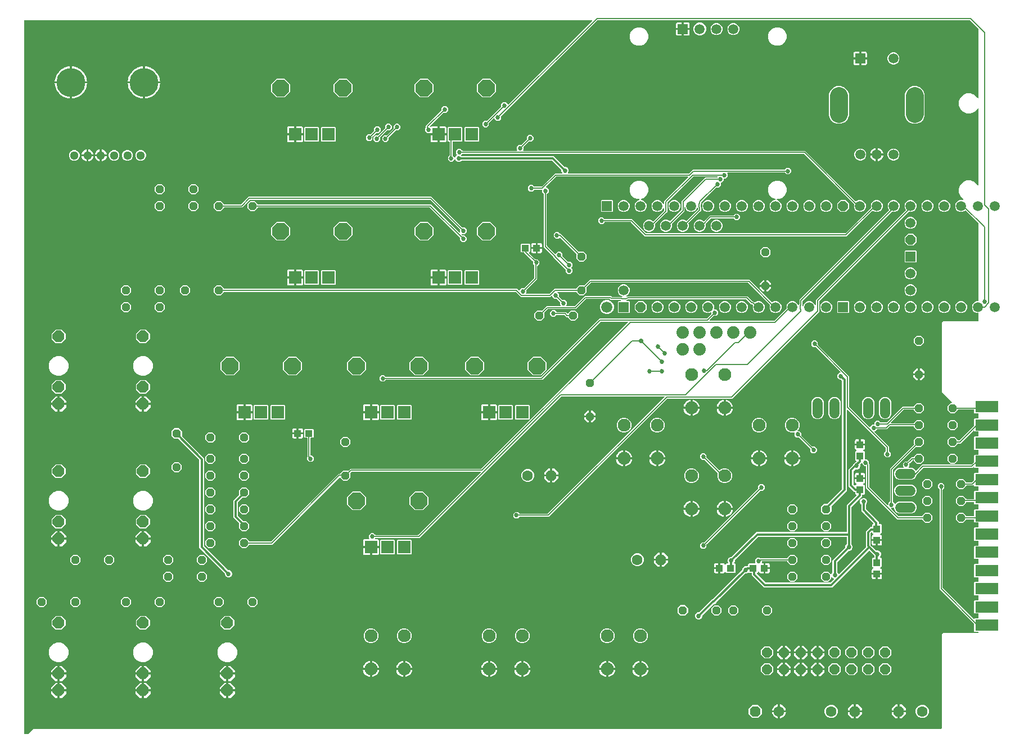
<source format=gbr>
G04 EAGLE Gerber RS-274X export*
G75*
%MOMM*%
%FSLAX34Y34*%
%LPD*%
%INTop Copper*%
%IPPOS*%
%AMOC8*
5,1,8,0,0,1.08239X$1,22.5*%
G01*
%ADD10R,3.500000X1.700000*%
%ADD11P,1.319650X8X22.500000*%
%ADD12P,1.319650X8X202.500000*%
%ADD13C,1.524000*%
%ADD14C,1.930400*%
%ADD15R,1.879600X1.879600*%
%ADD16P,2.749271X8X112.500000*%
%ADD17P,1.924489X8X22.500000*%
%ADD18R,1.500000X1.500000*%
%ADD19C,1.676400*%
%ADD20P,1.623585X8X292.500000*%
%ADD21C,1.500000*%
%ADD22R,1.000000X1.100000*%
%ADD23R,1.100000X1.000000*%
%ADD24P,1.732040X8X22.500000*%
%ADD25C,1.600200*%
%ADD26P,1.732040X8X202.500000*%
%ADD27P,1.649562X8X22.500000*%
%ADD28P,1.319650X8X112.500000*%
%ADD29C,2.700000*%
%ADD30P,1.319650X8X292.500000*%
%ADD31C,1.300000*%
%ADD32C,4.350000*%
%ADD33C,1.879600*%
%ADD34C,0.304800*%
%ADD35C,0.685800*%
%ADD36C,0.152400*%
%ADD37C,0.705600*%
%ADD38C,0.355600*%

G36*
X245962Y3825D02*
X245962Y3825D01*
X246053Y3833D01*
X246083Y3845D01*
X246115Y3850D01*
X246195Y3893D01*
X246279Y3929D01*
X246311Y3955D01*
X246332Y3966D01*
X246354Y3989D01*
X246410Y4034D01*
X254315Y11939D01*
X1621028Y11939D01*
X1621048Y11942D01*
X1621067Y11940D01*
X1621169Y11962D01*
X1621271Y11979D01*
X1621288Y11988D01*
X1621308Y11992D01*
X1621397Y12045D01*
X1621488Y12094D01*
X1621502Y12108D01*
X1621519Y12118D01*
X1621586Y12197D01*
X1621658Y12272D01*
X1621666Y12290D01*
X1621679Y12305D01*
X1621718Y12401D01*
X1621761Y12495D01*
X1621763Y12515D01*
X1621771Y12533D01*
X1621789Y12700D01*
X1621789Y153978D01*
X1624022Y156211D01*
X1676400Y156211D01*
X1676420Y156214D01*
X1676439Y156212D01*
X1676541Y156234D01*
X1676643Y156250D01*
X1676660Y156260D01*
X1676680Y156264D01*
X1676769Y156317D01*
X1676860Y156366D01*
X1676874Y156380D01*
X1676891Y156390D01*
X1676958Y156469D01*
X1677030Y156544D01*
X1677038Y156562D01*
X1677051Y156577D01*
X1677090Y156673D01*
X1677133Y156767D01*
X1677135Y156787D01*
X1677143Y156805D01*
X1677161Y156972D01*
X1677161Y157360D01*
X1677158Y157380D01*
X1677160Y157399D01*
X1677138Y157501D01*
X1677122Y157603D01*
X1677112Y157620D01*
X1677108Y157640D01*
X1677055Y157729D01*
X1677006Y157820D01*
X1676992Y157834D01*
X1676982Y157851D01*
X1676903Y157918D01*
X1676828Y157990D01*
X1676810Y157998D01*
X1676795Y158011D01*
X1676699Y158050D01*
X1676605Y158093D01*
X1676585Y158095D01*
X1676567Y158103D01*
X1676400Y158121D01*
X1671480Y158121D01*
X1670587Y159014D01*
X1670587Y169903D01*
X1670573Y169994D01*
X1670565Y170084D01*
X1670553Y170114D01*
X1670548Y170146D01*
X1670505Y170227D01*
X1670469Y170311D01*
X1670443Y170343D01*
X1670432Y170364D01*
X1670409Y170386D01*
X1670364Y170442D01*
X1618487Y222319D01*
X1618487Y372156D01*
X1618473Y372246D01*
X1618465Y372337D01*
X1618453Y372367D01*
X1618448Y372399D01*
X1618405Y372479D01*
X1618369Y372563D01*
X1618343Y372595D01*
X1618332Y372616D01*
X1618309Y372638D01*
X1618264Y372694D01*
X1615820Y375138D01*
X1615820Y379242D01*
X1618722Y382144D01*
X1622826Y382144D01*
X1625728Y379242D01*
X1625728Y375138D01*
X1623284Y372694D01*
X1623231Y372620D01*
X1623171Y372551D01*
X1623159Y372520D01*
X1623140Y372494D01*
X1623113Y372407D01*
X1623079Y372322D01*
X1623075Y372282D01*
X1623068Y372259D01*
X1623069Y372227D01*
X1623061Y372156D01*
X1623061Y224529D01*
X1623075Y224438D01*
X1623083Y224348D01*
X1623095Y224318D01*
X1623100Y224286D01*
X1623143Y224205D01*
X1623179Y224121D01*
X1623205Y224089D01*
X1623216Y224068D01*
X1623239Y224046D01*
X1623284Y223990D01*
X1669754Y177520D01*
X1669770Y177509D01*
X1669782Y177493D01*
X1669869Y177437D01*
X1669953Y177377D01*
X1669972Y177371D01*
X1669989Y177360D01*
X1670090Y177335D01*
X1670188Y177304D01*
X1670208Y177305D01*
X1670228Y177300D01*
X1670331Y177308D01*
X1670434Y177311D01*
X1670453Y177318D01*
X1670473Y177319D01*
X1670568Y177360D01*
X1670665Y177395D01*
X1670681Y177408D01*
X1670699Y177416D01*
X1670830Y177520D01*
X1671480Y178171D01*
X1676400Y178171D01*
X1676420Y178174D01*
X1676439Y178172D01*
X1676541Y178194D01*
X1676643Y178210D01*
X1676660Y178220D01*
X1676680Y178224D01*
X1676769Y178277D01*
X1676860Y178326D01*
X1676874Y178340D01*
X1676891Y178350D01*
X1676958Y178429D01*
X1677030Y178504D01*
X1677038Y178522D01*
X1677051Y178537D01*
X1677090Y178633D01*
X1677133Y178727D01*
X1677135Y178747D01*
X1677143Y178765D01*
X1677161Y178932D01*
X1677161Y184794D01*
X1677158Y184814D01*
X1677160Y184833D01*
X1677138Y184935D01*
X1677122Y185037D01*
X1677112Y185054D01*
X1677108Y185074D01*
X1677055Y185163D01*
X1677006Y185254D01*
X1676992Y185268D01*
X1676982Y185285D01*
X1676903Y185352D01*
X1676828Y185424D01*
X1676810Y185432D01*
X1676795Y185445D01*
X1676699Y185484D01*
X1676605Y185527D01*
X1676585Y185529D01*
X1676567Y185537D01*
X1676400Y185555D01*
X1671478Y185555D01*
X1670585Y186448D01*
X1670585Y204712D01*
X1671478Y205605D01*
X1676400Y205605D01*
X1676420Y205608D01*
X1676439Y205606D01*
X1676541Y205628D01*
X1676643Y205644D01*
X1676660Y205654D01*
X1676680Y205658D01*
X1676769Y205711D01*
X1676860Y205760D01*
X1676874Y205774D01*
X1676891Y205784D01*
X1676958Y205863D01*
X1677030Y205938D01*
X1677038Y205956D01*
X1677051Y205971D01*
X1677090Y206067D01*
X1677133Y206161D01*
X1677135Y206181D01*
X1677143Y206199D01*
X1677161Y206366D01*
X1677161Y212228D01*
X1677158Y212248D01*
X1677160Y212267D01*
X1677138Y212369D01*
X1677122Y212471D01*
X1677112Y212488D01*
X1677108Y212508D01*
X1677055Y212597D01*
X1677006Y212688D01*
X1676992Y212702D01*
X1676982Y212719D01*
X1676903Y212786D01*
X1676828Y212858D01*
X1676810Y212866D01*
X1676795Y212879D01*
X1676699Y212918D01*
X1676605Y212961D01*
X1676585Y212963D01*
X1676567Y212971D01*
X1676400Y212989D01*
X1671480Y212989D01*
X1670587Y213882D01*
X1670587Y232146D01*
X1671480Y233039D01*
X1676400Y233039D01*
X1676420Y233042D01*
X1676439Y233040D01*
X1676541Y233062D01*
X1676643Y233078D01*
X1676660Y233088D01*
X1676680Y233092D01*
X1676769Y233145D01*
X1676860Y233194D01*
X1676874Y233208D01*
X1676891Y233218D01*
X1676958Y233297D01*
X1677030Y233372D01*
X1677038Y233390D01*
X1677051Y233405D01*
X1677090Y233501D01*
X1677133Y233595D01*
X1677135Y233615D01*
X1677143Y233633D01*
X1677161Y233800D01*
X1677161Y239656D01*
X1677158Y239676D01*
X1677160Y239695D01*
X1677138Y239797D01*
X1677122Y239899D01*
X1677112Y239916D01*
X1677108Y239936D01*
X1677055Y240025D01*
X1677006Y240116D01*
X1676992Y240130D01*
X1676982Y240147D01*
X1676903Y240214D01*
X1676828Y240286D01*
X1676810Y240294D01*
X1676795Y240307D01*
X1676699Y240346D01*
X1676605Y240389D01*
X1676585Y240391D01*
X1676567Y240399D01*
X1676400Y240417D01*
X1671482Y240417D01*
X1670589Y241310D01*
X1670589Y259574D01*
X1671482Y260467D01*
X1676400Y260467D01*
X1676420Y260470D01*
X1676439Y260468D01*
X1676541Y260490D01*
X1676643Y260506D01*
X1676660Y260516D01*
X1676680Y260520D01*
X1676769Y260573D01*
X1676860Y260622D01*
X1676874Y260636D01*
X1676891Y260646D01*
X1676958Y260725D01*
X1677030Y260800D01*
X1677038Y260818D01*
X1677051Y260833D01*
X1677090Y260929D01*
X1677133Y261023D01*
X1677135Y261043D01*
X1677143Y261061D01*
X1677161Y261228D01*
X1677161Y267092D01*
X1677158Y267112D01*
X1677160Y267131D01*
X1677138Y267233D01*
X1677122Y267335D01*
X1677112Y267352D01*
X1677108Y267372D01*
X1677055Y267461D01*
X1677006Y267552D01*
X1676992Y267566D01*
X1676982Y267583D01*
X1676903Y267650D01*
X1676828Y267722D01*
X1676810Y267730D01*
X1676795Y267743D01*
X1676699Y267782D01*
X1676605Y267825D01*
X1676585Y267827D01*
X1676567Y267835D01*
X1676400Y267853D01*
X1671480Y267853D01*
X1670587Y268746D01*
X1670587Y287010D01*
X1671480Y287903D01*
X1676400Y287903D01*
X1676420Y287906D01*
X1676439Y287904D01*
X1676541Y287926D01*
X1676643Y287942D01*
X1676660Y287952D01*
X1676680Y287956D01*
X1676769Y288009D01*
X1676860Y288058D01*
X1676874Y288072D01*
X1676891Y288082D01*
X1676958Y288161D01*
X1677030Y288236D01*
X1677038Y288254D01*
X1677051Y288269D01*
X1677090Y288365D01*
X1677133Y288459D01*
X1677135Y288479D01*
X1677143Y288497D01*
X1677161Y288664D01*
X1677161Y294520D01*
X1677158Y294540D01*
X1677160Y294559D01*
X1677138Y294661D01*
X1677122Y294763D01*
X1677112Y294780D01*
X1677108Y294800D01*
X1677055Y294889D01*
X1677006Y294980D01*
X1676992Y294994D01*
X1676982Y295011D01*
X1676903Y295078D01*
X1676828Y295150D01*
X1676810Y295158D01*
X1676795Y295171D01*
X1676699Y295210D01*
X1676605Y295253D01*
X1676585Y295255D01*
X1676567Y295263D01*
X1676400Y295281D01*
X1671480Y295281D01*
X1670587Y296174D01*
X1670587Y314438D01*
X1671480Y315331D01*
X1676400Y315331D01*
X1676420Y315334D01*
X1676439Y315332D01*
X1676541Y315354D01*
X1676643Y315370D01*
X1676660Y315380D01*
X1676680Y315384D01*
X1676769Y315437D01*
X1676860Y315486D01*
X1676874Y315500D01*
X1676891Y315510D01*
X1676958Y315589D01*
X1677030Y315664D01*
X1677038Y315682D01*
X1677051Y315697D01*
X1677090Y315793D01*
X1677133Y315887D01*
X1677135Y315907D01*
X1677143Y315925D01*
X1677161Y316092D01*
X1677161Y321954D01*
X1677158Y321974D01*
X1677160Y321993D01*
X1677138Y322095D01*
X1677122Y322197D01*
X1677112Y322214D01*
X1677108Y322234D01*
X1677055Y322323D01*
X1677006Y322414D01*
X1676992Y322428D01*
X1676982Y322445D01*
X1676903Y322512D01*
X1676828Y322584D01*
X1676810Y322592D01*
X1676795Y322605D01*
X1676699Y322644D01*
X1676605Y322687D01*
X1676585Y322689D01*
X1676567Y322697D01*
X1676400Y322715D01*
X1671478Y322715D01*
X1670585Y323608D01*
X1670585Y326898D01*
X1670582Y326918D01*
X1670584Y326937D01*
X1670562Y327039D01*
X1670546Y327141D01*
X1670536Y327158D01*
X1670532Y327178D01*
X1670479Y327267D01*
X1670430Y327358D01*
X1670416Y327372D01*
X1670406Y327389D01*
X1670327Y327456D01*
X1670252Y327528D01*
X1670234Y327536D01*
X1670219Y327549D01*
X1670123Y327588D01*
X1670029Y327631D01*
X1670009Y327633D01*
X1669991Y327641D01*
X1669824Y327659D01*
X1659382Y327659D01*
X1659362Y327656D01*
X1659343Y327658D01*
X1659241Y327636D01*
X1659139Y327620D01*
X1659122Y327610D01*
X1659102Y327606D01*
X1659013Y327553D01*
X1658922Y327504D01*
X1658908Y327490D01*
X1658891Y327480D01*
X1658824Y327401D01*
X1658752Y327326D01*
X1658744Y327308D01*
X1658731Y327293D01*
X1658692Y327197D01*
X1658649Y327103D01*
X1658647Y327083D01*
X1658639Y327065D01*
X1658639Y327062D01*
X1654157Y322579D01*
X1647843Y322579D01*
X1643379Y327043D01*
X1643379Y333357D01*
X1647843Y337821D01*
X1654157Y337821D01*
X1658621Y333357D01*
X1658621Y332994D01*
X1658624Y332974D01*
X1658622Y332955D01*
X1658644Y332853D01*
X1658660Y332751D01*
X1658670Y332734D01*
X1658674Y332714D01*
X1658727Y332625D01*
X1658776Y332534D01*
X1658790Y332520D01*
X1658800Y332503D01*
X1658879Y332436D01*
X1658954Y332364D01*
X1658972Y332356D01*
X1658987Y332343D01*
X1659083Y332304D01*
X1659177Y332261D01*
X1659197Y332259D01*
X1659215Y332251D01*
X1659382Y332233D01*
X1669824Y332233D01*
X1669844Y332236D01*
X1669863Y332234D01*
X1669965Y332256D01*
X1670067Y332272D01*
X1670084Y332282D01*
X1670104Y332286D01*
X1670193Y332339D01*
X1670284Y332388D01*
X1670298Y332402D01*
X1670315Y332412D01*
X1670382Y332491D01*
X1670454Y332566D01*
X1670462Y332584D01*
X1670475Y332599D01*
X1670514Y332695D01*
X1670557Y332789D01*
X1670559Y332809D01*
X1670567Y332827D01*
X1670585Y332994D01*
X1670585Y341872D01*
X1671478Y342765D01*
X1676400Y342765D01*
X1676420Y342768D01*
X1676439Y342766D01*
X1676541Y342788D01*
X1676643Y342804D01*
X1676660Y342814D01*
X1676680Y342818D01*
X1676769Y342871D01*
X1676860Y342920D01*
X1676874Y342934D01*
X1676891Y342944D01*
X1676958Y343023D01*
X1677030Y343098D01*
X1677038Y343116D01*
X1677051Y343131D01*
X1677090Y343227D01*
X1677133Y343321D01*
X1677135Y343341D01*
X1677143Y343359D01*
X1677161Y343526D01*
X1677161Y349388D01*
X1677158Y349408D01*
X1677160Y349427D01*
X1677138Y349529D01*
X1677122Y349631D01*
X1677112Y349648D01*
X1677108Y349668D01*
X1677055Y349757D01*
X1677006Y349848D01*
X1676992Y349862D01*
X1676982Y349879D01*
X1676903Y349946D01*
X1676828Y350018D01*
X1676810Y350026D01*
X1676795Y350039D01*
X1676699Y350078D01*
X1676605Y350121D01*
X1676585Y350123D01*
X1676567Y350131D01*
X1676400Y350149D01*
X1671480Y350149D01*
X1670587Y351042D01*
X1670587Y352806D01*
X1670584Y352826D01*
X1670586Y352845D01*
X1670564Y352947D01*
X1670548Y353049D01*
X1670538Y353066D01*
X1670534Y353086D01*
X1670481Y353175D01*
X1670432Y353266D01*
X1670418Y353280D01*
X1670408Y353297D01*
X1670329Y353364D01*
X1670254Y353436D01*
X1670236Y353444D01*
X1670221Y353457D01*
X1670125Y353496D01*
X1670031Y353539D01*
X1670011Y353541D01*
X1669993Y353549D01*
X1669826Y353567D01*
X1659382Y353567D01*
X1659362Y353564D01*
X1659343Y353566D01*
X1659241Y353544D01*
X1659139Y353528D01*
X1659122Y353518D01*
X1659102Y353514D01*
X1659013Y353461D01*
X1658922Y353412D01*
X1658908Y353398D01*
X1658891Y353388D01*
X1658824Y353309D01*
X1658752Y353234D01*
X1658744Y353216D01*
X1658731Y353201D01*
X1658692Y353105D01*
X1658649Y353011D01*
X1658647Y352991D01*
X1658639Y352973D01*
X1658621Y352806D01*
X1658621Y352443D01*
X1654157Y347979D01*
X1647843Y347979D01*
X1643379Y352443D01*
X1643379Y358757D01*
X1647843Y363221D01*
X1654157Y363221D01*
X1658649Y358728D01*
X1658660Y358659D01*
X1658670Y358642D01*
X1658674Y358622D01*
X1658727Y358533D01*
X1658776Y358442D01*
X1658790Y358428D01*
X1658800Y358411D01*
X1658879Y358344D01*
X1658954Y358272D01*
X1658972Y358264D01*
X1658987Y358251D01*
X1659083Y358212D01*
X1659177Y358169D01*
X1659197Y358167D01*
X1659215Y358159D01*
X1659382Y358141D01*
X1669826Y358141D01*
X1669846Y358144D01*
X1669865Y358142D01*
X1669967Y358164D01*
X1670069Y358180D01*
X1670086Y358190D01*
X1670106Y358194D01*
X1670195Y358247D01*
X1670286Y358296D01*
X1670300Y358310D01*
X1670317Y358320D01*
X1670384Y358399D01*
X1670456Y358474D01*
X1670464Y358492D01*
X1670477Y358507D01*
X1670516Y358603D01*
X1670559Y358697D01*
X1670561Y358717D01*
X1670569Y358735D01*
X1670587Y358902D01*
X1670587Y369306D01*
X1671480Y370199D01*
X1676400Y370199D01*
X1676420Y370202D01*
X1676439Y370200D01*
X1676541Y370222D01*
X1676643Y370238D01*
X1676660Y370248D01*
X1676680Y370252D01*
X1676769Y370305D01*
X1676860Y370354D01*
X1676874Y370368D01*
X1676891Y370378D01*
X1676958Y370457D01*
X1677030Y370532D01*
X1677038Y370550D01*
X1677051Y370565D01*
X1677090Y370661D01*
X1677133Y370755D01*
X1677135Y370775D01*
X1677143Y370793D01*
X1677161Y370960D01*
X1677161Y376816D01*
X1677158Y376836D01*
X1677160Y376855D01*
X1677138Y376957D01*
X1677122Y377059D01*
X1677112Y377076D01*
X1677108Y377096D01*
X1677055Y377185D01*
X1677006Y377276D01*
X1676992Y377290D01*
X1676982Y377307D01*
X1676903Y377374D01*
X1676828Y377446D01*
X1676810Y377454D01*
X1676795Y377467D01*
X1676699Y377506D01*
X1676605Y377549D01*
X1676585Y377551D01*
X1676567Y377559D01*
X1676400Y377577D01*
X1671482Y377577D01*
X1670589Y378470D01*
X1670589Y378500D01*
X1670578Y378570D01*
X1670576Y378642D01*
X1670558Y378691D01*
X1670550Y378742D01*
X1670516Y378806D01*
X1670491Y378873D01*
X1670459Y378914D01*
X1670434Y378960D01*
X1670382Y379009D01*
X1670338Y379065D01*
X1670294Y379093D01*
X1670256Y379129D01*
X1670191Y379159D01*
X1670131Y379198D01*
X1670080Y379211D01*
X1670033Y379233D01*
X1669962Y379241D01*
X1669892Y379258D01*
X1669840Y379254D01*
X1669789Y379260D01*
X1669718Y379245D01*
X1669647Y379239D01*
X1669599Y379219D01*
X1669548Y379208D01*
X1669487Y379171D01*
X1669421Y379143D01*
X1669365Y379098D01*
X1669337Y379081D01*
X1669322Y379064D01*
X1669290Y379038D01*
X1668965Y378713D01*
X1659382Y378713D01*
X1659362Y378710D01*
X1659343Y378712D01*
X1659241Y378690D01*
X1659139Y378674D01*
X1659122Y378664D01*
X1659102Y378660D01*
X1659013Y378607D01*
X1658922Y378558D01*
X1658908Y378544D01*
X1658891Y378534D01*
X1658824Y378455D01*
X1658752Y378380D01*
X1658744Y378362D01*
X1658731Y378347D01*
X1658692Y378251D01*
X1658649Y378157D01*
X1658647Y378137D01*
X1658639Y378119D01*
X1658621Y377952D01*
X1658621Y377843D01*
X1654157Y373379D01*
X1647843Y373379D01*
X1643379Y377843D01*
X1643379Y384157D01*
X1647843Y388621D01*
X1654157Y388621D01*
X1658621Y384157D01*
X1658621Y384048D01*
X1658624Y384028D01*
X1658622Y384009D01*
X1658644Y383907D01*
X1658660Y383805D01*
X1658670Y383788D01*
X1658674Y383768D01*
X1658727Y383679D01*
X1658776Y383588D01*
X1658790Y383574D01*
X1658800Y383557D01*
X1658879Y383490D01*
X1658954Y383418D01*
X1658972Y383410D01*
X1658987Y383397D01*
X1659083Y383358D01*
X1659177Y383315D01*
X1659197Y383313D01*
X1659215Y383305D01*
X1659382Y383287D01*
X1666755Y383287D01*
X1666846Y383301D01*
X1666936Y383309D01*
X1666966Y383321D01*
X1666998Y383326D01*
X1667079Y383369D01*
X1667163Y383405D01*
X1667195Y383431D01*
X1667216Y383442D01*
X1667238Y383465D01*
X1667294Y383510D01*
X1670366Y386582D01*
X1670419Y386656D01*
X1670479Y386726D01*
X1670491Y386756D01*
X1670510Y386782D01*
X1670537Y386869D01*
X1670571Y386954D01*
X1670575Y386995D01*
X1670582Y387017D01*
X1670581Y387049D01*
X1670589Y387121D01*
X1670589Y396734D01*
X1671482Y397627D01*
X1676400Y397627D01*
X1676420Y397630D01*
X1676439Y397628D01*
X1676541Y397650D01*
X1676643Y397666D01*
X1676660Y397676D01*
X1676680Y397680D01*
X1676769Y397733D01*
X1676860Y397782D01*
X1676874Y397796D01*
X1676891Y397806D01*
X1676958Y397885D01*
X1677030Y397960D01*
X1677038Y397978D01*
X1677051Y397993D01*
X1677090Y398089D01*
X1677133Y398183D01*
X1677135Y398203D01*
X1677143Y398221D01*
X1677161Y398388D01*
X1677161Y404252D01*
X1677160Y404262D01*
X1677160Y404268D01*
X1677158Y404276D01*
X1677160Y404291D01*
X1677138Y404393D01*
X1677122Y404495D01*
X1677112Y404512D01*
X1677108Y404532D01*
X1677055Y404621D01*
X1677006Y404712D01*
X1676992Y404726D01*
X1676982Y404743D01*
X1676903Y404810D01*
X1676828Y404882D01*
X1676810Y404890D01*
X1676795Y404903D01*
X1676699Y404942D01*
X1676605Y404985D01*
X1676585Y404987D01*
X1676567Y404995D01*
X1676400Y405013D01*
X1671480Y405013D01*
X1670587Y405906D01*
X1670587Y405930D01*
X1670576Y406000D01*
X1670574Y406072D01*
X1670556Y406121D01*
X1670548Y406172D01*
X1670514Y406236D01*
X1670489Y406303D01*
X1670457Y406344D01*
X1670432Y406390D01*
X1670380Y406439D01*
X1670336Y406495D01*
X1670292Y406523D01*
X1670254Y406559D01*
X1670189Y406589D01*
X1670129Y406628D01*
X1670078Y406641D01*
X1670031Y406663D01*
X1669960Y406671D01*
X1669890Y406688D01*
X1669838Y406684D01*
X1669787Y406690D01*
X1669716Y406675D01*
X1669645Y406669D01*
X1669597Y406649D01*
X1669546Y406638D01*
X1669485Y406601D01*
X1669419Y406573D01*
X1669363Y406528D01*
X1669335Y406511D01*
X1669320Y406494D01*
X1669288Y406468D01*
X1668203Y405383D01*
X1594605Y405383D01*
X1594514Y405369D01*
X1594424Y405361D01*
X1594394Y405349D01*
X1594362Y405344D01*
X1594281Y405301D01*
X1594197Y405265D01*
X1594165Y405239D01*
X1594144Y405228D01*
X1594122Y405205D01*
X1594066Y405160D01*
X1584168Y395262D01*
X1584115Y395188D01*
X1584055Y395118D01*
X1584043Y395088D01*
X1584024Y395062D01*
X1583997Y394975D01*
X1583963Y394890D01*
X1583959Y394849D01*
X1583952Y394827D01*
X1583953Y394795D01*
X1583945Y394723D01*
X1583945Y394421D01*
X1582553Y391060D01*
X1579980Y388487D01*
X1576619Y387095D01*
X1557741Y387095D01*
X1554380Y388487D01*
X1551807Y391060D01*
X1550415Y394421D01*
X1550415Y398059D01*
X1551807Y401420D01*
X1554380Y403993D01*
X1557741Y405385D01*
X1563924Y405385D01*
X1563995Y405396D01*
X1564066Y405398D01*
X1564115Y405416D01*
X1564167Y405424D01*
X1564230Y405458D01*
X1564297Y405483D01*
X1564338Y405515D01*
X1564384Y405540D01*
X1564433Y405592D01*
X1564489Y405636D01*
X1564517Y405680D01*
X1564553Y405718D01*
X1564584Y405783D01*
X1564622Y405843D01*
X1564635Y405894D01*
X1564657Y405941D01*
X1564665Y406012D01*
X1564682Y406082D01*
X1564678Y406134D01*
X1564684Y406185D01*
X1564669Y406256D01*
X1564663Y406327D01*
X1564643Y406375D01*
X1564632Y406426D01*
X1564595Y406487D01*
X1564567Y406553D01*
X1564522Y406609D01*
X1564506Y406637D01*
X1564488Y406652D01*
X1564462Y406684D01*
X1563242Y407904D01*
X1563242Y412008D01*
X1566144Y414910D01*
X1569600Y414910D01*
X1569691Y414924D01*
X1569781Y414932D01*
X1569811Y414944D01*
X1569843Y414949D01*
X1569924Y414992D01*
X1570008Y415028D01*
X1570040Y415054D01*
X1570061Y415065D01*
X1570083Y415088D01*
X1570139Y415133D01*
X1576393Y421387D01*
X1579118Y421387D01*
X1579138Y421390D01*
X1579157Y421388D01*
X1579259Y421410D01*
X1579361Y421426D01*
X1579378Y421436D01*
X1579398Y421440D01*
X1579487Y421493D01*
X1579578Y421542D01*
X1579592Y421556D01*
X1579609Y421566D01*
X1579676Y421645D01*
X1579748Y421720D01*
X1579756Y421738D01*
X1579769Y421753D01*
X1579808Y421849D01*
X1579851Y421943D01*
X1579853Y421963D01*
X1579861Y421981D01*
X1579879Y422148D01*
X1579879Y422257D01*
X1584343Y426721D01*
X1590657Y426721D01*
X1595121Y422257D01*
X1595121Y415943D01*
X1590657Y411479D01*
X1584343Y411479D01*
X1579879Y415943D01*
X1579879Y416052D01*
X1579876Y416072D01*
X1579878Y416091D01*
X1579856Y416193D01*
X1579840Y416295D01*
X1579830Y416312D01*
X1579826Y416332D01*
X1579773Y416421D01*
X1579724Y416512D01*
X1579710Y416526D01*
X1579700Y416543D01*
X1579621Y416610D01*
X1579546Y416682D01*
X1579528Y416690D01*
X1579513Y416703D01*
X1579417Y416742D01*
X1579323Y416785D01*
X1579303Y416787D01*
X1579285Y416795D01*
X1579118Y416813D01*
X1578603Y416813D01*
X1578512Y416799D01*
X1578422Y416791D01*
X1578392Y416779D01*
X1578360Y416774D01*
X1578279Y416731D01*
X1578195Y416695D01*
X1578163Y416669D01*
X1578142Y416658D01*
X1578120Y416635D01*
X1578064Y416590D01*
X1573373Y411899D01*
X1573320Y411825D01*
X1573260Y411755D01*
X1573248Y411725D01*
X1573229Y411699D01*
X1573202Y411612D01*
X1573168Y411527D01*
X1573164Y411486D01*
X1573157Y411464D01*
X1573158Y411432D01*
X1573150Y411360D01*
X1573150Y407904D01*
X1571930Y406684D01*
X1571888Y406626D01*
X1571839Y406574D01*
X1571817Y406527D01*
X1571786Y406485D01*
X1571765Y406416D01*
X1571735Y406351D01*
X1571729Y406299D01*
X1571714Y406249D01*
X1571716Y406178D01*
X1571708Y406107D01*
X1571719Y406056D01*
X1571720Y406004D01*
X1571745Y405936D01*
X1571760Y405866D01*
X1571787Y405821D01*
X1571805Y405773D01*
X1571850Y405717D01*
X1571886Y405655D01*
X1571926Y405621D01*
X1571959Y405581D01*
X1572019Y405542D01*
X1572073Y405495D01*
X1572122Y405476D01*
X1572165Y405448D01*
X1572235Y405430D01*
X1572301Y405403D01*
X1572373Y405395D01*
X1572404Y405387D01*
X1572427Y405389D01*
X1572468Y405385D01*
X1576619Y405385D01*
X1579980Y403993D01*
X1582622Y401350D01*
X1582629Y401340D01*
X1582650Y401323D01*
X1582660Y401313D01*
X1582666Y401308D01*
X1582693Y401275D01*
X1582758Y401233D01*
X1582818Y401184D01*
X1582861Y401167D01*
X1582900Y401142D01*
X1582975Y401123D01*
X1583048Y401095D01*
X1583094Y401093D01*
X1583138Y401082D01*
X1583216Y401088D01*
X1583293Y401085D01*
X1583338Y401098D01*
X1583383Y401101D01*
X1583455Y401132D01*
X1583530Y401153D01*
X1583567Y401180D01*
X1583610Y401198D01*
X1583716Y401283D01*
X1583732Y401294D01*
X1583735Y401298D01*
X1583741Y401302D01*
X1590832Y408394D01*
X1592395Y409957D01*
X1665993Y409957D01*
X1666084Y409971D01*
X1666174Y409979D01*
X1666204Y409991D01*
X1666236Y409996D01*
X1666317Y410039D01*
X1666401Y410075D01*
X1666433Y410101D01*
X1666454Y410112D01*
X1666476Y410135D01*
X1666532Y410180D01*
X1670364Y414012D01*
X1670417Y414086D01*
X1670477Y414156D01*
X1670489Y414186D01*
X1670508Y414212D01*
X1670535Y414299D01*
X1670569Y414384D01*
X1670573Y414425D01*
X1670580Y414447D01*
X1670579Y414479D01*
X1670587Y414551D01*
X1670587Y424170D01*
X1671480Y425063D01*
X1676400Y425063D01*
X1676420Y425066D01*
X1676439Y425064D01*
X1676541Y425086D01*
X1676643Y425102D01*
X1676660Y425112D01*
X1676680Y425116D01*
X1676769Y425169D01*
X1676860Y425218D01*
X1676874Y425232D01*
X1676891Y425242D01*
X1676958Y425321D01*
X1677030Y425396D01*
X1677038Y425414D01*
X1677051Y425429D01*
X1677090Y425525D01*
X1677133Y425619D01*
X1677135Y425639D01*
X1677143Y425657D01*
X1677161Y425824D01*
X1677161Y431680D01*
X1677158Y431700D01*
X1677160Y431719D01*
X1677138Y431821D01*
X1677122Y431923D01*
X1677112Y431940D01*
X1677108Y431960D01*
X1677055Y432049D01*
X1677006Y432140D01*
X1676992Y432154D01*
X1676982Y432171D01*
X1676903Y432238D01*
X1676828Y432310D01*
X1676810Y432318D01*
X1676795Y432331D01*
X1676699Y432370D01*
X1676605Y432413D01*
X1676585Y432415D01*
X1676567Y432423D01*
X1676400Y432441D01*
X1671480Y432441D01*
X1670587Y433334D01*
X1670587Y451598D01*
X1671480Y452491D01*
X1676400Y452491D01*
X1676420Y452494D01*
X1676439Y452492D01*
X1676541Y452514D01*
X1676643Y452530D01*
X1676660Y452540D01*
X1676680Y452544D01*
X1676769Y452597D01*
X1676860Y452646D01*
X1676874Y452660D01*
X1676891Y452670D01*
X1676958Y452749D01*
X1677030Y452824D01*
X1677038Y452842D01*
X1677051Y452857D01*
X1677090Y452953D01*
X1677133Y453047D01*
X1677135Y453067D01*
X1677143Y453085D01*
X1677161Y453252D01*
X1677161Y459114D01*
X1677158Y459134D01*
X1677160Y459153D01*
X1677138Y459255D01*
X1677122Y459357D01*
X1677112Y459374D01*
X1677108Y459394D01*
X1677055Y459483D01*
X1677006Y459574D01*
X1676992Y459588D01*
X1676982Y459605D01*
X1676903Y459672D01*
X1676828Y459744D01*
X1676810Y459752D01*
X1676795Y459765D01*
X1676699Y459804D01*
X1676605Y459847D01*
X1676585Y459849D01*
X1676567Y459857D01*
X1676400Y459875D01*
X1671478Y459875D01*
X1670585Y460768D01*
X1670585Y460792D01*
X1670574Y460862D01*
X1670572Y460934D01*
X1670554Y460983D01*
X1670546Y461034D01*
X1670512Y461098D01*
X1670487Y461165D01*
X1670455Y461206D01*
X1670430Y461252D01*
X1670378Y461301D01*
X1670334Y461357D01*
X1670290Y461385D01*
X1670252Y461421D01*
X1670187Y461451D01*
X1670127Y461490D01*
X1670076Y461503D01*
X1670029Y461525D01*
X1669958Y461533D01*
X1669888Y461550D01*
X1669836Y461546D01*
X1669785Y461552D01*
X1669714Y461537D01*
X1669643Y461531D01*
X1669595Y461511D01*
X1669544Y461500D01*
X1669483Y461463D01*
X1669417Y461435D01*
X1669361Y461390D01*
X1669333Y461373D01*
X1669318Y461356D01*
X1669286Y461330D01*
X1649915Y441959D01*
X1646682Y441959D01*
X1646662Y441956D01*
X1646643Y441958D01*
X1646541Y441936D01*
X1646439Y441920D01*
X1646422Y441910D01*
X1646402Y441906D01*
X1646313Y441853D01*
X1646222Y441804D01*
X1646208Y441790D01*
X1646191Y441780D01*
X1646124Y441701D01*
X1646052Y441626D01*
X1646044Y441608D01*
X1646031Y441593D01*
X1645992Y441497D01*
X1645949Y441403D01*
X1645947Y441383D01*
X1645939Y441365D01*
X1645939Y441362D01*
X1641457Y436879D01*
X1635143Y436879D01*
X1630679Y441343D01*
X1630679Y447657D01*
X1635143Y452121D01*
X1641457Y452121D01*
X1645921Y447657D01*
X1645921Y447294D01*
X1645924Y447274D01*
X1645922Y447255D01*
X1645944Y447153D01*
X1645960Y447051D01*
X1645970Y447034D01*
X1645974Y447014D01*
X1646027Y446925D01*
X1646076Y446834D01*
X1646090Y446820D01*
X1646100Y446803D01*
X1646179Y446736D01*
X1646254Y446664D01*
X1646272Y446656D01*
X1646287Y446643D01*
X1646383Y446604D01*
X1646477Y446561D01*
X1646497Y446559D01*
X1646515Y446551D01*
X1646682Y446533D01*
X1647705Y446533D01*
X1647796Y446547D01*
X1647886Y446555D01*
X1647916Y446567D01*
X1647948Y446572D01*
X1648029Y446615D01*
X1648113Y446651D01*
X1648145Y446677D01*
X1648166Y446688D01*
X1648188Y446711D01*
X1648244Y446756D01*
X1670362Y468874D01*
X1670415Y468948D01*
X1670475Y469018D01*
X1670487Y469048D01*
X1670506Y469074D01*
X1670533Y469161D01*
X1670567Y469246D01*
X1670571Y469287D01*
X1670578Y469309D01*
X1670577Y469341D01*
X1670585Y469413D01*
X1670585Y479032D01*
X1671478Y479925D01*
X1676400Y479925D01*
X1676420Y479928D01*
X1676439Y479926D01*
X1676541Y479948D01*
X1676643Y479964D01*
X1676660Y479974D01*
X1676680Y479978D01*
X1676769Y480031D01*
X1676860Y480080D01*
X1676874Y480094D01*
X1676891Y480104D01*
X1676958Y480183D01*
X1677030Y480258D01*
X1677038Y480276D01*
X1677051Y480291D01*
X1677090Y480387D01*
X1677133Y480481D01*
X1677135Y480501D01*
X1677143Y480519D01*
X1677161Y480686D01*
X1677161Y486548D01*
X1677158Y486568D01*
X1677160Y486587D01*
X1677138Y486689D01*
X1677122Y486791D01*
X1677112Y486808D01*
X1677108Y486828D01*
X1677055Y486917D01*
X1677006Y487008D01*
X1676992Y487022D01*
X1676982Y487039D01*
X1676903Y487106D01*
X1676828Y487178D01*
X1676810Y487186D01*
X1676795Y487199D01*
X1676699Y487238D01*
X1676605Y487281D01*
X1676585Y487283D01*
X1676567Y487291D01*
X1676400Y487309D01*
X1671480Y487309D01*
X1670587Y488202D01*
X1670587Y492252D01*
X1670584Y492272D01*
X1670586Y492291D01*
X1670564Y492393D01*
X1670548Y492495D01*
X1670538Y492512D01*
X1670534Y492532D01*
X1670481Y492621D01*
X1670432Y492712D01*
X1670418Y492726D01*
X1670408Y492743D01*
X1670329Y492810D01*
X1670254Y492882D01*
X1670236Y492890D01*
X1670221Y492903D01*
X1670125Y492942D01*
X1670031Y492985D01*
X1670011Y492987D01*
X1669993Y492995D01*
X1669826Y493013D01*
X1646682Y493013D01*
X1646662Y493010D01*
X1646643Y493012D01*
X1646541Y492990D01*
X1646439Y492974D01*
X1646422Y492964D01*
X1646402Y492960D01*
X1646313Y492907D01*
X1646222Y492858D01*
X1646208Y492844D01*
X1646191Y492834D01*
X1646124Y492755D01*
X1646052Y492680D01*
X1646044Y492662D01*
X1646031Y492647D01*
X1645992Y492551D01*
X1645949Y492457D01*
X1645947Y492437D01*
X1645939Y492419D01*
X1645921Y492252D01*
X1645921Y492143D01*
X1641457Y487679D01*
X1635143Y487679D01*
X1630679Y492143D01*
X1630679Y498457D01*
X1635143Y502921D01*
X1636152Y502921D01*
X1636223Y502932D01*
X1636295Y502934D01*
X1636344Y502952D01*
X1636395Y502960D01*
X1636458Y502994D01*
X1636526Y503019D01*
X1636566Y503051D01*
X1636612Y503076D01*
X1636662Y503128D01*
X1636718Y503172D01*
X1636746Y503216D01*
X1636782Y503254D01*
X1636812Y503319D01*
X1636851Y503379D01*
X1636863Y503430D01*
X1636885Y503477D01*
X1636893Y503548D01*
X1636911Y503618D01*
X1636907Y503670D01*
X1636912Y503721D01*
X1636897Y503792D01*
X1636892Y503863D01*
X1636871Y503911D01*
X1636860Y503962D01*
X1636823Y504023D01*
X1636795Y504089D01*
X1636751Y504145D01*
X1636734Y504173D01*
X1636716Y504188D01*
X1636691Y504220D01*
X1634266Y506644D01*
X1621789Y519122D01*
X1621789Y623878D01*
X1624022Y626111D01*
X1676400Y626111D01*
X1676420Y626114D01*
X1676439Y626112D01*
X1676541Y626134D01*
X1676643Y626150D01*
X1676660Y626160D01*
X1676680Y626164D01*
X1676769Y626217D01*
X1676860Y626266D01*
X1676874Y626280D01*
X1676891Y626290D01*
X1676958Y626369D01*
X1677030Y626444D01*
X1677038Y626462D01*
X1677051Y626477D01*
X1677090Y626573D01*
X1677133Y626667D01*
X1677135Y626687D01*
X1677143Y626705D01*
X1677161Y626872D01*
X1677161Y637914D01*
X1677158Y637934D01*
X1677160Y637953D01*
X1677138Y638055D01*
X1677122Y638157D01*
X1677112Y638174D01*
X1677108Y638194D01*
X1677055Y638283D01*
X1677006Y638374D01*
X1676992Y638388D01*
X1676982Y638405D01*
X1676903Y638472D01*
X1676828Y638544D01*
X1676810Y638552D01*
X1676795Y638565D01*
X1676699Y638604D01*
X1676605Y638647D01*
X1676585Y638649D01*
X1676567Y638657D01*
X1676400Y638675D01*
X1674605Y638675D01*
X1671288Y640049D01*
X1668749Y642588D01*
X1667375Y645905D01*
X1667375Y649495D01*
X1668749Y652812D01*
X1671288Y655351D01*
X1674605Y656725D01*
X1676400Y656725D01*
X1676420Y656728D01*
X1676439Y656726D01*
X1676541Y656748D01*
X1676643Y656764D01*
X1676660Y656774D01*
X1676680Y656778D01*
X1676769Y656831D01*
X1676860Y656880D01*
X1676874Y656894D01*
X1676891Y656904D01*
X1676958Y656983D01*
X1677030Y657058D01*
X1677038Y657076D01*
X1677051Y657091D01*
X1677090Y657187D01*
X1677133Y657281D01*
X1677135Y657301D01*
X1677143Y657319D01*
X1677161Y657486D01*
X1677161Y773692D01*
X1677147Y773782D01*
X1677139Y773873D01*
X1677127Y773902D01*
X1677122Y773934D01*
X1677079Y774015D01*
X1677043Y774099D01*
X1677017Y774131D01*
X1677006Y774152D01*
X1676983Y774174D01*
X1676938Y774230D01*
X1657954Y793214D01*
X1657938Y793226D01*
X1657925Y793241D01*
X1657838Y793298D01*
X1657754Y793358D01*
X1657735Y793364D01*
X1657718Y793374D01*
X1657618Y793400D01*
X1657519Y793430D01*
X1657499Y793430D01*
X1657480Y793435D01*
X1657377Y793427D01*
X1657273Y793424D01*
X1657254Y793417D01*
X1657235Y793415D01*
X1657140Y793375D01*
X1657042Y793339D01*
X1657026Y793327D01*
X1657008Y793319D01*
X1656877Y793214D01*
X1656112Y792449D01*
X1652795Y791075D01*
X1649205Y791075D01*
X1645888Y792449D01*
X1643349Y794988D01*
X1641975Y798305D01*
X1641975Y801895D01*
X1643349Y805212D01*
X1645888Y807751D01*
X1649205Y809125D01*
X1652795Y809125D01*
X1653062Y809014D01*
X1653157Y808992D01*
X1653250Y808963D01*
X1653276Y808964D01*
X1653301Y808958D01*
X1653398Y808967D01*
X1653496Y808970D01*
X1653520Y808979D01*
X1653546Y808981D01*
X1653635Y809021D01*
X1653727Y809054D01*
X1653747Y809071D01*
X1653771Y809081D01*
X1653843Y809147D01*
X1653919Y809208D01*
X1653933Y809230D01*
X1653952Y809248D01*
X1653999Y809333D01*
X1654052Y809415D01*
X1654058Y809440D01*
X1654071Y809463D01*
X1654088Y809559D01*
X1654112Y809653D01*
X1654110Y809679D01*
X1654114Y809705D01*
X1654100Y809802D01*
X1654093Y809899D01*
X1654082Y809923D01*
X1654079Y809948D01*
X1654034Y810035D01*
X1653996Y810125D01*
X1653976Y810150D01*
X1653967Y810168D01*
X1653943Y810191D01*
X1653892Y810256D01*
X1649520Y814627D01*
X1647189Y820255D01*
X1647189Y826345D01*
X1649520Y831973D01*
X1653827Y836280D01*
X1659455Y838611D01*
X1665545Y838611D01*
X1671173Y836280D01*
X1675480Y831973D01*
X1675697Y831449D01*
X1675748Y831366D01*
X1675794Y831280D01*
X1675813Y831262D01*
X1675826Y831240D01*
X1675901Y831178D01*
X1675972Y831111D01*
X1675996Y831100D01*
X1676016Y831083D01*
X1676107Y831048D01*
X1676195Y831007D01*
X1676221Y831005D01*
X1676245Y830995D01*
X1676343Y830991D01*
X1676439Y830980D01*
X1676465Y830986D01*
X1676491Y830985D01*
X1676585Y831012D01*
X1676680Y831033D01*
X1676702Y831046D01*
X1676727Y831053D01*
X1676807Y831109D01*
X1676891Y831159D01*
X1676908Y831179D01*
X1676929Y831194D01*
X1676988Y831272D01*
X1677051Y831346D01*
X1677061Y831370D01*
X1677076Y831391D01*
X1677106Y831483D01*
X1677143Y831574D01*
X1677146Y831606D01*
X1677152Y831625D01*
X1677152Y831658D01*
X1677161Y831741D01*
X1677161Y946259D01*
X1677159Y946271D01*
X1677160Y946278D01*
X1677152Y946314D01*
X1677146Y946356D01*
X1677136Y946453D01*
X1677126Y946476D01*
X1677122Y946502D01*
X1677076Y946588D01*
X1677036Y946677D01*
X1677019Y946697D01*
X1677006Y946720D01*
X1676936Y946787D01*
X1676870Y946858D01*
X1676847Y946871D01*
X1676828Y946889D01*
X1676740Y946930D01*
X1676654Y946977D01*
X1676629Y946982D01*
X1676605Y946993D01*
X1676508Y947003D01*
X1676412Y947021D01*
X1676386Y947017D01*
X1676361Y947020D01*
X1676265Y946999D01*
X1676169Y946985D01*
X1676146Y946973D01*
X1676120Y946967D01*
X1676037Y946918D01*
X1675950Y946873D01*
X1675931Y946855D01*
X1675909Y946841D01*
X1675846Y946767D01*
X1675778Y946698D01*
X1675762Y946669D01*
X1675749Y946654D01*
X1675737Y946624D01*
X1675697Y946551D01*
X1675480Y946027D01*
X1671173Y941720D01*
X1665545Y939389D01*
X1659455Y939389D01*
X1653827Y941720D01*
X1649520Y946027D01*
X1647189Y951655D01*
X1647189Y957745D01*
X1649520Y963373D01*
X1653827Y967680D01*
X1659455Y970011D01*
X1665545Y970011D01*
X1671173Y967680D01*
X1675480Y963373D01*
X1675697Y962849D01*
X1675748Y962766D01*
X1675794Y962680D01*
X1675813Y962662D01*
X1675826Y962640D01*
X1675901Y962578D01*
X1675972Y962511D01*
X1675996Y962500D01*
X1676016Y962483D01*
X1676107Y962448D01*
X1676195Y962407D01*
X1676221Y962405D01*
X1676245Y962395D01*
X1676343Y962391D01*
X1676439Y962380D01*
X1676465Y962386D01*
X1676491Y962385D01*
X1676585Y962412D01*
X1676680Y962433D01*
X1676702Y962446D01*
X1676727Y962453D01*
X1676807Y962509D01*
X1676891Y962559D01*
X1676908Y962579D01*
X1676929Y962594D01*
X1676988Y962672D01*
X1677051Y962746D01*
X1677061Y962770D01*
X1677076Y962791D01*
X1677106Y962883D01*
X1677143Y962974D01*
X1677146Y963006D01*
X1677152Y963025D01*
X1677152Y963058D01*
X1677161Y963141D01*
X1677161Y1066800D01*
X1677147Y1066890D01*
X1677139Y1066981D01*
X1677127Y1067011D01*
X1677122Y1067043D01*
X1677079Y1067123D01*
X1677043Y1067207D01*
X1677017Y1067239D01*
X1677006Y1067260D01*
X1676983Y1067282D01*
X1676938Y1067338D01*
X1664238Y1080038D01*
X1664164Y1080091D01*
X1664095Y1080151D01*
X1664065Y1080163D01*
X1664039Y1080182D01*
X1663952Y1080209D01*
X1663867Y1080243D01*
X1663826Y1080247D01*
X1663803Y1080254D01*
X1663771Y1080253D01*
X1663700Y1080261D01*
X1103622Y1080261D01*
X1103532Y1080247D01*
X1103441Y1080239D01*
X1103412Y1080227D01*
X1103380Y1080222D01*
X1103299Y1080179D01*
X1103215Y1080143D01*
X1103183Y1080117D01*
X1103162Y1080106D01*
X1103140Y1080083D01*
X1103084Y1080038D01*
X958439Y935393D01*
X958386Y935319D01*
X958326Y935249D01*
X958314Y935219D01*
X958295Y935193D01*
X958268Y935106D01*
X958234Y935021D01*
X958230Y934980D01*
X958223Y934958D01*
X958224Y934926D01*
X958216Y934854D01*
X958216Y931398D01*
X955314Y928496D01*
X951210Y928496D01*
X948308Y931398D01*
X948308Y931807D01*
X948307Y931813D01*
X948307Y931814D01*
X948306Y931817D01*
X948297Y931877D01*
X948295Y931949D01*
X948277Y931998D01*
X948269Y932049D01*
X948235Y932113D01*
X948210Y932180D01*
X948178Y932221D01*
X948153Y932267D01*
X948101Y932316D01*
X948057Y932372D01*
X948013Y932400D01*
X947975Y932436D01*
X947910Y932466D01*
X947850Y932505D01*
X947799Y932518D01*
X947752Y932540D01*
X947681Y932548D01*
X947611Y932565D01*
X947559Y932561D01*
X947508Y932567D01*
X947437Y932552D01*
X947366Y932546D01*
X947318Y932526D01*
X947267Y932515D01*
X947206Y932478D01*
X947140Y932450D01*
X947084Y932405D01*
X947056Y932388D01*
X947041Y932371D01*
X947009Y932345D01*
X940151Y925487D01*
X940098Y925413D01*
X940038Y925343D01*
X940026Y925313D01*
X940007Y925287D01*
X939980Y925200D01*
X939946Y925115D01*
X939942Y925074D01*
X939935Y925052D01*
X939936Y925020D01*
X939928Y924948D01*
X939928Y921492D01*
X937026Y918590D01*
X932922Y918590D01*
X930020Y921492D01*
X930020Y925596D01*
X932922Y928498D01*
X936378Y928498D01*
X936469Y928512D01*
X936559Y928520D01*
X936589Y928532D01*
X936621Y928537D01*
X936702Y928580D01*
X936786Y928616D01*
X936818Y928642D01*
X936839Y928653D01*
X936861Y928676D01*
X936917Y928721D01*
X957991Y949795D01*
X958044Y949869D01*
X958104Y949939D01*
X958116Y949969D01*
X958135Y949995D01*
X958162Y950082D01*
X958196Y950167D01*
X958200Y950208D01*
X958207Y950230D01*
X958206Y950262D01*
X958214Y950334D01*
X958214Y953790D01*
X961116Y956692D01*
X965220Y956692D01*
X968122Y953790D01*
X968122Y953381D01*
X968133Y953311D01*
X968135Y953239D01*
X968153Y953190D01*
X968161Y953139D01*
X968195Y953075D01*
X968220Y953008D01*
X968252Y952967D01*
X968277Y952921D01*
X968329Y952872D01*
X968373Y952816D01*
X968417Y952788D01*
X968455Y952752D01*
X968520Y952722D01*
X968580Y952683D01*
X968631Y952670D01*
X968678Y952648D01*
X968749Y952640D01*
X968819Y952623D01*
X968871Y952627D01*
X968922Y952621D01*
X968993Y952636D01*
X969064Y952642D01*
X969112Y952662D01*
X969163Y952673D01*
X969224Y952710D01*
X969290Y952738D01*
X969346Y952783D01*
X969374Y952800D01*
X969389Y952817D01*
X969421Y952843D01*
X1095540Y1078962D01*
X1095582Y1079020D01*
X1095631Y1079072D01*
X1095653Y1079119D01*
X1095683Y1079161D01*
X1095704Y1079230D01*
X1095735Y1079295D01*
X1095740Y1079347D01*
X1095756Y1079397D01*
X1095754Y1079468D01*
X1095762Y1079539D01*
X1095751Y1079590D01*
X1095749Y1079642D01*
X1095725Y1079710D01*
X1095709Y1079780D01*
X1095683Y1079825D01*
X1095665Y1079873D01*
X1095620Y1079929D01*
X1095583Y1079991D01*
X1095544Y1080025D01*
X1095511Y1080065D01*
X1095451Y1080104D01*
X1095396Y1080151D01*
X1095348Y1080170D01*
X1095304Y1080198D01*
X1095235Y1080216D01*
X1095168Y1080243D01*
X1095097Y1080251D01*
X1095066Y1080259D01*
X1095042Y1080257D01*
X1095002Y1080261D01*
X241300Y1080261D01*
X241280Y1080258D01*
X241261Y1080260D01*
X241159Y1080238D01*
X241057Y1080222D01*
X241040Y1080212D01*
X241020Y1080208D01*
X240931Y1080155D01*
X240840Y1080106D01*
X240826Y1080092D01*
X240809Y1080082D01*
X240742Y1080003D01*
X240671Y1079928D01*
X240662Y1079910D01*
X240649Y1079895D01*
X240610Y1079799D01*
X240567Y1079705D01*
X240565Y1079685D01*
X240557Y1079667D01*
X240539Y1079500D01*
X240539Y4572D01*
X240542Y4552D01*
X240540Y4533D01*
X240562Y4431D01*
X240579Y4329D01*
X240588Y4312D01*
X240592Y4292D01*
X240645Y4203D01*
X240694Y4112D01*
X240708Y4098D01*
X240718Y4081D01*
X240797Y4014D01*
X240872Y3942D01*
X240890Y3934D01*
X240905Y3921D01*
X241001Y3882D01*
X241095Y3839D01*
X241115Y3837D01*
X241133Y3829D01*
X241300Y3811D01*
X245872Y3811D01*
X245962Y3825D01*
G37*
%LPC*%
G36*
X568343Y284479D02*
X568343Y284479D01*
X563879Y288943D01*
X563879Y295257D01*
X568343Y299721D01*
X574657Y299721D01*
X579121Y295257D01*
X579121Y294894D01*
X579124Y294874D01*
X579122Y294855D01*
X579144Y294753D01*
X579160Y294651D01*
X579170Y294634D01*
X579174Y294614D01*
X579227Y294525D01*
X579276Y294434D01*
X579290Y294420D01*
X579300Y294403D01*
X579379Y294336D01*
X579454Y294264D01*
X579472Y294256D01*
X579487Y294243D01*
X579583Y294204D01*
X579677Y294161D01*
X579697Y294159D01*
X579715Y294151D01*
X579882Y294133D01*
X611385Y294133D01*
X611476Y294147D01*
X611566Y294155D01*
X611596Y294167D01*
X611628Y294172D01*
X611709Y294215D01*
X611793Y294251D01*
X611825Y294277D01*
X611846Y294288D01*
X611868Y294311D01*
X611924Y294356D01*
X713809Y396241D01*
X715518Y396241D01*
X715538Y396244D01*
X715557Y396242D01*
X715659Y396264D01*
X715761Y396280D01*
X715778Y396290D01*
X715798Y396294D01*
X715887Y396347D01*
X715978Y396396D01*
X715992Y396410D01*
X716009Y396420D01*
X716076Y396499D01*
X716148Y396574D01*
X716156Y396592D01*
X716169Y396607D01*
X716208Y396703D01*
X716251Y396797D01*
X716253Y396817D01*
X716261Y396835D01*
X716261Y396838D01*
X720743Y401321D01*
X727057Y401321D01*
X727387Y400990D01*
X727404Y400978D01*
X727416Y400963D01*
X727503Y400907D01*
X727587Y400846D01*
X727606Y400841D01*
X727623Y400830D01*
X727723Y400804D01*
X727822Y400774D01*
X727842Y400775D01*
X727861Y400770D01*
X727964Y400778D01*
X728068Y400780D01*
X728087Y400787D01*
X728107Y400789D01*
X728202Y400829D01*
X728299Y400865D01*
X728315Y400877D01*
X728333Y400885D01*
X728464Y400990D01*
X731335Y403861D01*
X928377Y403861D01*
X928468Y403875D01*
X928558Y403883D01*
X928588Y403895D01*
X928620Y403900D01*
X928701Y403943D01*
X928785Y403979D01*
X928817Y404005D01*
X928838Y404016D01*
X928860Y404039D01*
X928916Y404084D01*
X1149134Y624302D01*
X1149176Y624360D01*
X1149225Y624412D01*
X1149247Y624459D01*
X1149277Y624501D01*
X1149298Y624570D01*
X1149329Y624635D01*
X1149334Y624687D01*
X1149350Y624737D01*
X1149348Y624808D01*
X1149356Y624879D01*
X1149345Y624930D01*
X1149343Y624982D01*
X1149319Y625050D01*
X1149304Y625120D01*
X1149277Y625164D01*
X1149259Y625213D01*
X1149214Y625269D01*
X1149177Y625331D01*
X1149138Y625365D01*
X1149105Y625405D01*
X1149045Y625444D01*
X1148990Y625491D01*
X1148942Y625510D01*
X1148898Y625538D01*
X1148829Y625556D01*
X1148762Y625583D01*
X1148691Y625591D01*
X1148660Y625599D01*
X1148636Y625597D01*
X1148596Y625601D01*
X1108449Y625601D01*
X1108358Y625587D01*
X1108268Y625579D01*
X1108238Y625567D01*
X1108206Y625562D01*
X1108125Y625519D01*
X1108041Y625483D01*
X1108009Y625457D01*
X1107988Y625446D01*
X1107966Y625423D01*
X1107910Y625378D01*
X1020503Y537971D01*
X785322Y537971D01*
X785232Y537957D01*
X785141Y537949D01*
X785111Y537937D01*
X785079Y537932D01*
X784999Y537889D01*
X784915Y537853D01*
X784883Y537827D01*
X784862Y537816D01*
X784840Y537793D01*
X784784Y537748D01*
X782340Y535304D01*
X778236Y535304D01*
X775334Y538206D01*
X775334Y542310D01*
X778236Y545212D01*
X782340Y545212D01*
X784784Y542768D01*
X784858Y542715D01*
X784927Y542655D01*
X784958Y542643D01*
X784984Y542624D01*
X785071Y542597D01*
X785156Y542563D01*
X785196Y542559D01*
X785219Y542552D01*
X785251Y542553D01*
X785322Y542545D01*
X1018293Y542545D01*
X1018384Y542559D01*
X1018474Y542567D01*
X1018504Y542579D01*
X1018536Y542584D01*
X1018617Y542627D01*
X1018701Y542663D01*
X1018733Y542689D01*
X1018754Y542700D01*
X1018776Y542723D01*
X1018832Y542768D01*
X1106239Y630175D01*
X1267467Y630175D01*
X1267558Y630189D01*
X1267648Y630197D01*
X1267678Y630209D01*
X1267710Y630214D01*
X1267791Y630257D01*
X1267875Y630293D01*
X1267907Y630319D01*
X1267928Y630330D01*
X1267950Y630353D01*
X1268006Y630398D01*
X1274983Y637375D01*
X1275036Y637449D01*
X1275096Y637519D01*
X1275108Y637549D01*
X1275127Y637575D01*
X1275154Y637662D01*
X1275188Y637747D01*
X1275192Y637788D01*
X1275199Y637810D01*
X1275198Y637842D01*
X1275206Y637914D01*
X1275206Y638949D01*
X1275199Y638994D01*
X1275201Y639040D01*
X1275179Y639115D01*
X1275167Y639192D01*
X1275145Y639232D01*
X1275132Y639276D01*
X1275088Y639340D01*
X1275051Y639409D01*
X1275018Y639441D01*
X1274992Y639478D01*
X1274929Y639525D01*
X1274873Y639578D01*
X1274831Y639598D01*
X1274795Y639625D01*
X1274721Y639649D01*
X1274650Y639682D01*
X1274604Y639687D01*
X1274561Y639701D01*
X1274483Y639701D01*
X1274406Y639709D01*
X1274361Y639699D01*
X1274315Y639699D01*
X1274183Y639661D01*
X1274165Y639657D01*
X1274161Y639654D01*
X1274154Y639652D01*
X1271795Y638675D01*
X1268205Y638675D01*
X1264888Y640049D01*
X1262349Y642588D01*
X1260975Y645905D01*
X1260975Y649495D01*
X1262349Y652812D01*
X1264888Y655351D01*
X1268205Y656725D01*
X1271795Y656725D01*
X1275112Y655351D01*
X1277651Y652812D01*
X1279025Y649495D01*
X1279025Y645905D01*
X1278784Y645324D01*
X1278774Y645280D01*
X1278754Y645238D01*
X1278746Y645161D01*
X1278728Y645085D01*
X1278732Y645039D01*
X1278727Y644994D01*
X1278744Y644917D01*
X1278751Y644840D01*
X1278770Y644798D01*
X1278780Y644753D01*
X1278819Y644686D01*
X1278851Y644615D01*
X1278882Y644581D01*
X1278906Y644542D01*
X1278965Y644491D01*
X1279018Y644434D01*
X1279058Y644412D01*
X1279093Y644382D01*
X1279165Y644353D01*
X1279233Y644316D01*
X1279278Y644307D01*
X1279321Y644290D01*
X1279457Y644275D01*
X1279475Y644272D01*
X1279480Y644273D01*
X1279488Y644272D01*
X1282212Y644272D01*
X1285114Y641370D01*
X1285114Y637266D01*
X1282212Y634364D01*
X1278756Y634364D01*
X1278665Y634350D01*
X1278575Y634342D01*
X1278545Y634330D01*
X1278513Y634325D01*
X1278432Y634282D01*
X1278348Y634246D01*
X1278316Y634220D01*
X1278295Y634209D01*
X1278273Y634186D01*
X1278217Y634141D01*
X1272502Y628426D01*
X1272460Y628368D01*
X1272411Y628316D01*
X1272389Y628269D01*
X1272359Y628227D01*
X1272338Y628158D01*
X1272307Y628093D01*
X1272302Y628041D01*
X1272286Y627991D01*
X1272288Y627920D01*
X1272280Y627849D01*
X1272291Y627798D01*
X1272293Y627746D01*
X1272317Y627678D01*
X1272332Y627608D01*
X1272359Y627563D01*
X1272377Y627515D01*
X1272422Y627459D01*
X1272459Y627397D01*
X1272498Y627363D01*
X1272531Y627323D01*
X1272591Y627284D01*
X1272646Y627237D01*
X1272694Y627218D01*
X1272738Y627190D01*
X1272807Y627172D01*
X1272874Y627145D01*
X1272945Y627137D01*
X1272976Y627129D01*
X1273000Y627131D01*
X1273040Y627127D01*
X1369575Y627127D01*
X1369666Y627141D01*
X1369756Y627149D01*
X1369786Y627161D01*
X1369818Y627166D01*
X1369899Y627209D01*
X1369983Y627245D01*
X1370015Y627271D01*
X1370036Y627282D01*
X1370058Y627305D01*
X1370114Y627350D01*
X1387819Y645055D01*
X1387886Y645149D01*
X1387957Y645243D01*
X1387959Y645249D01*
X1387962Y645254D01*
X1387996Y645365D01*
X1388033Y645477D01*
X1388033Y645484D01*
X1388035Y645489D01*
X1388032Y645606D01*
X1388031Y645723D01*
X1388028Y645730D01*
X1388028Y645735D01*
X1388022Y645753D01*
X1387984Y645884D01*
X1387975Y645905D01*
X1387975Y649495D01*
X1389349Y652812D01*
X1391888Y655351D01*
X1395205Y656725D01*
X1398795Y656725D01*
X1402112Y655351D01*
X1404651Y652812D01*
X1405351Y651122D01*
X1405375Y651082D01*
X1405391Y651039D01*
X1405440Y650979D01*
X1405481Y650912D01*
X1405516Y650883D01*
X1405545Y650847D01*
X1405610Y650805D01*
X1405670Y650756D01*
X1405713Y650739D01*
X1405752Y650714D01*
X1405827Y650695D01*
X1405900Y650667D01*
X1405946Y650666D01*
X1405990Y650654D01*
X1406068Y650660D01*
X1406146Y650657D01*
X1406190Y650670D01*
X1406235Y650673D01*
X1406307Y650704D01*
X1406382Y650726D01*
X1406419Y650752D01*
X1406462Y650770D01*
X1406569Y650855D01*
X1406584Y650866D01*
X1406587Y650870D01*
X1406593Y650875D01*
X1407190Y651472D01*
X1407244Y651546D01*
X1407303Y651616D01*
X1407315Y651646D01*
X1407334Y651672D01*
X1407361Y651759D01*
X1407395Y651844D01*
X1407399Y651885D01*
X1407406Y651907D01*
X1407405Y651939D01*
X1407413Y652011D01*
X1407413Y658553D01*
X1408976Y660116D01*
X1542260Y793400D01*
X1542272Y793416D01*
X1542287Y793429D01*
X1542344Y793516D01*
X1542404Y793600D01*
X1542410Y793619D01*
X1542420Y793636D01*
X1542446Y793736D01*
X1542476Y793835D01*
X1542476Y793855D01*
X1542481Y793874D01*
X1542473Y793977D01*
X1542470Y794081D01*
X1542463Y794100D01*
X1542461Y794119D01*
X1542421Y794214D01*
X1542385Y794312D01*
X1542373Y794328D01*
X1542365Y794346D01*
X1542260Y794477D01*
X1541749Y794988D01*
X1540375Y798305D01*
X1540375Y801895D01*
X1541749Y805212D01*
X1544288Y807751D01*
X1547605Y809125D01*
X1551195Y809125D01*
X1554512Y807751D01*
X1557051Y805212D01*
X1558425Y801895D01*
X1558425Y798305D01*
X1557051Y794988D01*
X1554512Y792449D01*
X1551195Y791075D01*
X1547605Y791075D01*
X1547225Y791233D01*
X1547112Y791259D01*
X1546998Y791288D01*
X1546992Y791287D01*
X1546986Y791289D01*
X1546869Y791278D01*
X1546753Y791269D01*
X1546747Y791266D01*
X1546741Y791266D01*
X1546633Y791218D01*
X1546526Y791172D01*
X1546521Y791168D01*
X1546516Y791166D01*
X1546502Y791153D01*
X1546395Y791068D01*
X1412210Y656882D01*
X1412157Y656808D01*
X1412097Y656738D01*
X1412085Y656708D01*
X1412066Y656682D01*
X1412039Y656595D01*
X1412005Y656510D01*
X1412001Y656469D01*
X1411994Y656447D01*
X1411995Y656415D01*
X1411987Y656343D01*
X1411987Y649970D01*
X1412002Y649874D01*
X1412012Y649777D01*
X1412022Y649753D01*
X1412026Y649727D01*
X1412072Y649641D01*
X1412112Y649552D01*
X1412129Y649533D01*
X1412142Y649510D01*
X1412212Y649443D01*
X1412278Y649371D01*
X1412301Y649358D01*
X1412320Y649340D01*
X1412408Y649299D01*
X1412494Y649252D01*
X1412519Y649248D01*
X1412543Y649237D01*
X1412640Y649226D01*
X1412736Y649209D01*
X1412762Y649213D01*
X1412787Y649210D01*
X1412883Y649230D01*
X1412979Y649245D01*
X1413002Y649256D01*
X1413028Y649262D01*
X1413111Y649312D01*
X1413198Y649356D01*
X1413217Y649375D01*
X1413239Y649388D01*
X1413302Y649462D01*
X1413370Y649532D01*
X1413386Y649560D01*
X1413399Y649575D01*
X1413411Y649606D01*
X1413451Y649679D01*
X1414749Y652812D01*
X1417288Y655351D01*
X1420605Y656725D01*
X1424195Y656725D01*
X1427512Y655351D01*
X1430051Y652812D01*
X1431095Y650292D01*
X1431146Y650209D01*
X1431192Y650123D01*
X1431210Y650105D01*
X1431224Y650083D01*
X1431300Y650021D01*
X1431370Y649954D01*
X1431394Y649943D01*
X1431414Y649926D01*
X1431505Y649891D01*
X1431593Y649850D01*
X1431619Y649847D01*
X1431643Y649838D01*
X1431741Y649834D01*
X1431837Y649823D01*
X1431863Y649828D01*
X1431889Y649827D01*
X1431983Y649855D01*
X1432078Y649875D01*
X1432100Y649889D01*
X1432125Y649896D01*
X1432205Y649951D01*
X1432289Y650001D01*
X1432306Y650021D01*
X1432327Y650036D01*
X1432386Y650114D01*
X1432449Y650188D01*
X1432459Y650213D01*
X1432474Y650234D01*
X1432504Y650326D01*
X1432541Y650416D01*
X1432544Y650449D01*
X1432550Y650467D01*
X1432550Y650500D01*
X1432559Y650583D01*
X1432559Y658553D01*
X1567533Y793527D01*
X1567545Y793543D01*
X1567560Y793556D01*
X1567616Y793643D01*
X1567677Y793727D01*
X1567683Y793746D01*
X1567693Y793763D01*
X1567719Y793863D01*
X1567749Y793962D01*
X1567749Y793982D01*
X1567754Y794001D01*
X1567746Y794104D01*
X1567743Y794208D01*
X1567736Y794227D01*
X1567734Y794247D01*
X1567694Y794341D01*
X1567658Y794439D01*
X1567646Y794455D01*
X1567638Y794473D01*
X1567533Y794604D01*
X1567149Y794988D01*
X1565775Y798305D01*
X1565775Y801895D01*
X1567149Y805212D01*
X1569688Y807751D01*
X1573005Y809125D01*
X1576595Y809125D01*
X1579912Y807751D01*
X1582451Y805212D01*
X1583825Y801895D01*
X1583825Y798305D01*
X1582451Y794988D01*
X1579912Y792449D01*
X1576595Y791075D01*
X1573005Y791075D01*
X1572445Y791307D01*
X1572332Y791334D01*
X1572218Y791362D01*
X1572212Y791362D01*
X1572206Y791363D01*
X1572089Y791352D01*
X1571973Y791343D01*
X1571967Y791341D01*
X1571961Y791340D01*
X1571854Y791292D01*
X1571747Y791247D01*
X1571741Y791242D01*
X1571736Y791240D01*
X1571723Y791227D01*
X1571616Y791142D01*
X1437356Y656882D01*
X1437303Y656808D01*
X1437243Y656738D01*
X1437231Y656708D01*
X1437212Y656682D01*
X1437185Y656595D01*
X1437151Y656510D01*
X1437147Y656469D01*
X1437140Y656447D01*
X1437141Y656415D01*
X1437133Y656343D01*
X1437133Y640657D01*
X1306253Y509777D01*
X1209033Y509777D01*
X1208942Y509763D01*
X1208852Y509755D01*
X1208822Y509743D01*
X1208790Y509738D01*
X1208709Y509695D01*
X1208625Y509659D01*
X1208593Y509633D01*
X1208572Y509622D01*
X1208550Y509599D01*
X1208494Y509554D01*
X1031972Y333032D01*
X1030409Y331469D01*
X986490Y331469D01*
X986400Y331455D01*
X986309Y331447D01*
X986279Y331435D01*
X986247Y331430D01*
X986167Y331387D01*
X986083Y331351D01*
X986051Y331325D01*
X986030Y331314D01*
X986008Y331291D01*
X985952Y331246D01*
X983508Y328802D01*
X979404Y328802D01*
X976502Y331704D01*
X976502Y335808D01*
X979404Y338710D01*
X983508Y338710D01*
X985952Y336266D01*
X986026Y336213D01*
X986095Y336153D01*
X986126Y336141D01*
X986152Y336122D01*
X986239Y336095D01*
X986324Y336061D01*
X986364Y336057D01*
X986387Y336050D01*
X986419Y336051D01*
X986490Y336043D01*
X1028200Y336043D01*
X1028290Y336057D01*
X1028381Y336065D01*
X1028410Y336077D01*
X1028442Y336082D01*
X1028523Y336125D01*
X1028607Y336161D01*
X1028639Y336187D01*
X1028660Y336198D01*
X1028682Y336221D01*
X1028738Y336266D01*
X1203998Y511526D01*
X1204040Y511584D01*
X1204089Y511636D01*
X1204111Y511683D01*
X1204141Y511725D01*
X1204162Y511794D01*
X1204193Y511859D01*
X1204198Y511911D01*
X1204214Y511961D01*
X1204212Y512032D01*
X1204220Y512103D01*
X1204209Y512154D01*
X1204207Y512206D01*
X1204183Y512274D01*
X1204168Y512344D01*
X1204141Y512388D01*
X1204123Y512437D01*
X1204078Y512493D01*
X1204041Y512555D01*
X1204002Y512589D01*
X1203969Y512629D01*
X1203909Y512668D01*
X1203854Y512715D01*
X1203806Y512734D01*
X1203762Y512762D01*
X1203693Y512780D01*
X1203626Y512807D01*
X1203555Y512815D01*
X1203524Y512823D01*
X1203500Y512821D01*
X1203460Y512825D01*
X1049013Y512825D01*
X1048922Y512811D01*
X1048832Y512803D01*
X1048802Y512791D01*
X1048770Y512786D01*
X1048689Y512743D01*
X1048605Y512707D01*
X1048573Y512681D01*
X1048552Y512670D01*
X1048530Y512647D01*
X1048474Y512602D01*
X835337Y299465D01*
X769320Y299465D01*
X769230Y299451D01*
X769139Y299443D01*
X769109Y299431D01*
X769077Y299426D01*
X768997Y299383D01*
X768913Y299347D01*
X768881Y299321D01*
X768860Y299310D01*
X768838Y299287D01*
X768782Y299242D01*
X768378Y298838D01*
X768336Y298780D01*
X768287Y298728D01*
X768265Y298681D01*
X768234Y298639D01*
X768213Y298570D01*
X768183Y298505D01*
X768177Y298453D01*
X768162Y298403D01*
X768164Y298332D01*
X768156Y298261D01*
X768167Y298210D01*
X768168Y298158D01*
X768193Y298090D01*
X768208Y298020D01*
X768235Y297975D01*
X768253Y297927D01*
X768298Y297871D01*
X768334Y297809D01*
X768374Y297775D01*
X768406Y297735D01*
X768467Y297696D01*
X768521Y297649D01*
X768570Y297630D01*
X768613Y297602D01*
X768683Y297584D01*
X768749Y297557D01*
X768821Y297549D01*
X768852Y297541D01*
X768875Y297543D01*
X768916Y297539D01*
X772132Y297539D01*
X772779Y297366D01*
X773358Y297031D01*
X773831Y296558D01*
X774166Y295979D01*
X774339Y295332D01*
X774339Y287123D01*
X763162Y287123D01*
X763142Y287120D01*
X763123Y287122D01*
X763021Y287100D01*
X762919Y287083D01*
X762902Y287074D01*
X762882Y287070D01*
X762793Y287017D01*
X762702Y286968D01*
X762688Y286954D01*
X762671Y286944D01*
X762604Y286865D01*
X762533Y286790D01*
X762524Y286772D01*
X762511Y286757D01*
X762473Y286661D01*
X762429Y286567D01*
X762427Y286547D01*
X762419Y286529D01*
X762401Y286362D01*
X762401Y285599D01*
X762399Y285599D01*
X762399Y286362D01*
X762396Y286382D01*
X762398Y286401D01*
X762376Y286503D01*
X762359Y286605D01*
X762350Y286622D01*
X762346Y286642D01*
X762293Y286731D01*
X762244Y286822D01*
X762230Y286836D01*
X762220Y286853D01*
X762141Y286920D01*
X762066Y286991D01*
X762048Y287000D01*
X762033Y287013D01*
X761937Y287052D01*
X761843Y287095D01*
X761823Y287097D01*
X761805Y287105D01*
X761638Y287123D01*
X750461Y287123D01*
X750461Y295332D01*
X750634Y295979D01*
X750969Y296558D01*
X751442Y297031D01*
X752021Y297366D01*
X752668Y297539D01*
X759656Y297539D01*
X759727Y297550D01*
X759798Y297552D01*
X759847Y297570D01*
X759899Y297578D01*
X759962Y297612D01*
X760029Y297637D01*
X760070Y297669D01*
X760116Y297694D01*
X760165Y297746D01*
X760221Y297790D01*
X760249Y297834D01*
X760285Y297872D01*
X760316Y297937D01*
X760354Y297997D01*
X760367Y298048D01*
X760389Y298095D01*
X760397Y298166D01*
X760414Y298236D01*
X760410Y298288D01*
X760416Y298339D01*
X760401Y298410D01*
X760395Y298481D01*
X760375Y298529D01*
X760364Y298580D01*
X760327Y298641D01*
X760299Y298707D01*
X760254Y298763D01*
X760238Y298791D01*
X760220Y298806D01*
X760194Y298838D01*
X759332Y299700D01*
X759332Y303804D01*
X762234Y306706D01*
X766338Y306706D01*
X768782Y304262D01*
X768856Y304209D01*
X768925Y304149D01*
X768956Y304137D01*
X768982Y304118D01*
X769069Y304091D01*
X769154Y304057D01*
X769194Y304053D01*
X769217Y304046D01*
X769249Y304047D01*
X769320Y304039D01*
X833127Y304039D01*
X833218Y304053D01*
X833308Y304061D01*
X833338Y304073D01*
X833370Y304078D01*
X833451Y304121D01*
X833535Y304157D01*
X833567Y304183D01*
X833588Y304194D01*
X833610Y304217D01*
X833666Y304262D01*
X927392Y397988D01*
X927434Y398046D01*
X927483Y398098D01*
X927505Y398145D01*
X927535Y398187D01*
X927556Y398256D01*
X927587Y398321D01*
X927592Y398373D01*
X927608Y398423D01*
X927606Y398494D01*
X927614Y398565D01*
X927603Y398616D01*
X927601Y398668D01*
X927577Y398736D01*
X927562Y398806D01*
X927535Y398850D01*
X927517Y398899D01*
X927472Y398955D01*
X927435Y399017D01*
X927396Y399051D01*
X927363Y399091D01*
X927303Y399130D01*
X927248Y399177D01*
X927200Y399196D01*
X927156Y399224D01*
X927087Y399242D01*
X927020Y399269D01*
X926949Y399277D01*
X926918Y399285D01*
X926894Y399283D01*
X926854Y399287D01*
X733545Y399287D01*
X733454Y399273D01*
X733364Y399265D01*
X733334Y399253D01*
X733302Y399248D01*
X733221Y399205D01*
X733137Y399169D01*
X733105Y399143D01*
X733084Y399132D01*
X733062Y399109D01*
X733006Y399064D01*
X731698Y397756D01*
X731686Y397740D01*
X731671Y397727D01*
X731615Y397640D01*
X731554Y397556D01*
X731548Y397537D01*
X731538Y397520D01*
X731512Y397420D01*
X731482Y397321D01*
X731483Y397301D01*
X731478Y397282D01*
X731486Y397179D01*
X731488Y397075D01*
X731495Y397056D01*
X731497Y397036D01*
X731521Y396980D01*
X731521Y390543D01*
X727057Y386079D01*
X720743Y386079D01*
X716261Y390562D01*
X716248Y390597D01*
X716240Y390648D01*
X716206Y390712D01*
X716181Y390779D01*
X716149Y390820D01*
X716124Y390866D01*
X716072Y390915D01*
X716028Y390971D01*
X715984Y390999D01*
X715946Y391035D01*
X715881Y391065D01*
X715821Y391104D01*
X715770Y391117D01*
X715723Y391139D01*
X715652Y391147D01*
X715582Y391164D01*
X715530Y391160D01*
X715479Y391166D01*
X715408Y391151D01*
X715337Y391145D01*
X715289Y391125D01*
X715238Y391114D01*
X715177Y391077D01*
X715111Y391049D01*
X715055Y391004D01*
X715027Y390987D01*
X715012Y390970D01*
X714980Y390944D01*
X613595Y289559D01*
X579882Y289559D01*
X579862Y289556D01*
X579843Y289558D01*
X579741Y289536D01*
X579639Y289520D01*
X579622Y289510D01*
X579602Y289506D01*
X579513Y289453D01*
X579422Y289404D01*
X579408Y289390D01*
X579391Y289380D01*
X579324Y289301D01*
X579252Y289226D01*
X579244Y289208D01*
X579231Y289193D01*
X579192Y289097D01*
X579149Y289003D01*
X579147Y288983D01*
X579139Y288965D01*
X579139Y288962D01*
X574657Y284479D01*
X568343Y284479D01*
G37*
%LPD*%
%LPC*%
G36*
X1058652Y697610D02*
X1058652Y697610D01*
X1055750Y700512D01*
X1055750Y703968D01*
X1055736Y704059D01*
X1055728Y704149D01*
X1055716Y704179D01*
X1055711Y704211D01*
X1055668Y704292D01*
X1055632Y704376D01*
X1055606Y704408D01*
X1055595Y704429D01*
X1055572Y704451D01*
X1055527Y704507D01*
X1037081Y722953D01*
X1037081Y723399D01*
X1037067Y723490D01*
X1037059Y723580D01*
X1037047Y723610D01*
X1037042Y723642D01*
X1036999Y723723D01*
X1036963Y723807D01*
X1036937Y723839D01*
X1036926Y723860D01*
X1036903Y723882D01*
X1036858Y723938D01*
X1022603Y738193D01*
X1022603Y817926D01*
X1022589Y818016D01*
X1022581Y818107D01*
X1022569Y818137D01*
X1022564Y818169D01*
X1022521Y818249D01*
X1022485Y818333D01*
X1022459Y818365D01*
X1022448Y818386D01*
X1022425Y818408D01*
X1022380Y818464D01*
X1019936Y820908D01*
X1019936Y823722D01*
X1019933Y823742D01*
X1019935Y823761D01*
X1019913Y823863D01*
X1019897Y823965D01*
X1019887Y823982D01*
X1019883Y824002D01*
X1019830Y824091D01*
X1019781Y824182D01*
X1019767Y824196D01*
X1019757Y824213D01*
X1019678Y824280D01*
X1019603Y824352D01*
X1019585Y824360D01*
X1019570Y824373D01*
X1019474Y824412D01*
X1019380Y824455D01*
X1019360Y824457D01*
X1019342Y824465D01*
X1019175Y824483D01*
X1008588Y824483D01*
X1008498Y824469D01*
X1008407Y824461D01*
X1008377Y824449D01*
X1008345Y824444D01*
X1008265Y824401D01*
X1008181Y824365D01*
X1008149Y824339D01*
X1008128Y824328D01*
X1008106Y824305D01*
X1008050Y824260D01*
X1005606Y821816D01*
X1001502Y821816D01*
X998600Y824718D01*
X998600Y828822D01*
X1001502Y831724D01*
X1005606Y831724D01*
X1008050Y829280D01*
X1008124Y829227D01*
X1008193Y829167D01*
X1008224Y829155D01*
X1008250Y829136D01*
X1008337Y829109D01*
X1008422Y829075D01*
X1008462Y829071D01*
X1008485Y829064D01*
X1008517Y829065D01*
X1008588Y829057D01*
X1019055Y829057D01*
X1019146Y829071D01*
X1019236Y829079D01*
X1019266Y829091D01*
X1019298Y829096D01*
X1019379Y829139D01*
X1019463Y829175D01*
X1019495Y829201D01*
X1019516Y829212D01*
X1019538Y829235D01*
X1019594Y829280D01*
X1039183Y848869D01*
X1049617Y848869D01*
X1049688Y848880D01*
X1049760Y848882D01*
X1049809Y848900D01*
X1049860Y848908D01*
X1049923Y848942D01*
X1049991Y848967D01*
X1050032Y848999D01*
X1050078Y849024D01*
X1050127Y849075D01*
X1050183Y849120D01*
X1050211Y849164D01*
X1050247Y849202D01*
X1050277Y849267D01*
X1050316Y849327D01*
X1050329Y849378D01*
X1050351Y849425D01*
X1050358Y849496D01*
X1050376Y849566D01*
X1050372Y849618D01*
X1050378Y849669D01*
X1050362Y849740D01*
X1050357Y849811D01*
X1050336Y849859D01*
X1050325Y849910D01*
X1050289Y849971D01*
X1050260Y850037D01*
X1050216Y850093D01*
X1050199Y850121D01*
X1050181Y850136D01*
X1050156Y850168D01*
X1049978Y850346D01*
X1049146Y852354D01*
X1049146Y853556D01*
X1049132Y853647D01*
X1049124Y853737D01*
X1049112Y853767D01*
X1049107Y853799D01*
X1049064Y853880D01*
X1049028Y853964D01*
X1049002Y853996D01*
X1048991Y854017D01*
X1048968Y854039D01*
X1048923Y854095D01*
X1035070Y867948D01*
X1034996Y868001D01*
X1034926Y868061D01*
X1034896Y868073D01*
X1034870Y868092D01*
X1034783Y868119D01*
X1034698Y868153D01*
X1034657Y868157D01*
X1034635Y868164D01*
X1034603Y868163D01*
X1034531Y868171D01*
X899071Y868171D01*
X898981Y868157D01*
X898890Y868149D01*
X898860Y868137D01*
X898828Y868132D01*
X898747Y868089D01*
X898663Y868053D01*
X898631Y868027D01*
X898611Y868016D01*
X898588Y867993D01*
X898532Y867948D01*
X897682Y867098D01*
X895674Y866266D01*
X893502Y866266D01*
X891494Y867098D01*
X889958Y868634D01*
X889548Y869624D01*
X889524Y869663D01*
X889508Y869706D01*
X889459Y869766D01*
X889418Y869833D01*
X889383Y869862D01*
X889354Y869898D01*
X889289Y869940D01*
X889229Y869990D01*
X889186Y870006D01*
X889147Y870031D01*
X889072Y870050D01*
X888999Y870078D01*
X888953Y870080D01*
X888909Y870091D01*
X888831Y870085D01*
X888753Y870088D01*
X888709Y870075D01*
X888664Y870072D01*
X888592Y870041D01*
X888517Y870020D01*
X888479Y869993D01*
X888437Y869975D01*
X888331Y869890D01*
X888315Y869879D01*
X888312Y869875D01*
X888306Y869871D01*
X885210Y866774D01*
X881106Y866774D01*
X878204Y869676D01*
X878204Y873780D01*
X880648Y876224D01*
X880701Y876298D01*
X880761Y876367D01*
X880773Y876398D01*
X880792Y876424D01*
X880819Y876511D01*
X880853Y876596D01*
X880857Y876636D01*
X880864Y876659D01*
X880863Y876691D01*
X880871Y876762D01*
X880871Y896216D01*
X880868Y896236D01*
X880870Y896255D01*
X880848Y896357D01*
X880832Y896459D01*
X880822Y896476D01*
X880818Y896496D01*
X880765Y896585D01*
X880716Y896676D01*
X880702Y896690D01*
X880692Y896707D01*
X880613Y896774D01*
X880538Y896846D01*
X880520Y896854D01*
X880505Y896867D01*
X880409Y896906D01*
X880315Y896949D01*
X880295Y896951D01*
X880277Y896959D01*
X880110Y896977D01*
X878970Y896977D01*
X878077Y897870D01*
X878077Y917930D01*
X878970Y918823D01*
X899030Y918823D01*
X899923Y917930D01*
X899923Y897870D01*
X899030Y896977D01*
X886206Y896977D01*
X886186Y896974D01*
X886167Y896976D01*
X886065Y896954D01*
X885963Y896938D01*
X885946Y896928D01*
X885926Y896924D01*
X885837Y896871D01*
X885746Y896822D01*
X885732Y896808D01*
X885715Y896798D01*
X885648Y896719D01*
X885576Y896644D01*
X885568Y896626D01*
X885555Y896611D01*
X885516Y896515D01*
X885473Y896421D01*
X885471Y896401D01*
X885463Y896383D01*
X885445Y896216D01*
X885445Y876762D01*
X885459Y876672D01*
X885467Y876581D01*
X885479Y876551D01*
X885484Y876519D01*
X885527Y876439D01*
X885563Y876355D01*
X885589Y876323D01*
X885600Y876302D01*
X885623Y876280D01*
X885668Y876224D01*
X888306Y873585D01*
X888344Y873559D01*
X888375Y873525D01*
X888443Y873487D01*
X888506Y873442D01*
X888550Y873428D01*
X888590Y873406D01*
X888667Y873392D01*
X888741Y873369D01*
X888787Y873371D01*
X888832Y873362D01*
X888909Y873374D01*
X888987Y873376D01*
X889030Y873392D01*
X889076Y873398D01*
X889145Y873433D01*
X889218Y873460D01*
X889254Y873489D01*
X889295Y873510D01*
X889349Y873565D01*
X889410Y873614D01*
X889435Y873653D01*
X889467Y873685D01*
X889533Y873805D01*
X889543Y873821D01*
X889544Y873826D01*
X889548Y873832D01*
X889958Y874822D01*
X891535Y876399D01*
X891549Y876410D01*
X891615Y876451D01*
X891644Y876487D01*
X891680Y876515D01*
X891722Y876581D01*
X891772Y876641D01*
X891788Y876684D01*
X891813Y876722D01*
X891832Y876798D01*
X891860Y876870D01*
X891862Y876916D01*
X891873Y876961D01*
X891867Y877038D01*
X891871Y877116D01*
X891858Y877160D01*
X891854Y877206D01*
X891824Y877277D01*
X891802Y877352D01*
X891776Y877390D01*
X891758Y877432D01*
X891673Y877539D01*
X891662Y877554D01*
X891658Y877557D01*
X891653Y877563D01*
X890396Y878820D01*
X890396Y882924D01*
X893298Y885826D01*
X897402Y885826D01*
X899846Y883382D01*
X899920Y883329D01*
X899989Y883269D01*
X900020Y883257D01*
X900046Y883238D01*
X900133Y883211D01*
X900218Y883177D01*
X900258Y883173D01*
X900281Y883166D01*
X900313Y883167D01*
X900384Y883159D01*
X981756Y883159D01*
X981827Y883170D01*
X981898Y883172D01*
X981947Y883190D01*
X981999Y883198D01*
X982062Y883232D01*
X982129Y883257D01*
X982170Y883289D01*
X982216Y883314D01*
X982265Y883365D01*
X982321Y883410D01*
X982349Y883454D01*
X982385Y883492D01*
X982416Y883557D01*
X982454Y883617D01*
X982467Y883668D01*
X982489Y883715D01*
X982497Y883786D01*
X982514Y883856D01*
X982510Y883908D01*
X982516Y883959D01*
X982501Y884030D01*
X982495Y884101D01*
X982475Y884149D01*
X982464Y884200D01*
X982427Y884261D01*
X982399Y884327D01*
X982354Y884383D01*
X982338Y884411D01*
X982320Y884426D01*
X982294Y884458D01*
X981836Y884916D01*
X981836Y889020D01*
X984738Y891922D01*
X988194Y891922D01*
X988285Y891936D01*
X988375Y891944D01*
X988405Y891956D01*
X988437Y891961D01*
X988518Y892004D01*
X988602Y892040D01*
X988634Y892066D01*
X988655Y892077D01*
X988677Y892100D01*
X988733Y892145D01*
X996853Y900265D01*
X996906Y900339D01*
X996966Y900409D01*
X996978Y900439D01*
X996997Y900465D01*
X997024Y900552D01*
X997058Y900637D01*
X997062Y900678D01*
X997069Y900700D01*
X997068Y900732D01*
X997076Y900804D01*
X997076Y904260D01*
X999978Y907162D01*
X1004082Y907162D01*
X1006984Y904260D01*
X1006984Y900156D01*
X1004082Y897254D01*
X1000626Y897254D01*
X1000535Y897240D01*
X1000445Y897232D01*
X1000415Y897220D01*
X1000383Y897215D01*
X1000302Y897172D01*
X1000218Y897136D01*
X1000186Y897110D01*
X1000165Y897099D01*
X1000143Y897076D01*
X1000087Y897031D01*
X991967Y888911D01*
X991923Y888850D01*
X991886Y888811D01*
X991880Y888797D01*
X991854Y888767D01*
X991842Y888737D01*
X991823Y888711D01*
X991796Y888624D01*
X991762Y888539D01*
X991758Y888498D01*
X991751Y888476D01*
X991752Y888444D01*
X991744Y888372D01*
X991744Y884916D01*
X991286Y884458D01*
X991244Y884400D01*
X991195Y884348D01*
X991173Y884301D01*
X991142Y884259D01*
X991121Y884190D01*
X991091Y884125D01*
X991085Y884073D01*
X991070Y884023D01*
X991072Y883952D01*
X991064Y883881D01*
X991075Y883830D01*
X991076Y883778D01*
X991101Y883710D01*
X991116Y883640D01*
X991143Y883595D01*
X991161Y883547D01*
X991206Y883491D01*
X991242Y883429D01*
X991282Y883395D01*
X991315Y883355D01*
X991375Y883316D01*
X991429Y883269D01*
X991478Y883250D01*
X991521Y883222D01*
X991591Y883204D01*
X991657Y883177D01*
X991729Y883169D01*
X991760Y883161D01*
X991783Y883163D01*
X991824Y883159D01*
X1415981Y883159D01*
X1491900Y807240D01*
X1491916Y807228D01*
X1491929Y807213D01*
X1492016Y807156D01*
X1492100Y807096D01*
X1492119Y807090D01*
X1492136Y807080D01*
X1492236Y807054D01*
X1492335Y807024D01*
X1492355Y807024D01*
X1492374Y807019D01*
X1492477Y807027D01*
X1492581Y807030D01*
X1492600Y807037D01*
X1492620Y807039D01*
X1492714Y807079D01*
X1492812Y807115D01*
X1492828Y807127D01*
X1492846Y807135D01*
X1492977Y807240D01*
X1493488Y807751D01*
X1496805Y809125D01*
X1500395Y809125D01*
X1503712Y807751D01*
X1506251Y805212D01*
X1507625Y801895D01*
X1507625Y798305D01*
X1506251Y794988D01*
X1503712Y792449D01*
X1500395Y791075D01*
X1496805Y791075D01*
X1493488Y792449D01*
X1490949Y794988D01*
X1489575Y798305D01*
X1489575Y801895D01*
X1489733Y802275D01*
X1489759Y802388D01*
X1489788Y802502D01*
X1489787Y802508D01*
X1489789Y802514D01*
X1489778Y802631D01*
X1489769Y802747D01*
X1489766Y802753D01*
X1489766Y802759D01*
X1489718Y802867D01*
X1489672Y802974D01*
X1489668Y802979D01*
X1489666Y802984D01*
X1489653Y802998D01*
X1489568Y803105D01*
X1414310Y878362D01*
X1414236Y878415D01*
X1414166Y878475D01*
X1414136Y878487D01*
X1414110Y878506D01*
X1414023Y878533D01*
X1413938Y878567D01*
X1413897Y878571D01*
X1413875Y878578D01*
X1413843Y878577D01*
X1413771Y878585D01*
X900384Y878585D01*
X900294Y878571D01*
X900203Y878563D01*
X900173Y878551D01*
X900141Y878546D01*
X900061Y878503D01*
X899977Y878467D01*
X899945Y878441D01*
X899924Y878430D01*
X899902Y878407D01*
X899846Y878362D01*
X898300Y876816D01*
X898289Y876800D01*
X898273Y876788D01*
X898217Y876700D01*
X898157Y876617D01*
X898151Y876598D01*
X898140Y876581D01*
X898115Y876480D01*
X898084Y876382D01*
X898085Y876362D01*
X898080Y876342D01*
X898088Y876239D01*
X898091Y876136D01*
X898097Y876117D01*
X898099Y876097D01*
X898139Y876002D01*
X898175Y875905D01*
X898188Y875889D01*
X898195Y875871D01*
X898300Y875740D01*
X898532Y875508D01*
X898606Y875455D01*
X898676Y875395D01*
X898706Y875383D01*
X898732Y875364D01*
X898819Y875337D01*
X898904Y875303D01*
X898945Y875299D01*
X898967Y875292D01*
X898999Y875293D01*
X899071Y875285D01*
X1037793Y875285D01*
X1040100Y872978D01*
X1053953Y859125D01*
X1054027Y859072D01*
X1054097Y859012D01*
X1054127Y859000D01*
X1054153Y858981D01*
X1054240Y858954D01*
X1054325Y858920D01*
X1054366Y858916D01*
X1054388Y858909D01*
X1054420Y858910D01*
X1054492Y858902D01*
X1055694Y858902D01*
X1057702Y858070D01*
X1059238Y856534D01*
X1060070Y854526D01*
X1060070Y852354D01*
X1059238Y850346D01*
X1059060Y850168D01*
X1059018Y850110D01*
X1058969Y850058D01*
X1058947Y850011D01*
X1058917Y849969D01*
X1058896Y849900D01*
X1058865Y849835D01*
X1058860Y849783D01*
X1058844Y849733D01*
X1058846Y849662D01*
X1058838Y849591D01*
X1058849Y849540D01*
X1058851Y849488D01*
X1058875Y849420D01*
X1058891Y849350D01*
X1058917Y849305D01*
X1058935Y849257D01*
X1058980Y849201D01*
X1059017Y849139D01*
X1059056Y849105D01*
X1059089Y849065D01*
X1059149Y849026D01*
X1059204Y848979D01*
X1059252Y848960D01*
X1059296Y848932D01*
X1059365Y848914D01*
X1059432Y848887D01*
X1059503Y848879D01*
X1059534Y848871D01*
X1059558Y848873D01*
X1059599Y848869D01*
X1240797Y848869D01*
X1240888Y848883D01*
X1240978Y848891D01*
X1241008Y848903D01*
X1241040Y848908D01*
X1241121Y848951D01*
X1241205Y848987D01*
X1241237Y849013D01*
X1241258Y849024D01*
X1241280Y849047D01*
X1241336Y849092D01*
X1247209Y854965D01*
X1384854Y854965D01*
X1384944Y854979D01*
X1385035Y854987D01*
X1385065Y854999D01*
X1385097Y855004D01*
X1385177Y855047D01*
X1385261Y855083D01*
X1385293Y855109D01*
X1385314Y855120D01*
X1385336Y855143D01*
X1385392Y855188D01*
X1387836Y857632D01*
X1391940Y857632D01*
X1394842Y854730D01*
X1394842Y850626D01*
X1391940Y847724D01*
X1387836Y847724D01*
X1385392Y850168D01*
X1385318Y850221D01*
X1385249Y850281D01*
X1385218Y850293D01*
X1385192Y850312D01*
X1385105Y850339D01*
X1385020Y850373D01*
X1384980Y850377D01*
X1384957Y850384D01*
X1384925Y850383D01*
X1384854Y850391D01*
X1299672Y850391D01*
X1299601Y850380D01*
X1299530Y850378D01*
X1299481Y850360D01*
X1299429Y850352D01*
X1299366Y850318D01*
X1299299Y850293D01*
X1299258Y850261D01*
X1299212Y850236D01*
X1299163Y850185D01*
X1299107Y850140D01*
X1299079Y850096D01*
X1299043Y850058D01*
X1299012Y849993D01*
X1298974Y849933D01*
X1298961Y849882D01*
X1298939Y849835D01*
X1298931Y849764D01*
X1298914Y849694D01*
X1298918Y849642D01*
X1298912Y849591D01*
X1298927Y849520D01*
X1298933Y849449D01*
X1298953Y849401D01*
X1298964Y849350D01*
X1299001Y849289D01*
X1299029Y849223D01*
X1299074Y849167D01*
X1299090Y849139D01*
X1299108Y849124D01*
X1299134Y849092D01*
X1299592Y848634D01*
X1299592Y844530D01*
X1296690Y841628D01*
X1294257Y841628D01*
X1294237Y841625D01*
X1294218Y841627D01*
X1294116Y841605D01*
X1294014Y841589D01*
X1293997Y841579D01*
X1293977Y841575D01*
X1293888Y841522D01*
X1293797Y841473D01*
X1293783Y841459D01*
X1293766Y841449D01*
X1293699Y841370D01*
X1293627Y841295D01*
X1293619Y841277D01*
X1293606Y841262D01*
X1293567Y841166D01*
X1293524Y841072D01*
X1293522Y841052D01*
X1293514Y841034D01*
X1293496Y840867D01*
X1293496Y838434D01*
X1290594Y835532D01*
X1289685Y835532D01*
X1289665Y835529D01*
X1289646Y835531D01*
X1289544Y835509D01*
X1289442Y835493D01*
X1289425Y835483D01*
X1289405Y835479D01*
X1289316Y835426D01*
X1289225Y835377D01*
X1289211Y835363D01*
X1289194Y835353D01*
X1289127Y835274D01*
X1289055Y835199D01*
X1289047Y835181D01*
X1289034Y835166D01*
X1288995Y835070D01*
X1288952Y834976D01*
X1288950Y834956D01*
X1288942Y834938D01*
X1288924Y834771D01*
X1288924Y830814D01*
X1286022Y827912D01*
X1282566Y827912D01*
X1282475Y827898D01*
X1282385Y827890D01*
X1282355Y827878D01*
X1282323Y827873D01*
X1282242Y827830D01*
X1282158Y827794D01*
X1282126Y827768D01*
X1282105Y827757D01*
X1282083Y827734D01*
X1282027Y827689D01*
X1259810Y805472D01*
X1259757Y805398D01*
X1259697Y805328D01*
X1259685Y805298D01*
X1259666Y805272D01*
X1259639Y805185D01*
X1259605Y805100D01*
X1259601Y805059D01*
X1259594Y805037D01*
X1259595Y805005D01*
X1259587Y804933D01*
X1259587Y802963D01*
X1259048Y802424D01*
X1258995Y802350D01*
X1258935Y802280D01*
X1258923Y802250D01*
X1258904Y802224D01*
X1258877Y802137D01*
X1258843Y802052D01*
X1258839Y802011D01*
X1258832Y801989D01*
X1258833Y801957D01*
X1258825Y801885D01*
X1258825Y799077D01*
X1258839Y798987D01*
X1258847Y798896D01*
X1258859Y798866D01*
X1258864Y798834D01*
X1258907Y798753D01*
X1258943Y798669D01*
X1258969Y798637D01*
X1258980Y798616D01*
X1259003Y798594D01*
X1259048Y798538D01*
X1259604Y797982D01*
X1259602Y797964D01*
X1259596Y797946D01*
X1259596Y797913D01*
X1259587Y797830D01*
X1259587Y793057D01*
X1258024Y791494D01*
X1240552Y774022D01*
X1240485Y773928D01*
X1240414Y773834D01*
X1240412Y773828D01*
X1240409Y773823D01*
X1240375Y773712D01*
X1240338Y773600D01*
X1240338Y773594D01*
X1240336Y773588D01*
X1240339Y773471D01*
X1240341Y773354D01*
X1240343Y773347D01*
X1240343Y773342D01*
X1240349Y773324D01*
X1240387Y773193D01*
X1240925Y771895D01*
X1240925Y768305D01*
X1239551Y764988D01*
X1237012Y762449D01*
X1233695Y761075D01*
X1230105Y761075D01*
X1226788Y762449D01*
X1224249Y764988D01*
X1222875Y768305D01*
X1222875Y771895D01*
X1224249Y775212D01*
X1226788Y777751D01*
X1230105Y779125D01*
X1233695Y779125D01*
X1237108Y777711D01*
X1237222Y777684D01*
X1237336Y777656D01*
X1237342Y777656D01*
X1237348Y777655D01*
X1237464Y777666D01*
X1237581Y777675D01*
X1237586Y777677D01*
X1237593Y777678D01*
X1237700Y777726D01*
X1237807Y777771D01*
X1237813Y777776D01*
X1237817Y777778D01*
X1237831Y777791D01*
X1237938Y777876D01*
X1254790Y794728D01*
X1254843Y794802D01*
X1254903Y794872D01*
X1254915Y794902D01*
X1254934Y794928D01*
X1254961Y795015D01*
X1254995Y795100D01*
X1254999Y795141D01*
X1255006Y795163D01*
X1255005Y795195D01*
X1255013Y795267D01*
X1255013Y795789D01*
X1254999Y795879D01*
X1254991Y795970D01*
X1254979Y796000D01*
X1254974Y796032D01*
X1254931Y796113D01*
X1254895Y796197D01*
X1254869Y796229D01*
X1254858Y796250D01*
X1254835Y796272D01*
X1254790Y796328D01*
X1254193Y796925D01*
X1254155Y796952D01*
X1254124Y796986D01*
X1254056Y797024D01*
X1253993Y797069D01*
X1253949Y797082D01*
X1253909Y797105D01*
X1253832Y797118D01*
X1253758Y797141D01*
X1253712Y797140D01*
X1253667Y797148D01*
X1253590Y797137D01*
X1253512Y797135D01*
X1253469Y797119D01*
X1253423Y797113D01*
X1253354Y797077D01*
X1253281Y797051D01*
X1253245Y797022D01*
X1253204Y797001D01*
X1253150Y796945D01*
X1253089Y796897D01*
X1253064Y796858D01*
X1253032Y796825D01*
X1252966Y796706D01*
X1252956Y796690D01*
X1252955Y796685D01*
X1252951Y796678D01*
X1252251Y794988D01*
X1249712Y792449D01*
X1246395Y791075D01*
X1242805Y791075D01*
X1239488Y792449D01*
X1236949Y794988D01*
X1235905Y797508D01*
X1235854Y797591D01*
X1235808Y797677D01*
X1235790Y797695D01*
X1235776Y797717D01*
X1235700Y797779D01*
X1235630Y797846D01*
X1235606Y797857D01*
X1235586Y797874D01*
X1235495Y797909D01*
X1235407Y797950D01*
X1235381Y797953D01*
X1235357Y797962D01*
X1235259Y797966D01*
X1235163Y797977D01*
X1235137Y797972D01*
X1235111Y797973D01*
X1235017Y797946D01*
X1234922Y797925D01*
X1234900Y797911D01*
X1234875Y797904D01*
X1234795Y797849D01*
X1234711Y797799D01*
X1234694Y797779D01*
X1234673Y797764D01*
X1234614Y797686D01*
X1234551Y797612D01*
X1234541Y797587D01*
X1234526Y797566D01*
X1234496Y797474D01*
X1234459Y797384D01*
X1234456Y797351D01*
X1234450Y797333D01*
X1234450Y797300D01*
X1234441Y797217D01*
X1234441Y792295D01*
X1232878Y790732D01*
X1215450Y773304D01*
X1215382Y773210D01*
X1215312Y773115D01*
X1215310Y773109D01*
X1215306Y773104D01*
X1215272Y772993D01*
X1215236Y772881D01*
X1215236Y772875D01*
X1215234Y772869D01*
X1215237Y772752D01*
X1215238Y772635D01*
X1215240Y772628D01*
X1215240Y772623D01*
X1215247Y772606D01*
X1215285Y772474D01*
X1215525Y771895D01*
X1215525Y768305D01*
X1214151Y764988D01*
X1211612Y762449D01*
X1208295Y761075D01*
X1204705Y761075D01*
X1201388Y762449D01*
X1198849Y764988D01*
X1197475Y768305D01*
X1197475Y771895D01*
X1198849Y775212D01*
X1201388Y777751D01*
X1204705Y779125D01*
X1208295Y779125D01*
X1211612Y777751D01*
X1211982Y777381D01*
X1211998Y777369D01*
X1212011Y777354D01*
X1212098Y777298D01*
X1212182Y777237D01*
X1212201Y777231D01*
X1212218Y777221D01*
X1212318Y777195D01*
X1212417Y777165D01*
X1212437Y777165D01*
X1212456Y777160D01*
X1212559Y777168D01*
X1212663Y777171D01*
X1212682Y777178D01*
X1212701Y777180D01*
X1212796Y777220D01*
X1212894Y777256D01*
X1212910Y777268D01*
X1212928Y777276D01*
X1213059Y777381D01*
X1229644Y793966D01*
X1229697Y794040D01*
X1229757Y794110D01*
X1229769Y794140D01*
X1229788Y794166D01*
X1229815Y794253D01*
X1229849Y794338D01*
X1229853Y794379D01*
X1229860Y794401D01*
X1229859Y794433D01*
X1229867Y794505D01*
X1229867Y807143D01*
X1265497Y842773D01*
X1283508Y842773D01*
X1283599Y842788D01*
X1283691Y842795D01*
X1283728Y842809D01*
X1283751Y842812D01*
X1283751Y842813D01*
X1283779Y842828D01*
X1283848Y842853D01*
X1283906Y842895D01*
X1283968Y842928D01*
X1284005Y842966D01*
X1284048Y842997D01*
X1284089Y843055D01*
X1284137Y843106D01*
X1284160Y843154D01*
X1284191Y843197D01*
X1284211Y843265D01*
X1284241Y843329D01*
X1284247Y843382D01*
X1284262Y843433D01*
X1284260Y843503D01*
X1284268Y843573D01*
X1284257Y843625D01*
X1284255Y843679D01*
X1284231Y843745D01*
X1284216Y843814D01*
X1284189Y843859D01*
X1284170Y843909D01*
X1284126Y843964D01*
X1284090Y844025D01*
X1284049Y844059D01*
X1284016Y844101D01*
X1283956Y844139D01*
X1283903Y844185D01*
X1283853Y844205D01*
X1283809Y844233D01*
X1283740Y844250D01*
X1283675Y844277D01*
X1283601Y844285D01*
X1283570Y844293D01*
X1283547Y844291D01*
X1283508Y844295D01*
X1247895Y844295D01*
X1247804Y844281D01*
X1247714Y844273D01*
X1247684Y844261D01*
X1247652Y844256D01*
X1247571Y844213D01*
X1247487Y844177D01*
X1247455Y844151D01*
X1247434Y844140D01*
X1247412Y844117D01*
X1247356Y844072D01*
X1208756Y805472D01*
X1208703Y805398D01*
X1208643Y805328D01*
X1208631Y805298D01*
X1208612Y805272D01*
X1208585Y805185D01*
X1208551Y805100D01*
X1208547Y805059D01*
X1208540Y805037D01*
X1208541Y805005D01*
X1208533Y804933D01*
X1208533Y791533D01*
X1206970Y789970D01*
X1190124Y773124D01*
X1190056Y773029D01*
X1189986Y772936D01*
X1189984Y772930D01*
X1189981Y772925D01*
X1189946Y772813D01*
X1189910Y772702D01*
X1189910Y772695D01*
X1189908Y772690D01*
X1189911Y772573D01*
X1189912Y772456D01*
X1189915Y772449D01*
X1189915Y772444D01*
X1189921Y772426D01*
X1189959Y772295D01*
X1190125Y771895D01*
X1190125Y768305D01*
X1188751Y764988D01*
X1186212Y762449D01*
X1182895Y761075D01*
X1179305Y761075D01*
X1175988Y762449D01*
X1173449Y764988D01*
X1172075Y768305D01*
X1172075Y771895D01*
X1173449Y775212D01*
X1175988Y777751D01*
X1179305Y779125D01*
X1182895Y779125D01*
X1186212Y777751D01*
X1186709Y777254D01*
X1186725Y777242D01*
X1186738Y777227D01*
X1186825Y777170D01*
X1186909Y777110D01*
X1186928Y777104D01*
X1186945Y777094D01*
X1187045Y777068D01*
X1187144Y777038D01*
X1187164Y777038D01*
X1187183Y777033D01*
X1187286Y777041D01*
X1187390Y777044D01*
X1187409Y777051D01*
X1187429Y777053D01*
X1187523Y777093D01*
X1187621Y777129D01*
X1187637Y777141D01*
X1187655Y777149D01*
X1187786Y777254D01*
X1203736Y793204D01*
X1203789Y793278D01*
X1203849Y793348D01*
X1203861Y793378D01*
X1203880Y793404D01*
X1203907Y793491D01*
X1203941Y793576D01*
X1203945Y793617D01*
X1203952Y793639D01*
X1203951Y793671D01*
X1203959Y793743D01*
X1203959Y797217D01*
X1203944Y797313D01*
X1203934Y797410D01*
X1203924Y797434D01*
X1203920Y797460D01*
X1203874Y797546D01*
X1203834Y797635D01*
X1203817Y797654D01*
X1203804Y797677D01*
X1203734Y797744D01*
X1203668Y797816D01*
X1203645Y797828D01*
X1203626Y797846D01*
X1203538Y797887D01*
X1203452Y797934D01*
X1203427Y797939D01*
X1203403Y797950D01*
X1203306Y797961D01*
X1203210Y797978D01*
X1203184Y797974D01*
X1203159Y797977D01*
X1203063Y797956D01*
X1202967Y797942D01*
X1202944Y797930D01*
X1202918Y797925D01*
X1202835Y797875D01*
X1202748Y797831D01*
X1202729Y797812D01*
X1202707Y797799D01*
X1202644Y797725D01*
X1202576Y797655D01*
X1202560Y797627D01*
X1202547Y797612D01*
X1202535Y797581D01*
X1202495Y797508D01*
X1201451Y794988D01*
X1198912Y792449D01*
X1195595Y791075D01*
X1192005Y791075D01*
X1188688Y792449D01*
X1186149Y794988D01*
X1184775Y798305D01*
X1184775Y801895D01*
X1186149Y805212D01*
X1188688Y807751D01*
X1192005Y809125D01*
X1195595Y809125D01*
X1198912Y807751D01*
X1201451Y805212D01*
X1202495Y802692D01*
X1202546Y802609D01*
X1202592Y802523D01*
X1202610Y802505D01*
X1202624Y802483D01*
X1202700Y802421D01*
X1202770Y802354D01*
X1202794Y802343D01*
X1202814Y802326D01*
X1202905Y802291D01*
X1202993Y802250D01*
X1203019Y802247D01*
X1203043Y802238D01*
X1203141Y802234D01*
X1203237Y802223D01*
X1203263Y802228D01*
X1203289Y802227D01*
X1203383Y802254D01*
X1203478Y802275D01*
X1203500Y802289D01*
X1203525Y802296D01*
X1203605Y802351D01*
X1203689Y802401D01*
X1203706Y802421D01*
X1203727Y802436D01*
X1203786Y802514D01*
X1203849Y802588D01*
X1203859Y802613D01*
X1203874Y802634D01*
X1203904Y802726D01*
X1203941Y802816D01*
X1203944Y802849D01*
X1203950Y802867D01*
X1203950Y802900D01*
X1203959Y802983D01*
X1203959Y807143D01*
X1239812Y842996D01*
X1239854Y843054D01*
X1239903Y843106D01*
X1239925Y843153D01*
X1239955Y843195D01*
X1239976Y843264D01*
X1240007Y843329D01*
X1240012Y843381D01*
X1240028Y843431D01*
X1240026Y843502D01*
X1240034Y843573D01*
X1240023Y843624D01*
X1240021Y843676D01*
X1239997Y843744D01*
X1239982Y843814D01*
X1239955Y843859D01*
X1239937Y843907D01*
X1239892Y843963D01*
X1239855Y844025D01*
X1239816Y844059D01*
X1239783Y844099D01*
X1239723Y844138D01*
X1239668Y844185D01*
X1239620Y844204D01*
X1239576Y844232D01*
X1239507Y844250D01*
X1239440Y844277D01*
X1239369Y844285D01*
X1239338Y844293D01*
X1239314Y844291D01*
X1239274Y844295D01*
X1041393Y844295D01*
X1041302Y844281D01*
X1041212Y844273D01*
X1041182Y844261D01*
X1041150Y844256D01*
X1041069Y844213D01*
X1040985Y844177D01*
X1040953Y844151D01*
X1040932Y844140D01*
X1040910Y844117D01*
X1040854Y844072D01*
X1025995Y829213D01*
X1025953Y829155D01*
X1025904Y829103D01*
X1025882Y829056D01*
X1025852Y829014D01*
X1025831Y828945D01*
X1025800Y828880D01*
X1025795Y828828D01*
X1025779Y828778D01*
X1025781Y828707D01*
X1025773Y828636D01*
X1025784Y828585D01*
X1025786Y828533D01*
X1025810Y828465D01*
X1025825Y828395D01*
X1025852Y828350D01*
X1025870Y828302D01*
X1025915Y828246D01*
X1025952Y828184D01*
X1025991Y828150D01*
X1026024Y828110D01*
X1026084Y828071D01*
X1026139Y828024D01*
X1026187Y828005D01*
X1026231Y827977D01*
X1026300Y827959D01*
X1026367Y827932D01*
X1026438Y827924D01*
X1026469Y827916D01*
X1026493Y827918D01*
X1026533Y827914D01*
X1026942Y827914D01*
X1029844Y825012D01*
X1029844Y820908D01*
X1027400Y818464D01*
X1027347Y818390D01*
X1027287Y818321D01*
X1027275Y818290D01*
X1027256Y818264D01*
X1027229Y818177D01*
X1027195Y818092D01*
X1027191Y818052D01*
X1027184Y818029D01*
X1027185Y817997D01*
X1027177Y817926D01*
X1027177Y740403D01*
X1027191Y740312D01*
X1027199Y740222D01*
X1027211Y740192D01*
X1027216Y740160D01*
X1027259Y740079D01*
X1027295Y739995D01*
X1027321Y739963D01*
X1027332Y739942D01*
X1027355Y739920D01*
X1027400Y739864D01*
X1039230Y728034D01*
X1039246Y728022D01*
X1039258Y728007D01*
X1039346Y727951D01*
X1039430Y727891D01*
X1039449Y727885D01*
X1039465Y727874D01*
X1039566Y727849D01*
X1039665Y727818D01*
X1039685Y727819D01*
X1039704Y727814D01*
X1039807Y727822D01*
X1039911Y727825D01*
X1039929Y727831D01*
X1039949Y727833D01*
X1040044Y727873D01*
X1040142Y727909D01*
X1040157Y727921D01*
X1040175Y727929D01*
X1040306Y728034D01*
X1043412Y731140D01*
X1047516Y731140D01*
X1050418Y728238D01*
X1050418Y724781D01*
X1050432Y724691D01*
X1050440Y724600D01*
X1050452Y724571D01*
X1050457Y724539D01*
X1050500Y724458D01*
X1050536Y724374D01*
X1050562Y724342D01*
X1050573Y724321D01*
X1050596Y724299D01*
X1050641Y724243D01*
X1058761Y716123D01*
X1058835Y716070D01*
X1058905Y716010D01*
X1058935Y715998D01*
X1058961Y715979D01*
X1059048Y715952D01*
X1059133Y715918D01*
X1059174Y715914D01*
X1059196Y715907D01*
X1059228Y715908D01*
X1059299Y715900D01*
X1062756Y715900D01*
X1065658Y712998D01*
X1065658Y708894D01*
X1064057Y707293D01*
X1064045Y707277D01*
X1064030Y707265D01*
X1063974Y707177D01*
X1063913Y707094D01*
X1063908Y707075D01*
X1063897Y707058D01*
X1063871Y706957D01*
X1063841Y706858D01*
X1063842Y706839D01*
X1063837Y706819D01*
X1063845Y706716D01*
X1063847Y706613D01*
X1063854Y706594D01*
X1063856Y706574D01*
X1063896Y706479D01*
X1063932Y706382D01*
X1063944Y706366D01*
X1063952Y706348D01*
X1064057Y706217D01*
X1065658Y704616D01*
X1065658Y700512D01*
X1062756Y697610D01*
X1058652Y697610D01*
G37*
%LPD*%
%LPC*%
G36*
X1254690Y176656D02*
X1254690Y176656D01*
X1252682Y177488D01*
X1251146Y179024D01*
X1250314Y181032D01*
X1250314Y183204D01*
X1251146Y185212D01*
X1252682Y186748D01*
X1254690Y187580D01*
X1255892Y187580D01*
X1255983Y187594D01*
X1256073Y187602D01*
X1256103Y187614D01*
X1256135Y187619D01*
X1256216Y187662D01*
X1256300Y187698D01*
X1256332Y187724D01*
X1256353Y187735D01*
X1256375Y187758D01*
X1256431Y187803D01*
X1275639Y207011D01*
X1276847Y207011D01*
X1276938Y207025D01*
X1277028Y207033D01*
X1277058Y207045D01*
X1277090Y207050D01*
X1277171Y207093D01*
X1277255Y207129D01*
X1277287Y207155D01*
X1277308Y207166D01*
X1277330Y207189D01*
X1277386Y207234D01*
X1320957Y250805D01*
X1321010Y250879D01*
X1321070Y250949D01*
X1321082Y250979D01*
X1321101Y251005D01*
X1321128Y251092D01*
X1321162Y251177D01*
X1321166Y251218D01*
X1321173Y251240D01*
X1321172Y251272D01*
X1321180Y251344D01*
X1321180Y252546D01*
X1322012Y254554D01*
X1323548Y256090D01*
X1325556Y256922D01*
X1326758Y256922D01*
X1326849Y256936D01*
X1326939Y256944D01*
X1326969Y256956D01*
X1327001Y256961D01*
X1327082Y257004D01*
X1327166Y257040D01*
X1327198Y257066D01*
X1327219Y257077D01*
X1327241Y257100D01*
X1327297Y257145D01*
X1327455Y257303D01*
X1329406Y257303D01*
X1329426Y257306D01*
X1329445Y257304D01*
X1329547Y257326D01*
X1329649Y257342D01*
X1329666Y257352D01*
X1329686Y257356D01*
X1329775Y257409D01*
X1329866Y257458D01*
X1329880Y257472D01*
X1329897Y257482D01*
X1329964Y257561D01*
X1330036Y257636D01*
X1330044Y257654D01*
X1330057Y257669D01*
X1330096Y257765D01*
X1330139Y257859D01*
X1330141Y257879D01*
X1330149Y257897D01*
X1330167Y258064D01*
X1330167Y259842D01*
X1331358Y261033D01*
X1340230Y261033D01*
X1340301Y261044D01*
X1340372Y261046D01*
X1340421Y261064D01*
X1340473Y261072D01*
X1340536Y261106D01*
X1340603Y261131D01*
X1340644Y261163D01*
X1340690Y261188D01*
X1340739Y261239D01*
X1340795Y261284D01*
X1340823Y261328D01*
X1340859Y261366D01*
X1340890Y261431D01*
X1340928Y261491D01*
X1340941Y261542D01*
X1340963Y261589D01*
X1340971Y261660D01*
X1340988Y261730D01*
X1340984Y261782D01*
X1340990Y261833D01*
X1340975Y261904D01*
X1340969Y261975D01*
X1340949Y262023D01*
X1340938Y262074D01*
X1340901Y262135D01*
X1340873Y262201D01*
X1340828Y262257D01*
X1340812Y262285D01*
X1340794Y262300D01*
X1340768Y262332D01*
X1340738Y262362D01*
X1340738Y266466D01*
X1343640Y269368D01*
X1347744Y269368D01*
X1347902Y269210D01*
X1347976Y269157D01*
X1348045Y269097D01*
X1348076Y269085D01*
X1348102Y269066D01*
X1348189Y269039D01*
X1348274Y269005D01*
X1348314Y269001D01*
X1348337Y268994D01*
X1348369Y268995D01*
X1348440Y268987D01*
X1388618Y268987D01*
X1388638Y268990D01*
X1388657Y268988D01*
X1388759Y269010D01*
X1388861Y269026D01*
X1388878Y269036D01*
X1388898Y269040D01*
X1388987Y269093D01*
X1389078Y269142D01*
X1389092Y269156D01*
X1389109Y269166D01*
X1389176Y269245D01*
X1389248Y269320D01*
X1389256Y269338D01*
X1389269Y269353D01*
X1389308Y269449D01*
X1389351Y269543D01*
X1389353Y269563D01*
X1389361Y269581D01*
X1389379Y269748D01*
X1389379Y269857D01*
X1393843Y274321D01*
X1400157Y274321D01*
X1404621Y269857D01*
X1404621Y263543D01*
X1400157Y259079D01*
X1393843Y259079D01*
X1389379Y263543D01*
X1389379Y263652D01*
X1389376Y263672D01*
X1389378Y263691D01*
X1389356Y263793D01*
X1389340Y263895D01*
X1389330Y263912D01*
X1389326Y263932D01*
X1389273Y264021D01*
X1389224Y264112D01*
X1389210Y264126D01*
X1389200Y264143D01*
X1389121Y264210D01*
X1389046Y264282D01*
X1389028Y264290D01*
X1389013Y264303D01*
X1388917Y264342D01*
X1388823Y264385D01*
X1388803Y264387D01*
X1388785Y264395D01*
X1388618Y264413D01*
X1351407Y264413D01*
X1351387Y264410D01*
X1351368Y264412D01*
X1351266Y264390D01*
X1351164Y264374D01*
X1351147Y264364D01*
X1351127Y264360D01*
X1351038Y264307D01*
X1350947Y264258D01*
X1350933Y264244D01*
X1350916Y264234D01*
X1350849Y264155D01*
X1350777Y264080D01*
X1350769Y264062D01*
X1350756Y264047D01*
X1350717Y263951D01*
X1350674Y263857D01*
X1350672Y263837D01*
X1350664Y263819D01*
X1350646Y263652D01*
X1350646Y262302D01*
X1350649Y262282D01*
X1350647Y262263D01*
X1350669Y262161D01*
X1350685Y262059D01*
X1350695Y262042D01*
X1350699Y262022D01*
X1350752Y261933D01*
X1350801Y261842D01*
X1350815Y261828D01*
X1350825Y261811D01*
X1350904Y261744D01*
X1350979Y261672D01*
X1350997Y261664D01*
X1351012Y261651D01*
X1351108Y261612D01*
X1351202Y261569D01*
X1351222Y261567D01*
X1351240Y261559D01*
X1351407Y261541D01*
X1353177Y261541D01*
X1353177Y254762D01*
X1353180Y254742D01*
X1353178Y254723D01*
X1353200Y254621D01*
X1353217Y254519D01*
X1353226Y254502D01*
X1353230Y254482D01*
X1353283Y254393D01*
X1353332Y254302D01*
X1353346Y254288D01*
X1353356Y254271D01*
X1353435Y254204D01*
X1353510Y254133D01*
X1353528Y254124D01*
X1353543Y254111D01*
X1353639Y254072D01*
X1353733Y254029D01*
X1353753Y254027D01*
X1353771Y254019D01*
X1353938Y254001D01*
X1354701Y254001D01*
X1354701Y253999D01*
X1353938Y253999D01*
X1353918Y253996D01*
X1353899Y253998D01*
X1353797Y253976D01*
X1353695Y253959D01*
X1353678Y253950D01*
X1353658Y253946D01*
X1353569Y253893D01*
X1353478Y253844D01*
X1353464Y253830D01*
X1353447Y253820D01*
X1353380Y253741D01*
X1353309Y253666D01*
X1353300Y253648D01*
X1353287Y253633D01*
X1353248Y253537D01*
X1353205Y253443D01*
X1353203Y253423D01*
X1353195Y253405D01*
X1353177Y253238D01*
X1353177Y246459D01*
X1348866Y246459D01*
X1348219Y246632D01*
X1347640Y246967D01*
X1347167Y247440D01*
X1346832Y248019D01*
X1346729Y248404D01*
X1346719Y248426D01*
X1346715Y248450D01*
X1346669Y248538D01*
X1346628Y248628D01*
X1346612Y248646D01*
X1346600Y248667D01*
X1346529Y248736D01*
X1346461Y248809D01*
X1346440Y248820D01*
X1346422Y248837D01*
X1346332Y248879D01*
X1346245Y248926D01*
X1346221Y248930D01*
X1346199Y248940D01*
X1346100Y248951D01*
X1346002Y248968D01*
X1345978Y248965D01*
X1345955Y248967D01*
X1345858Y248946D01*
X1345759Y248931D01*
X1345738Y248920D01*
X1345714Y248915D01*
X1345629Y248864D01*
X1345540Y248819D01*
X1345524Y248801D01*
X1345503Y248789D01*
X1345438Y248713D01*
X1345369Y248642D01*
X1345359Y248620D01*
X1345343Y248602D01*
X1345306Y248510D01*
X1345263Y248420D01*
X1345260Y248396D01*
X1345251Y248374D01*
X1345233Y248207D01*
X1345233Y248158D01*
X1344031Y246956D01*
X1344028Y246956D01*
X1343956Y246954D01*
X1343907Y246936D01*
X1343856Y246928D01*
X1343792Y246894D01*
X1343725Y246869D01*
X1343684Y246837D01*
X1343638Y246812D01*
X1343589Y246760D01*
X1343533Y246716D01*
X1343505Y246672D01*
X1343469Y246634D01*
X1343439Y246569D01*
X1343400Y246509D01*
X1343387Y246458D01*
X1343365Y246411D01*
X1343357Y246340D01*
X1343340Y246270D01*
X1343344Y246218D01*
X1343338Y246167D01*
X1343354Y246096D01*
X1343359Y246025D01*
X1343379Y245977D01*
X1343391Y245926D01*
X1343427Y245865D01*
X1343455Y245799D01*
X1343500Y245743D01*
X1343517Y245715D01*
X1343535Y245700D01*
X1343560Y245668D01*
X1356848Y232380D01*
X1356922Y232327D01*
X1356992Y232267D01*
X1357022Y232255D01*
X1357048Y232236D01*
X1357135Y232209D01*
X1357220Y232175D01*
X1357261Y232171D01*
X1357283Y232164D01*
X1357315Y232165D01*
X1357387Y232157D01*
X1453631Y232157D01*
X1453722Y232171D01*
X1453812Y232179D01*
X1453842Y232191D01*
X1453874Y232196D01*
X1453955Y232239D01*
X1454039Y232275D01*
X1454071Y232301D01*
X1454092Y232312D01*
X1454114Y232335D01*
X1454170Y232380D01*
X1459216Y237426D01*
X1459243Y237463D01*
X1459277Y237494D01*
X1459314Y237563D01*
X1459360Y237626D01*
X1459373Y237670D01*
X1459395Y237710D01*
X1459409Y237787D01*
X1459432Y237861D01*
X1459431Y237907D01*
X1459439Y237952D01*
X1459428Y238029D01*
X1459426Y238107D01*
X1459410Y238150D01*
X1459403Y238195D01*
X1459368Y238265D01*
X1459341Y238338D01*
X1459312Y238374D01*
X1459292Y238414D01*
X1459236Y238469D01*
X1459187Y238530D01*
X1459149Y238555D01*
X1459116Y238587D01*
X1458996Y238653D01*
X1458981Y238663D01*
X1458976Y238664D01*
X1458969Y238668D01*
X1457660Y239210D01*
X1456720Y240150D01*
X1456662Y240192D01*
X1456610Y240241D01*
X1456563Y240263D01*
X1456521Y240293D01*
X1456452Y240314D01*
X1456387Y240345D01*
X1456335Y240350D01*
X1456285Y240366D01*
X1456214Y240364D01*
X1456143Y240372D01*
X1456092Y240361D01*
X1456040Y240359D01*
X1455972Y240335D01*
X1455902Y240319D01*
X1455857Y240293D01*
X1455809Y240275D01*
X1455753Y240230D01*
X1455691Y240193D01*
X1455657Y240154D01*
X1455617Y240121D01*
X1455578Y240061D01*
X1455531Y240006D01*
X1455512Y239958D01*
X1455484Y239914D01*
X1455466Y239845D01*
X1455439Y239778D01*
X1455431Y239707D01*
X1455423Y239676D01*
X1455425Y239652D01*
X1455421Y239611D01*
X1455421Y238143D01*
X1450957Y233679D01*
X1444643Y233679D01*
X1440179Y238143D01*
X1440179Y244457D01*
X1444643Y248921D01*
X1450957Y248921D01*
X1454387Y245491D01*
X1454424Y245464D01*
X1454455Y245430D01*
X1454523Y245392D01*
X1454586Y245347D01*
X1454630Y245334D01*
X1454671Y245311D01*
X1454747Y245298D01*
X1454822Y245275D01*
X1454867Y245276D01*
X1454913Y245268D01*
X1454990Y245279D01*
X1455067Y245281D01*
X1455111Y245297D01*
X1455156Y245304D01*
X1455225Y245339D01*
X1455298Y245366D01*
X1455334Y245394D01*
X1455375Y245415D01*
X1455430Y245471D01*
X1455490Y245519D01*
X1455515Y245558D01*
X1455547Y245591D01*
X1455613Y245710D01*
X1455623Y245726D01*
X1455625Y245731D01*
X1455628Y245738D01*
X1456124Y246934D01*
X1456974Y247784D01*
X1457027Y247858D01*
X1457087Y247928D01*
X1457099Y247958D01*
X1457118Y247984D01*
X1457145Y248071D01*
X1457179Y248156D01*
X1457183Y248197D01*
X1457190Y248219D01*
X1457189Y248251D01*
X1457197Y248323D01*
X1457197Y265887D01*
X1476405Y285095D01*
X1476458Y285169D01*
X1476518Y285239D01*
X1476530Y285269D01*
X1476549Y285295D01*
X1476576Y285382D01*
X1476610Y285467D01*
X1476614Y285508D01*
X1476621Y285530D01*
X1476620Y285562D01*
X1476628Y285634D01*
X1476628Y286836D01*
X1477460Y288844D01*
X1478310Y289694D01*
X1478363Y289768D01*
X1478423Y289838D01*
X1478435Y289868D01*
X1478454Y289894D01*
X1478481Y289981D01*
X1478515Y290066D01*
X1478519Y290107D01*
X1478526Y290129D01*
X1478525Y290161D01*
X1478533Y290233D01*
X1478533Y300482D01*
X1478530Y300502D01*
X1478532Y300521D01*
X1478510Y300623D01*
X1478494Y300725D01*
X1478484Y300742D01*
X1478480Y300762D01*
X1478427Y300851D01*
X1478378Y300942D01*
X1478364Y300956D01*
X1478354Y300973D01*
X1478275Y301040D01*
X1478200Y301112D01*
X1478182Y301120D01*
X1478167Y301133D01*
X1478071Y301172D01*
X1477977Y301215D01*
X1477957Y301217D01*
X1477939Y301225D01*
X1477772Y301243D01*
X1345957Y301243D01*
X1345866Y301229D01*
X1345776Y301221D01*
X1345746Y301209D01*
X1345714Y301204D01*
X1345633Y301161D01*
X1345549Y301125D01*
X1345517Y301099D01*
X1345496Y301088D01*
X1345474Y301065D01*
X1345418Y301020D01*
X1310229Y265831D01*
X1310176Y265757D01*
X1310116Y265687D01*
X1310104Y265657D01*
X1310085Y265631D01*
X1310058Y265544D01*
X1310024Y265459D01*
X1310020Y265418D01*
X1310013Y265396D01*
X1310014Y265364D01*
X1310006Y265292D01*
X1310006Y264090D01*
X1309176Y262085D01*
X1309165Y262041D01*
X1309146Y261999D01*
X1309137Y261922D01*
X1309119Y261846D01*
X1309124Y261800D01*
X1309119Y261755D01*
X1309135Y261678D01*
X1309142Y261601D01*
X1309161Y261559D01*
X1309171Y261514D01*
X1309211Y261447D01*
X1309242Y261376D01*
X1309274Y261342D01*
X1309297Y261303D01*
X1309356Y261252D01*
X1309409Y261195D01*
X1309449Y261173D01*
X1309484Y261143D01*
X1309556Y261114D01*
X1309624Y261077D01*
X1309670Y261068D01*
X1309712Y261051D01*
X1309848Y261036D01*
X1309866Y261033D01*
X1309871Y261034D01*
X1309879Y261033D01*
X1310242Y261033D01*
X1311433Y259842D01*
X1311433Y248158D01*
X1310242Y246967D01*
X1297558Y246967D01*
X1296367Y248158D01*
X1296367Y248207D01*
X1296363Y248231D01*
X1296366Y248255D01*
X1296344Y248352D01*
X1296328Y248450D01*
X1296316Y248471D01*
X1296311Y248495D01*
X1296259Y248580D01*
X1296212Y248667D01*
X1296195Y248684D01*
X1296182Y248704D01*
X1296106Y248768D01*
X1296034Y248837D01*
X1296012Y248847D01*
X1295994Y248862D01*
X1295901Y248898D01*
X1295811Y248940D01*
X1295787Y248943D01*
X1295765Y248952D01*
X1295665Y248956D01*
X1295567Y248967D01*
X1295543Y248962D01*
X1295519Y248963D01*
X1295423Y248936D01*
X1295326Y248915D01*
X1295306Y248903D01*
X1295282Y248896D01*
X1295200Y248840D01*
X1295115Y248789D01*
X1295099Y248771D01*
X1295080Y248757D01*
X1295020Y248678D01*
X1294955Y248602D01*
X1294946Y248580D01*
X1294932Y248560D01*
X1294871Y248404D01*
X1294768Y248019D01*
X1294433Y247440D01*
X1293960Y246967D01*
X1293381Y246632D01*
X1292734Y246459D01*
X1288423Y246459D01*
X1288423Y253238D01*
X1288420Y253258D01*
X1288422Y253277D01*
X1288400Y253379D01*
X1288383Y253481D01*
X1288374Y253498D01*
X1288370Y253518D01*
X1288317Y253607D01*
X1288268Y253698D01*
X1288254Y253712D01*
X1288244Y253729D01*
X1288165Y253796D01*
X1288090Y253867D01*
X1288072Y253876D01*
X1288057Y253889D01*
X1287961Y253928D01*
X1287867Y253971D01*
X1287847Y253973D01*
X1287829Y253981D01*
X1287662Y253999D01*
X1286899Y253999D01*
X1286899Y254001D01*
X1287662Y254001D01*
X1287682Y254004D01*
X1287701Y254002D01*
X1287803Y254024D01*
X1287905Y254041D01*
X1287922Y254050D01*
X1287942Y254054D01*
X1288031Y254107D01*
X1288122Y254156D01*
X1288136Y254170D01*
X1288153Y254180D01*
X1288220Y254259D01*
X1288291Y254334D01*
X1288300Y254352D01*
X1288313Y254367D01*
X1288352Y254463D01*
X1288395Y254557D01*
X1288397Y254577D01*
X1288405Y254595D01*
X1288423Y254762D01*
X1288423Y261541D01*
X1292734Y261541D01*
X1293381Y261368D01*
X1293960Y261033D01*
X1294433Y260560D01*
X1294768Y259981D01*
X1294871Y259596D01*
X1294881Y259574D01*
X1294885Y259550D01*
X1294931Y259462D01*
X1294972Y259372D01*
X1294988Y259354D01*
X1295000Y259333D01*
X1295071Y259264D01*
X1295139Y259191D01*
X1295160Y259180D01*
X1295178Y259163D01*
X1295268Y259121D01*
X1295355Y259074D01*
X1295379Y259070D01*
X1295401Y259060D01*
X1295500Y259049D01*
X1295598Y259032D01*
X1295622Y259035D01*
X1295645Y259033D01*
X1295742Y259054D01*
X1295841Y259069D01*
X1295862Y259080D01*
X1295886Y259085D01*
X1295971Y259136D01*
X1296060Y259181D01*
X1296076Y259199D01*
X1296097Y259211D01*
X1296162Y259287D01*
X1296231Y259358D01*
X1296241Y259380D01*
X1296257Y259398D01*
X1296294Y259490D01*
X1296337Y259580D01*
X1296340Y259604D01*
X1296349Y259626D01*
X1296367Y259793D01*
X1296367Y259842D01*
X1297558Y261033D01*
X1299209Y261033D01*
X1299254Y261040D01*
X1299300Y261038D01*
X1299375Y261060D01*
X1299452Y261072D01*
X1299492Y261094D01*
X1299537Y261107D01*
X1299601Y261151D01*
X1299669Y261188D01*
X1299701Y261221D01*
X1299739Y261247D01*
X1299785Y261310D01*
X1299839Y261366D01*
X1299858Y261408D01*
X1299885Y261444D01*
X1299910Y261518D01*
X1299942Y261589D01*
X1299947Y261635D01*
X1299962Y261678D01*
X1299961Y261756D01*
X1299969Y261833D01*
X1299960Y261878D01*
X1299959Y261924D01*
X1299921Y262056D01*
X1299917Y262074D01*
X1299915Y262078D01*
X1299912Y262085D01*
X1299082Y264090D01*
X1299082Y266262D01*
X1299914Y268270D01*
X1301450Y269806D01*
X1303458Y270638D01*
X1304660Y270638D01*
X1304751Y270652D01*
X1304841Y270660D01*
X1304871Y270672D01*
X1304903Y270677D01*
X1304984Y270720D01*
X1305068Y270756D01*
X1305100Y270782D01*
X1305121Y270793D01*
X1305143Y270816D01*
X1305199Y270861D01*
X1342695Y308357D01*
X1477772Y308357D01*
X1477792Y308360D01*
X1477811Y308358D01*
X1477913Y308380D01*
X1478015Y308396D01*
X1478032Y308406D01*
X1478052Y308410D01*
X1478141Y308463D01*
X1478232Y308512D01*
X1478246Y308526D01*
X1478263Y308536D01*
X1478330Y308615D01*
X1478402Y308690D01*
X1478410Y308708D01*
X1478423Y308723D01*
X1478462Y308819D01*
X1478505Y308913D01*
X1478507Y308933D01*
X1478515Y308951D01*
X1478533Y309118D01*
X1478533Y348945D01*
X1493256Y363668D01*
X1493298Y363726D01*
X1493347Y363778D01*
X1493369Y363825D01*
X1493399Y363867D01*
X1493420Y363936D01*
X1493451Y364001D01*
X1493456Y364053D01*
X1493472Y364103D01*
X1493470Y364174D01*
X1493478Y364245D01*
X1493467Y364296D01*
X1493465Y364348D01*
X1493441Y364416D01*
X1493425Y364486D01*
X1493399Y364531D01*
X1493381Y364579D01*
X1493336Y364635D01*
X1493299Y364697D01*
X1493260Y364731D01*
X1493227Y364771D01*
X1493167Y364810D01*
X1493112Y364857D01*
X1493064Y364876D01*
X1493020Y364904D01*
X1492951Y364922D01*
X1492884Y364949D01*
X1492813Y364957D01*
X1492782Y364965D01*
X1492762Y364963D01*
X1491567Y366158D01*
X1491567Y368300D01*
X1491564Y368320D01*
X1491566Y368339D01*
X1491544Y368441D01*
X1491528Y368543D01*
X1491518Y368560D01*
X1491514Y368580D01*
X1491461Y368669D01*
X1491412Y368760D01*
X1491398Y368774D01*
X1491388Y368791D01*
X1491309Y368858D01*
X1491234Y368930D01*
X1491216Y368938D01*
X1491201Y368951D01*
X1491105Y368990D01*
X1491011Y369033D01*
X1490991Y369035D01*
X1490973Y369043D01*
X1490806Y369061D01*
X1489761Y369061D01*
X1481581Y377241D01*
X1481581Y403047D01*
X1487955Y409421D01*
X1487993Y409474D01*
X1488039Y409521D01*
X1488080Y409594D01*
X1488099Y409621D01*
X1488105Y409640D01*
X1488120Y409668D01*
X1488890Y411526D01*
X1490426Y413062D01*
X1492284Y413832D01*
X1492339Y413866D01*
X1492400Y413892D01*
X1492465Y413944D01*
X1492493Y413961D01*
X1492505Y413976D01*
X1492531Y413997D01*
X1493002Y414468D01*
X1493044Y414526D01*
X1493093Y414578D01*
X1493115Y414625D01*
X1493145Y414667D01*
X1493166Y414736D01*
X1493197Y414801D01*
X1493202Y414853D01*
X1493218Y414903D01*
X1493216Y414974D01*
X1493224Y415045D01*
X1493213Y415096D01*
X1493211Y415148D01*
X1493187Y415216D01*
X1493171Y415286D01*
X1493145Y415331D01*
X1493127Y415379D01*
X1493082Y415435D01*
X1493045Y415497D01*
X1493006Y415531D01*
X1492973Y415571D01*
X1492919Y415606D01*
X1491567Y416958D01*
X1491567Y429642D01*
X1492758Y430833D01*
X1492807Y430833D01*
X1492831Y430837D01*
X1492855Y430834D01*
X1492952Y430856D01*
X1493050Y430872D01*
X1493071Y430884D01*
X1493095Y430889D01*
X1493180Y430941D01*
X1493267Y430988D01*
X1493284Y431005D01*
X1493304Y431018D01*
X1493368Y431094D01*
X1493437Y431166D01*
X1493447Y431188D01*
X1493462Y431206D01*
X1493498Y431299D01*
X1493540Y431389D01*
X1493543Y431413D01*
X1493552Y431435D01*
X1493556Y431535D01*
X1493567Y431633D01*
X1493562Y431657D01*
X1493563Y431681D01*
X1493536Y431776D01*
X1493515Y431874D01*
X1493503Y431895D01*
X1493496Y431918D01*
X1493440Y431999D01*
X1493389Y432085D01*
X1493371Y432101D01*
X1493357Y432120D01*
X1493278Y432180D01*
X1493202Y432245D01*
X1493180Y432254D01*
X1493160Y432268D01*
X1493004Y432329D01*
X1492619Y432432D01*
X1492040Y432767D01*
X1491567Y433240D01*
X1491232Y433819D01*
X1491059Y434466D01*
X1491059Y438777D01*
X1497838Y438777D01*
X1497858Y438780D01*
X1497877Y438778D01*
X1497979Y438800D01*
X1498081Y438817D01*
X1498098Y438826D01*
X1498118Y438830D01*
X1498207Y438883D01*
X1498298Y438932D01*
X1498312Y438946D01*
X1498329Y438956D01*
X1498396Y439035D01*
X1498467Y439110D01*
X1498476Y439128D01*
X1498489Y439143D01*
X1498528Y439239D01*
X1498571Y439333D01*
X1498573Y439353D01*
X1498581Y439371D01*
X1498599Y439538D01*
X1498599Y440301D01*
X1498601Y440301D01*
X1498601Y439538D01*
X1498604Y439518D01*
X1498602Y439499D01*
X1498624Y439397D01*
X1498641Y439295D01*
X1498650Y439278D01*
X1498654Y439258D01*
X1498707Y439169D01*
X1498756Y439078D01*
X1498770Y439064D01*
X1498780Y439047D01*
X1498859Y438980D01*
X1498934Y438909D01*
X1498952Y438900D01*
X1498967Y438887D01*
X1499063Y438848D01*
X1499157Y438805D01*
X1499177Y438803D01*
X1499195Y438795D01*
X1499362Y438777D01*
X1506141Y438777D01*
X1506141Y434466D01*
X1505968Y433819D01*
X1505633Y433240D01*
X1505160Y432767D01*
X1504581Y432432D01*
X1504196Y432329D01*
X1504174Y432319D01*
X1504150Y432315D01*
X1504062Y432269D01*
X1503972Y432228D01*
X1503954Y432212D01*
X1503933Y432200D01*
X1503864Y432129D01*
X1503791Y432061D01*
X1503780Y432040D01*
X1503763Y432022D01*
X1503721Y431932D01*
X1503674Y431845D01*
X1503670Y431821D01*
X1503660Y431799D01*
X1503649Y431700D01*
X1503632Y431602D01*
X1503635Y431578D01*
X1503633Y431555D01*
X1503654Y431458D01*
X1503669Y431359D01*
X1503680Y431338D01*
X1503685Y431314D01*
X1503736Y431229D01*
X1503781Y431140D01*
X1503799Y431124D01*
X1503811Y431103D01*
X1503887Y431038D01*
X1503958Y430969D01*
X1503980Y430959D01*
X1503998Y430943D01*
X1504090Y430906D01*
X1504180Y430863D01*
X1504204Y430860D01*
X1504226Y430851D01*
X1504393Y430833D01*
X1504442Y430833D01*
X1505633Y429642D01*
X1505633Y418719D01*
X1505636Y418699D01*
X1505634Y418680D01*
X1505656Y418578D01*
X1505672Y418476D01*
X1505682Y418459D01*
X1505686Y418439D01*
X1505739Y418350D01*
X1505788Y418259D01*
X1505802Y418245D01*
X1505812Y418228D01*
X1505891Y418161D01*
X1505966Y418089D01*
X1505984Y418081D01*
X1505999Y418068D01*
X1506095Y418029D01*
X1506189Y417986D01*
X1506209Y417984D01*
X1506227Y417976D01*
X1506394Y417958D01*
X1509288Y417958D01*
X1512190Y415056D01*
X1512190Y411600D01*
X1512204Y411509D01*
X1512212Y411419D01*
X1512224Y411389D01*
X1512229Y411357D01*
X1512272Y411276D01*
X1512308Y411192D01*
X1512334Y411160D01*
X1512345Y411139D01*
X1512368Y411117D01*
X1512413Y411061D01*
X1512571Y410903D01*
X1512571Y376929D01*
X1512585Y376838D01*
X1512593Y376748D01*
X1512605Y376718D01*
X1512610Y376686D01*
X1512653Y376605D01*
X1512689Y376521D01*
X1512715Y376489D01*
X1512726Y376468D01*
X1512749Y376446D01*
X1512794Y376390D01*
X1539845Y349339D01*
X1539903Y349297D01*
X1539955Y349248D01*
X1540002Y349226D01*
X1540044Y349196D01*
X1540113Y349175D01*
X1540178Y349144D01*
X1540230Y349139D01*
X1540280Y349123D01*
X1540351Y349125D01*
X1540422Y349117D01*
X1540473Y349128D01*
X1540525Y349130D01*
X1540593Y349154D01*
X1540663Y349169D01*
X1540708Y349196D01*
X1540756Y349214D01*
X1540812Y349259D01*
X1540874Y349296D01*
X1540908Y349335D01*
X1540948Y349368D01*
X1540987Y349428D01*
X1541034Y349483D01*
X1541053Y349531D01*
X1541081Y349575D01*
X1541099Y349644D01*
X1541126Y349711D01*
X1541134Y349782D01*
X1541142Y349813D01*
X1541140Y349837D01*
X1541144Y349877D01*
X1541144Y351810D01*
X1543588Y354254D01*
X1543641Y354328D01*
X1543701Y354397D01*
X1543713Y354428D01*
X1543732Y354454D01*
X1543759Y354541D01*
X1543793Y354626D01*
X1543797Y354666D01*
X1543804Y354689D01*
X1543803Y354721D01*
X1543811Y354792D01*
X1543811Y404045D01*
X1545374Y405608D01*
X1579956Y440190D01*
X1579968Y440206D01*
X1579983Y440219D01*
X1580039Y440306D01*
X1580100Y440390D01*
X1580105Y440409D01*
X1580116Y440426D01*
X1580142Y440526D01*
X1580172Y440625D01*
X1580171Y440645D01*
X1580176Y440664D01*
X1580168Y440767D01*
X1580166Y440871D01*
X1580159Y440889D01*
X1580157Y440909D01*
X1580117Y441004D01*
X1580081Y441102D01*
X1580069Y441117D01*
X1580061Y441136D01*
X1579956Y441267D01*
X1579879Y441343D01*
X1579879Y447657D01*
X1584343Y452121D01*
X1590657Y452121D01*
X1595121Y447657D01*
X1595121Y441343D01*
X1590657Y436879D01*
X1584343Y436879D01*
X1584267Y436956D01*
X1584250Y436968D01*
X1584238Y436983D01*
X1584151Y437039D01*
X1584067Y437100D01*
X1584048Y437106D01*
X1584031Y437116D01*
X1583931Y437142D01*
X1583832Y437172D01*
X1583812Y437171D01*
X1583793Y437176D01*
X1583690Y437168D01*
X1583586Y437166D01*
X1583567Y437159D01*
X1583547Y437157D01*
X1583452Y437117D01*
X1583355Y437081D01*
X1583339Y437069D01*
X1583321Y437061D01*
X1583190Y436956D01*
X1548608Y402374D01*
X1548555Y402300D01*
X1548495Y402230D01*
X1548483Y402200D01*
X1548464Y402174D01*
X1548437Y402087D01*
X1548403Y402002D01*
X1548399Y401961D01*
X1548392Y401939D01*
X1548393Y401907D01*
X1548385Y401835D01*
X1548385Y354792D01*
X1548399Y354702D01*
X1548407Y354611D01*
X1548419Y354581D01*
X1548424Y354549D01*
X1548467Y354469D01*
X1548503Y354385D01*
X1548529Y354353D01*
X1548540Y354332D01*
X1548563Y354310D01*
X1548608Y354254D01*
X1551052Y351810D01*
X1551052Y351702D01*
X1551063Y351631D01*
X1551065Y351560D01*
X1551083Y351511D01*
X1551091Y351459D01*
X1551125Y351396D01*
X1551150Y351329D01*
X1551182Y351288D01*
X1551207Y351242D01*
X1551259Y351193D01*
X1551303Y351137D01*
X1551347Y351108D01*
X1551385Y351073D01*
X1551450Y351042D01*
X1551510Y351004D01*
X1551561Y350991D01*
X1551608Y350969D01*
X1551679Y350961D01*
X1551749Y350944D01*
X1551801Y350948D01*
X1551852Y350942D01*
X1551923Y350957D01*
X1551994Y350963D01*
X1552042Y350983D01*
X1552093Y350994D01*
X1552154Y351031D01*
X1552220Y351059D01*
X1552276Y351104D01*
X1552304Y351120D01*
X1552319Y351138D01*
X1552351Y351164D01*
X1554380Y353193D01*
X1557741Y354585D01*
X1576619Y354585D01*
X1579980Y353193D01*
X1582553Y350620D01*
X1583945Y347259D01*
X1583945Y343621D01*
X1582553Y340260D01*
X1579980Y337687D01*
X1576619Y336295D01*
X1557741Y336295D01*
X1554380Y337687D01*
X1551807Y340260D01*
X1550415Y343621D01*
X1550415Y345232D01*
X1550404Y345303D01*
X1550402Y345374D01*
X1550384Y345423D01*
X1550376Y345475D01*
X1550342Y345538D01*
X1550317Y345605D01*
X1550285Y345646D01*
X1550260Y345692D01*
X1550208Y345741D01*
X1550164Y345797D01*
X1550120Y345825D01*
X1550082Y345861D01*
X1550017Y345892D01*
X1549957Y345930D01*
X1549906Y345943D01*
X1549859Y345965D01*
X1549788Y345973D01*
X1549718Y345990D01*
X1549666Y345986D01*
X1549615Y345992D01*
X1549544Y345977D01*
X1549473Y345971D01*
X1549425Y345951D01*
X1549374Y345940D01*
X1549313Y345903D01*
X1549247Y345875D01*
X1549191Y345830D01*
X1549163Y345814D01*
X1549148Y345796D01*
X1549116Y345770D01*
X1548150Y344804D01*
X1546217Y344804D01*
X1546147Y344793D01*
X1546075Y344791D01*
X1546026Y344773D01*
X1545975Y344765D01*
X1545911Y344731D01*
X1545844Y344706D01*
X1545803Y344674D01*
X1545757Y344649D01*
X1545708Y344597D01*
X1545652Y344553D01*
X1545624Y344509D01*
X1545588Y344471D01*
X1545558Y344406D01*
X1545519Y344346D01*
X1545506Y344295D01*
X1545484Y344248D01*
X1545476Y344177D01*
X1545459Y344107D01*
X1545463Y344055D01*
X1545457Y344004D01*
X1545472Y343933D01*
X1545478Y343862D01*
X1545498Y343814D01*
X1545509Y343763D01*
X1545546Y343702D01*
X1545574Y343636D01*
X1545619Y343580D01*
X1545636Y343552D01*
X1545653Y343537D01*
X1545679Y343505D01*
X1556728Y332456D01*
X1556802Y332403D01*
X1556872Y332343D01*
X1556902Y332331D01*
X1556928Y332312D01*
X1557015Y332285D01*
X1557100Y332251D01*
X1557141Y332247D01*
X1557163Y332240D01*
X1557195Y332241D01*
X1557267Y332233D01*
X1591818Y332233D01*
X1591838Y332236D01*
X1591857Y332234D01*
X1591959Y332256D01*
X1592061Y332272D01*
X1592078Y332282D01*
X1592098Y332286D01*
X1592187Y332339D01*
X1592278Y332388D01*
X1592292Y332402D01*
X1592309Y332412D01*
X1592376Y332491D01*
X1592448Y332566D01*
X1592456Y332584D01*
X1592469Y332599D01*
X1592508Y332695D01*
X1592551Y332789D01*
X1592553Y332809D01*
X1592561Y332827D01*
X1592579Y332994D01*
X1592579Y333357D01*
X1597043Y337821D01*
X1603357Y337821D01*
X1607821Y333357D01*
X1607821Y327043D01*
X1603357Y322579D01*
X1597043Y322579D01*
X1592551Y327072D01*
X1592540Y327141D01*
X1592530Y327158D01*
X1592526Y327178D01*
X1592473Y327267D01*
X1592424Y327358D01*
X1592410Y327372D01*
X1592400Y327389D01*
X1592321Y327456D01*
X1592246Y327528D01*
X1592228Y327536D01*
X1592213Y327549D01*
X1592117Y327588D01*
X1592023Y327631D01*
X1592003Y327633D01*
X1591985Y327641D01*
X1591818Y327659D01*
X1555057Y327659D01*
X1507997Y374719D01*
X1507997Y407289D01*
X1507995Y407302D01*
X1507996Y407313D01*
X1507995Y407318D01*
X1507996Y407328D01*
X1507974Y407430D01*
X1507958Y407532D01*
X1507948Y407549D01*
X1507944Y407569D01*
X1507891Y407658D01*
X1507842Y407749D01*
X1507828Y407763D01*
X1507818Y407780D01*
X1507739Y407847D01*
X1507664Y407919D01*
X1507646Y407927D01*
X1507631Y407940D01*
X1507535Y407979D01*
X1507441Y408022D01*
X1507421Y408024D01*
X1507403Y408032D01*
X1507236Y408050D01*
X1505184Y408050D01*
X1502282Y410952D01*
X1502282Y411850D01*
X1502280Y411866D01*
X1502281Y411880D01*
X1502270Y411930D01*
X1502269Y411993D01*
X1502251Y412042D01*
X1502243Y412093D01*
X1502230Y412118D01*
X1502229Y412121D01*
X1502221Y412134D01*
X1502209Y412157D01*
X1502184Y412224D01*
X1502152Y412265D01*
X1502127Y412311D01*
X1502075Y412360D01*
X1502031Y412416D01*
X1501987Y412444D01*
X1501949Y412480D01*
X1501884Y412510D01*
X1501824Y412549D01*
X1501773Y412562D01*
X1501726Y412584D01*
X1501655Y412592D01*
X1501585Y412609D01*
X1501533Y412605D01*
X1501482Y412611D01*
X1501411Y412595D01*
X1501340Y412590D01*
X1501292Y412570D01*
X1501241Y412558D01*
X1501180Y412522D01*
X1501114Y412494D01*
X1501065Y412454D01*
X1501051Y412447D01*
X1501046Y412442D01*
X1501030Y412432D01*
X1501015Y412414D01*
X1500983Y412389D01*
X1499342Y410748D01*
X1499087Y410493D01*
X1499019Y410398D01*
X1498949Y410304D01*
X1498947Y410298D01*
X1498943Y410293D01*
X1498909Y410182D01*
X1498873Y410070D01*
X1498873Y410064D01*
X1498871Y410058D01*
X1498874Y409941D01*
X1498875Y409824D01*
X1498877Y409817D01*
X1498877Y409812D01*
X1498884Y409795D01*
X1498922Y409663D01*
X1498982Y409518D01*
X1498982Y407346D01*
X1498150Y405338D01*
X1496614Y403802D01*
X1494606Y402970D01*
X1492434Y402970D01*
X1492289Y403030D01*
X1492176Y403057D01*
X1492062Y403085D01*
X1492055Y403085D01*
X1492049Y403086D01*
X1491933Y403075D01*
X1491816Y403066D01*
X1491811Y403064D01*
X1491804Y403063D01*
X1491697Y403016D01*
X1491590Y402970D01*
X1491584Y402965D01*
X1491580Y402963D01*
X1491566Y402951D01*
X1491459Y402865D01*
X1488918Y400324D01*
X1488865Y400250D01*
X1488805Y400180D01*
X1488793Y400150D01*
X1488774Y400124D01*
X1488747Y400037D01*
X1488713Y399952D01*
X1488709Y399911D01*
X1488702Y399889D01*
X1488703Y399857D01*
X1488695Y399785D01*
X1488695Y380503D01*
X1488709Y380412D01*
X1488717Y380322D01*
X1488729Y380292D01*
X1488734Y380260D01*
X1488777Y380179D01*
X1488813Y380095D01*
X1488839Y380063D01*
X1488850Y380042D01*
X1488873Y380020D01*
X1488918Y379964D01*
X1490268Y378614D01*
X1490293Y378596D01*
X1490296Y378592D01*
X1490320Y378577D01*
X1490326Y378572D01*
X1490378Y378523D01*
X1490425Y378501D01*
X1490467Y378471D01*
X1490501Y378460D01*
X1490503Y378459D01*
X1490518Y378455D01*
X1490536Y378450D01*
X1490601Y378419D01*
X1490653Y378414D01*
X1490703Y378398D01*
X1490740Y378399D01*
X1490742Y378399D01*
X1490752Y378400D01*
X1490774Y378400D01*
X1490845Y378392D01*
X1490896Y378403D01*
X1490948Y378405D01*
X1490984Y378418D01*
X1490987Y378418D01*
X1491002Y378424D01*
X1491016Y378429D01*
X1491086Y378445D01*
X1491131Y378471D01*
X1491179Y378489D01*
X1491208Y378512D01*
X1491213Y378514D01*
X1491246Y378540D01*
X1491297Y378571D01*
X1491325Y378604D01*
X1491344Y378619D01*
X1491355Y378629D01*
X1491371Y378643D01*
X1491378Y378652D01*
X1492758Y380033D01*
X1492807Y380033D01*
X1492831Y380037D01*
X1492855Y380034D01*
X1492952Y380056D01*
X1493050Y380072D01*
X1493071Y380084D01*
X1493095Y380089D01*
X1493180Y380141D01*
X1493267Y380188D01*
X1493284Y380205D01*
X1493304Y380218D01*
X1493368Y380294D01*
X1493437Y380366D01*
X1493447Y380388D01*
X1493462Y380406D01*
X1493498Y380499D01*
X1493540Y380589D01*
X1493543Y380613D01*
X1493552Y380635D01*
X1493556Y380735D01*
X1493567Y380833D01*
X1493562Y380857D01*
X1493563Y380881D01*
X1493536Y380976D01*
X1493515Y381074D01*
X1493503Y381095D01*
X1493496Y381118D01*
X1493440Y381199D01*
X1493389Y381285D01*
X1493371Y381301D01*
X1493357Y381320D01*
X1493278Y381380D01*
X1493202Y381445D01*
X1493180Y381454D01*
X1493160Y381468D01*
X1493004Y381529D01*
X1492619Y381632D01*
X1492040Y381967D01*
X1491567Y382440D01*
X1491232Y383019D01*
X1491059Y383666D01*
X1491059Y387977D01*
X1497838Y387977D01*
X1497858Y387980D01*
X1497877Y387978D01*
X1497979Y388000D01*
X1498081Y388017D01*
X1498098Y388026D01*
X1498118Y388030D01*
X1498207Y388083D01*
X1498298Y388132D01*
X1498312Y388146D01*
X1498329Y388156D01*
X1498396Y388235D01*
X1498467Y388310D01*
X1498476Y388328D01*
X1498489Y388343D01*
X1498528Y388439D01*
X1498571Y388533D01*
X1498573Y388553D01*
X1498581Y388571D01*
X1498599Y388738D01*
X1498599Y389501D01*
X1498601Y389501D01*
X1498601Y388738D01*
X1498604Y388718D01*
X1498602Y388699D01*
X1498624Y388597D01*
X1498641Y388495D01*
X1498650Y388478D01*
X1498654Y388458D01*
X1498707Y388369D01*
X1498756Y388278D01*
X1498770Y388264D01*
X1498780Y388247D01*
X1498859Y388180D01*
X1498934Y388109D01*
X1498952Y388100D01*
X1498967Y388087D01*
X1499063Y388048D01*
X1499157Y388005D01*
X1499177Y388003D01*
X1499195Y387995D01*
X1499362Y387977D01*
X1506141Y387977D01*
X1506141Y383666D01*
X1505968Y383019D01*
X1505633Y382440D01*
X1505160Y381967D01*
X1504581Y381632D01*
X1504196Y381529D01*
X1504174Y381519D01*
X1504150Y381515D01*
X1504062Y381469D01*
X1503972Y381428D01*
X1503954Y381412D01*
X1503933Y381400D01*
X1503864Y381329D01*
X1503791Y381261D01*
X1503780Y381240D01*
X1503763Y381222D01*
X1503721Y381132D01*
X1503674Y381045D01*
X1503670Y381021D01*
X1503660Y380999D01*
X1503649Y380900D01*
X1503632Y380802D01*
X1503635Y380778D01*
X1503633Y380755D01*
X1503654Y380658D01*
X1503669Y380559D01*
X1503680Y380538D01*
X1503685Y380514D01*
X1503736Y380429D01*
X1503781Y380340D01*
X1503799Y380324D01*
X1503811Y380303D01*
X1503887Y380238D01*
X1503958Y380169D01*
X1503980Y380159D01*
X1503998Y380143D01*
X1504090Y380106D01*
X1504180Y380063D01*
X1504204Y380060D01*
X1504226Y380051D01*
X1504393Y380033D01*
X1504442Y380033D01*
X1505633Y378842D01*
X1505633Y366158D01*
X1504442Y364967D01*
X1502410Y364967D01*
X1502390Y364964D01*
X1502371Y364966D01*
X1502269Y364944D01*
X1502167Y364928D01*
X1502150Y364918D01*
X1502130Y364914D01*
X1502041Y364861D01*
X1501950Y364812D01*
X1501936Y364798D01*
X1501919Y364788D01*
X1501852Y364709D01*
X1501780Y364634D01*
X1501772Y364616D01*
X1501759Y364601D01*
X1501720Y364505D01*
X1501677Y364411D01*
X1501675Y364391D01*
X1501667Y364373D01*
X1501649Y364206D01*
X1501649Y362001D01*
X1485870Y346222D01*
X1485817Y346148D01*
X1485757Y346078D01*
X1485745Y346048D01*
X1485726Y346022D01*
X1485699Y345935D01*
X1485665Y345850D01*
X1485661Y345809D01*
X1485654Y345787D01*
X1485655Y345755D01*
X1485647Y345683D01*
X1485647Y290233D01*
X1485661Y290143D01*
X1485669Y290052D01*
X1485681Y290022D01*
X1485686Y289990D01*
X1485729Y289909D01*
X1485765Y289825D01*
X1485791Y289793D01*
X1485802Y289773D01*
X1485825Y289750D01*
X1485870Y289694D01*
X1486720Y288844D01*
X1487552Y286836D01*
X1487552Y284664D01*
X1486720Y282656D01*
X1485184Y281120D01*
X1483176Y280288D01*
X1481974Y280288D01*
X1481883Y280274D01*
X1481793Y280266D01*
X1481763Y280254D01*
X1481731Y280249D01*
X1481650Y280206D01*
X1481566Y280170D01*
X1481534Y280144D01*
X1481513Y280133D01*
X1481491Y280110D01*
X1481435Y280065D01*
X1464534Y263164D01*
X1464490Y263103D01*
X1464453Y263064D01*
X1464446Y263049D01*
X1464421Y263020D01*
X1464409Y262990D01*
X1464390Y262964D01*
X1464363Y262877D01*
X1464329Y262792D01*
X1464325Y262751D01*
X1464318Y262729D01*
X1464319Y262697D01*
X1464311Y262625D01*
X1464311Y248323D01*
X1464325Y248233D01*
X1464333Y248142D01*
X1464345Y248112D01*
X1464350Y248080D01*
X1464393Y247999D01*
X1464429Y247915D01*
X1464455Y247883D01*
X1464466Y247863D01*
X1464489Y247840D01*
X1464534Y247784D01*
X1465384Y246934D01*
X1465926Y245625D01*
X1465951Y245586D01*
X1465966Y245543D01*
X1466015Y245482D01*
X1466056Y245416D01*
X1466091Y245387D01*
X1466120Y245351D01*
X1466185Y245309D01*
X1466245Y245259D01*
X1466288Y245243D01*
X1466327Y245218D01*
X1466403Y245199D01*
X1466475Y245171D01*
X1466521Y245169D01*
X1466565Y245158D01*
X1466643Y245164D01*
X1466721Y245160D01*
X1466765Y245173D01*
X1466811Y245177D01*
X1466882Y245207D01*
X1466957Y245229D01*
X1466995Y245255D01*
X1467037Y245273D01*
X1467144Y245359D01*
X1467159Y245369D01*
X1467162Y245373D01*
X1467168Y245378D01*
X1507266Y285476D01*
X1507319Y285550D01*
X1507379Y285620D01*
X1507391Y285650D01*
X1507410Y285676D01*
X1507437Y285763D01*
X1507471Y285848D01*
X1507475Y285889D01*
X1507482Y285911D01*
X1507481Y285943D01*
X1507489Y286015D01*
X1507489Y309321D01*
X1514145Y315977D01*
X1516206Y315977D01*
X1516226Y315980D01*
X1516245Y315978D01*
X1516347Y316000D01*
X1516449Y316016D01*
X1516466Y316026D01*
X1516486Y316030D01*
X1516575Y316083D01*
X1516666Y316132D01*
X1516680Y316146D01*
X1516697Y316156D01*
X1516764Y316235D01*
X1516836Y316310D01*
X1516844Y316328D01*
X1516857Y316343D01*
X1516896Y316439D01*
X1516939Y316533D01*
X1516941Y316553D01*
X1516949Y316571D01*
X1516967Y316738D01*
X1516967Y319642D01*
X1518301Y320975D01*
X1518324Y320988D01*
X1518373Y321040D01*
X1518429Y321084D01*
X1518457Y321128D01*
X1518493Y321166D01*
X1518523Y321231D01*
X1518562Y321291D01*
X1518575Y321342D01*
X1518597Y321389D01*
X1518605Y321460D01*
X1518622Y321530D01*
X1518618Y321582D01*
X1518624Y321633D01*
X1518608Y321704D01*
X1518603Y321775D01*
X1518583Y321823D01*
X1518571Y321874D01*
X1518535Y321935D01*
X1518507Y322001D01*
X1518462Y322057D01*
X1518445Y322085D01*
X1518427Y322100D01*
X1518402Y322132D01*
X1500631Y339903D01*
X1500631Y349847D01*
X1500617Y349937D01*
X1500609Y350028D01*
X1500597Y350058D01*
X1500592Y350090D01*
X1500549Y350171D01*
X1500513Y350255D01*
X1500487Y350287D01*
X1500476Y350307D01*
X1500453Y350330D01*
X1500408Y350386D01*
X1499558Y351236D01*
X1498726Y353244D01*
X1498726Y355416D01*
X1499558Y357424D01*
X1501094Y358960D01*
X1503102Y359792D01*
X1505274Y359792D01*
X1507282Y358960D01*
X1508818Y357424D01*
X1509650Y355416D01*
X1509650Y353244D01*
X1508818Y351236D01*
X1507968Y350386D01*
X1507915Y350312D01*
X1507855Y350242D01*
X1507843Y350212D01*
X1507824Y350186D01*
X1507797Y350099D01*
X1507763Y350014D01*
X1507759Y349973D01*
X1507752Y349951D01*
X1507753Y349919D01*
X1507745Y349847D01*
X1507745Y343165D01*
X1507759Y343074D01*
X1507767Y342984D01*
X1507779Y342954D01*
X1507784Y342922D01*
X1507827Y342841D01*
X1507863Y342757D01*
X1507889Y342725D01*
X1507900Y342704D01*
X1507923Y342682D01*
X1507968Y342626D01*
X1526795Y323799D01*
X1526795Y321594D01*
X1526798Y321574D01*
X1526796Y321555D01*
X1526818Y321453D01*
X1526834Y321351D01*
X1526844Y321334D01*
X1526848Y321314D01*
X1526901Y321225D01*
X1526950Y321134D01*
X1526964Y321120D01*
X1526974Y321103D01*
X1527053Y321036D01*
X1527128Y320964D01*
X1527146Y320956D01*
X1527161Y320943D01*
X1527257Y320904D01*
X1527351Y320861D01*
X1527371Y320859D01*
X1527389Y320851D01*
X1527556Y320833D01*
X1529842Y320833D01*
X1531033Y319642D01*
X1531033Y306958D01*
X1529842Y305767D01*
X1529793Y305767D01*
X1529769Y305763D01*
X1529745Y305766D01*
X1529648Y305744D01*
X1529550Y305728D01*
X1529529Y305716D01*
X1529505Y305711D01*
X1529420Y305659D01*
X1529333Y305612D01*
X1529316Y305595D01*
X1529295Y305582D01*
X1529232Y305506D01*
X1529163Y305434D01*
X1529153Y305412D01*
X1529138Y305394D01*
X1529102Y305301D01*
X1529060Y305211D01*
X1529057Y305187D01*
X1529048Y305165D01*
X1529044Y305065D01*
X1529033Y304967D01*
X1529038Y304943D01*
X1529037Y304919D01*
X1529064Y304823D01*
X1529085Y304726D01*
X1529097Y304705D01*
X1529104Y304682D01*
X1529160Y304600D01*
X1529211Y304515D01*
X1529229Y304499D01*
X1529243Y304480D01*
X1529322Y304420D01*
X1529398Y304355D01*
X1529420Y304346D01*
X1529440Y304332D01*
X1529596Y304271D01*
X1529981Y304168D01*
X1530560Y303833D01*
X1531033Y303360D01*
X1531368Y302781D01*
X1531541Y302134D01*
X1531541Y297823D01*
X1524762Y297823D01*
X1524742Y297820D01*
X1524723Y297822D01*
X1524621Y297800D01*
X1524519Y297783D01*
X1524502Y297774D01*
X1524482Y297770D01*
X1524393Y297717D01*
X1524302Y297668D01*
X1524288Y297654D01*
X1524271Y297644D01*
X1524204Y297565D01*
X1524133Y297490D01*
X1524124Y297472D01*
X1524111Y297457D01*
X1524072Y297361D01*
X1524029Y297267D01*
X1524027Y297247D01*
X1524019Y297229D01*
X1524001Y297062D01*
X1524001Y296299D01*
X1523999Y296299D01*
X1523999Y297062D01*
X1523996Y297082D01*
X1523998Y297101D01*
X1523976Y297203D01*
X1523959Y297305D01*
X1523950Y297322D01*
X1523946Y297342D01*
X1523893Y297431D01*
X1523844Y297522D01*
X1523830Y297536D01*
X1523820Y297553D01*
X1523741Y297620D01*
X1523666Y297691D01*
X1523648Y297700D01*
X1523633Y297713D01*
X1523537Y297752D01*
X1523443Y297795D01*
X1523423Y297797D01*
X1523405Y297805D01*
X1523238Y297823D01*
X1516459Y297823D01*
X1516459Y302134D01*
X1516632Y302781D01*
X1516967Y303360D01*
X1517440Y303833D01*
X1518019Y304168D01*
X1518404Y304271D01*
X1518426Y304281D01*
X1518450Y304285D01*
X1518538Y304331D01*
X1518628Y304372D01*
X1518646Y304388D01*
X1518667Y304400D01*
X1518736Y304471D01*
X1518809Y304539D01*
X1518820Y304560D01*
X1518837Y304578D01*
X1518879Y304668D01*
X1518926Y304755D01*
X1518930Y304779D01*
X1518940Y304801D01*
X1518951Y304900D01*
X1518968Y304998D01*
X1518965Y305022D01*
X1518967Y305045D01*
X1518946Y305142D01*
X1518931Y305241D01*
X1518920Y305262D01*
X1518915Y305286D01*
X1518864Y305371D01*
X1518819Y305460D01*
X1518801Y305476D01*
X1518789Y305497D01*
X1518713Y305562D01*
X1518642Y305631D01*
X1518620Y305641D01*
X1518602Y305657D01*
X1518510Y305694D01*
X1518420Y305737D01*
X1518396Y305740D01*
X1518374Y305749D01*
X1518207Y305767D01*
X1518158Y305767D01*
X1516956Y306969D01*
X1516956Y306972D01*
X1516954Y307044D01*
X1516936Y307093D01*
X1516928Y307144D01*
X1516894Y307208D01*
X1516869Y307275D01*
X1516837Y307316D01*
X1516812Y307362D01*
X1516760Y307411D01*
X1516716Y307467D01*
X1516672Y307495D01*
X1516634Y307531D01*
X1516569Y307561D01*
X1516509Y307600D01*
X1516458Y307613D01*
X1516411Y307635D01*
X1516340Y307643D01*
X1516270Y307660D01*
X1516218Y307656D01*
X1516167Y307662D01*
X1516096Y307646D01*
X1516025Y307641D01*
X1515977Y307621D01*
X1515926Y307609D01*
X1515865Y307573D01*
X1515799Y307545D01*
X1515743Y307500D01*
X1515715Y307483D01*
X1515700Y307465D01*
X1515668Y307440D01*
X1514826Y306598D01*
X1514773Y306524D01*
X1514713Y306454D01*
X1514701Y306424D01*
X1514682Y306398D01*
X1514655Y306311D01*
X1514621Y306226D01*
X1514617Y306185D01*
X1514610Y306163D01*
X1514611Y306131D01*
X1514603Y306059D01*
X1514603Y289063D01*
X1514618Y288972D01*
X1514625Y288882D01*
X1514637Y288852D01*
X1514642Y288820D01*
X1514685Y288739D01*
X1514721Y288655D01*
X1514747Y288623D01*
X1514758Y288602D01*
X1514781Y288580D01*
X1514826Y288524D01*
X1516350Y287000D01*
X1522701Y280649D01*
X1522795Y280581D01*
X1522890Y280511D01*
X1522896Y280509D01*
X1522901Y280505D01*
X1523012Y280471D01*
X1523124Y280435D01*
X1523130Y280435D01*
X1523136Y280433D01*
X1523253Y280436D01*
X1523370Y280437D01*
X1523377Y280439D01*
X1523382Y280439D01*
X1523399Y280446D01*
X1523531Y280484D01*
X1523676Y280544D01*
X1525848Y280544D01*
X1527856Y279712D01*
X1529392Y278176D01*
X1530224Y276168D01*
X1530224Y273996D01*
X1529392Y271988D01*
X1528736Y271332D01*
X1528694Y271274D01*
X1528645Y271222D01*
X1528623Y271175D01*
X1528593Y271133D01*
X1528572Y271064D01*
X1528541Y270999D01*
X1528536Y270947D01*
X1528520Y270897D01*
X1528522Y270826D01*
X1528514Y270755D01*
X1528525Y270704D01*
X1528527Y270652D01*
X1528551Y270584D01*
X1528567Y270514D01*
X1528593Y270469D01*
X1528611Y270421D01*
X1528656Y270365D01*
X1528693Y270303D01*
X1528732Y270269D01*
X1528765Y270229D01*
X1528825Y270190D01*
X1528880Y270143D01*
X1528928Y270124D01*
X1528972Y270096D01*
X1529041Y270078D01*
X1529108Y270051D01*
X1529179Y270043D01*
X1529210Y270035D01*
X1529234Y270037D01*
X1529275Y270033D01*
X1529842Y270033D01*
X1531033Y268842D01*
X1531033Y256158D01*
X1529842Y254967D01*
X1529793Y254967D01*
X1529769Y254963D01*
X1529745Y254966D01*
X1529648Y254944D01*
X1529550Y254928D01*
X1529529Y254916D01*
X1529505Y254911D01*
X1529420Y254859D01*
X1529333Y254812D01*
X1529316Y254795D01*
X1529295Y254782D01*
X1529232Y254706D01*
X1529163Y254634D01*
X1529153Y254612D01*
X1529138Y254594D01*
X1529102Y254501D01*
X1529060Y254411D01*
X1529057Y254387D01*
X1529048Y254365D01*
X1529044Y254265D01*
X1529033Y254167D01*
X1529038Y254143D01*
X1529037Y254119D01*
X1529064Y254023D01*
X1529085Y253926D01*
X1529097Y253905D01*
X1529104Y253882D01*
X1529160Y253800D01*
X1529211Y253715D01*
X1529229Y253699D01*
X1529243Y253680D01*
X1529322Y253620D01*
X1529398Y253555D01*
X1529420Y253546D01*
X1529440Y253532D01*
X1529596Y253471D01*
X1529981Y253368D01*
X1530560Y253033D01*
X1531033Y252560D01*
X1531368Y251981D01*
X1531541Y251334D01*
X1531541Y247023D01*
X1524762Y247023D01*
X1524742Y247020D01*
X1524723Y247022D01*
X1524621Y247000D01*
X1524519Y246983D01*
X1524502Y246974D01*
X1524482Y246970D01*
X1524393Y246917D01*
X1524302Y246868D01*
X1524288Y246854D01*
X1524271Y246844D01*
X1524204Y246765D01*
X1524133Y246690D01*
X1524124Y246672D01*
X1524111Y246657D01*
X1524072Y246561D01*
X1524029Y246467D01*
X1524027Y246447D01*
X1524019Y246429D01*
X1524001Y246262D01*
X1524001Y245499D01*
X1523999Y245499D01*
X1523999Y246262D01*
X1523996Y246282D01*
X1523998Y246301D01*
X1523976Y246403D01*
X1523959Y246505D01*
X1523950Y246522D01*
X1523946Y246542D01*
X1523893Y246631D01*
X1523844Y246722D01*
X1523830Y246736D01*
X1523820Y246753D01*
X1523741Y246820D01*
X1523666Y246891D01*
X1523648Y246900D01*
X1523633Y246913D01*
X1523537Y246952D01*
X1523443Y246995D01*
X1523423Y246997D01*
X1523405Y247005D01*
X1523238Y247023D01*
X1516459Y247023D01*
X1516459Y251334D01*
X1516632Y251981D01*
X1516967Y252560D01*
X1517440Y253033D01*
X1518019Y253368D01*
X1518404Y253471D01*
X1518426Y253481D01*
X1518450Y253485D01*
X1518538Y253531D01*
X1518628Y253572D01*
X1518646Y253588D01*
X1518667Y253600D01*
X1518736Y253671D01*
X1518809Y253739D01*
X1518820Y253760D01*
X1518837Y253778D01*
X1518879Y253868D01*
X1518926Y253955D01*
X1518930Y253979D01*
X1518940Y254001D01*
X1518951Y254100D01*
X1518968Y254198D01*
X1518965Y254222D01*
X1518967Y254245D01*
X1518946Y254342D01*
X1518931Y254441D01*
X1518920Y254462D01*
X1518915Y254486D01*
X1518864Y254571D01*
X1518819Y254660D01*
X1518801Y254676D01*
X1518789Y254697D01*
X1518713Y254762D01*
X1518642Y254831D01*
X1518620Y254841D01*
X1518602Y254857D01*
X1518510Y254894D01*
X1518420Y254937D01*
X1518396Y254940D01*
X1518374Y254949D01*
X1518207Y254967D01*
X1518158Y254967D01*
X1516967Y256158D01*
X1516967Y268842D01*
X1518158Y270033D01*
X1519682Y270033D01*
X1519702Y270036D01*
X1519721Y270034D01*
X1519823Y270056D01*
X1519925Y270072D01*
X1519942Y270082D01*
X1519962Y270086D01*
X1520051Y270139D01*
X1520142Y270188D01*
X1520156Y270202D01*
X1520173Y270212D01*
X1520240Y270291D01*
X1520312Y270366D01*
X1520320Y270384D01*
X1520333Y270399D01*
X1520372Y270495D01*
X1520415Y270589D01*
X1520417Y270609D01*
X1520425Y270627D01*
X1520443Y270794D01*
X1520443Y271361D01*
X1520429Y271451D01*
X1520421Y271542D01*
X1520409Y271572D01*
X1520404Y271604D01*
X1520361Y271685D01*
X1520325Y271769D01*
X1520299Y271801D01*
X1520288Y271821D01*
X1520265Y271844D01*
X1520220Y271900D01*
X1520132Y271988D01*
X1519362Y273846D01*
X1519328Y273902D01*
X1519302Y273962D01*
X1519250Y274027D01*
X1519233Y274055D01*
X1519218Y274067D01*
X1519197Y274093D01*
X1513108Y280182D01*
X1513092Y280193D01*
X1513080Y280209D01*
X1512992Y280265D01*
X1512909Y280325D01*
X1512890Y280331D01*
X1512873Y280342D01*
X1512772Y280367D01*
X1512673Y280398D01*
X1512654Y280397D01*
X1512634Y280402D01*
X1512531Y280394D01*
X1512428Y280391D01*
X1512409Y280384D01*
X1512389Y280383D01*
X1512294Y280343D01*
X1512197Y280307D01*
X1512181Y280294D01*
X1512163Y280287D01*
X1512032Y280182D01*
X1456893Y225043D01*
X1354125Y225043D01*
X1336039Y243129D01*
X1336039Y246206D01*
X1336036Y246226D01*
X1336038Y246245D01*
X1336016Y246347D01*
X1336000Y246449D01*
X1335990Y246466D01*
X1335986Y246486D01*
X1335933Y246575D01*
X1335884Y246666D01*
X1335870Y246680D01*
X1335860Y246697D01*
X1335781Y246764D01*
X1335706Y246836D01*
X1335688Y246844D01*
X1335673Y246857D01*
X1335577Y246896D01*
X1335483Y246939D01*
X1335463Y246941D01*
X1335445Y246949D01*
X1335278Y246967D01*
X1331358Y246967D01*
X1331154Y247171D01*
X1331138Y247183D01*
X1331125Y247199D01*
X1331038Y247255D01*
X1330954Y247315D01*
X1330935Y247321D01*
X1330918Y247332D01*
X1330818Y247357D01*
X1330719Y247387D01*
X1330699Y247387D01*
X1330680Y247392D01*
X1330577Y247384D01*
X1330473Y247381D01*
X1330455Y247374D01*
X1330435Y247372D01*
X1330340Y247332D01*
X1330242Y247296D01*
X1330227Y247284D01*
X1330208Y247276D01*
X1330077Y247171D01*
X1329736Y246830D01*
X1327728Y245998D01*
X1326526Y245998D01*
X1326435Y245984D01*
X1326345Y245976D01*
X1326315Y245964D01*
X1326283Y245959D01*
X1326202Y245916D01*
X1326118Y245880D01*
X1326086Y245854D01*
X1326065Y245843D01*
X1326043Y245820D01*
X1325987Y245775D01*
X1282416Y202204D01*
X1280109Y199897D01*
X1278901Y199897D01*
X1278810Y199883D01*
X1278720Y199875D01*
X1278690Y199863D01*
X1278658Y199858D01*
X1278577Y199815D01*
X1278493Y199779D01*
X1278461Y199753D01*
X1278440Y199742D01*
X1278418Y199719D01*
X1278362Y199674D01*
X1261461Y182773D01*
X1261408Y182699D01*
X1261348Y182629D01*
X1261336Y182599D01*
X1261317Y182573D01*
X1261290Y182486D01*
X1261256Y182401D01*
X1261252Y182360D01*
X1261245Y182338D01*
X1261246Y182306D01*
X1261238Y182234D01*
X1261238Y181032D01*
X1260406Y179024D01*
X1258870Y177488D01*
X1256862Y176656D01*
X1254690Y176656D01*
G37*
%LPD*%
%LPC*%
G36*
X1012843Y627379D02*
X1012843Y627379D01*
X1008379Y631843D01*
X1008379Y638157D01*
X1012843Y642621D01*
X1019157Y642621D01*
X1019233Y642544D01*
X1019250Y642532D01*
X1019262Y642517D01*
X1019349Y642461D01*
X1019433Y642400D01*
X1019452Y642394D01*
X1019469Y642384D01*
X1019569Y642358D01*
X1019668Y642328D01*
X1019688Y642329D01*
X1019707Y642324D01*
X1019810Y642332D01*
X1019914Y642334D01*
X1019933Y642341D01*
X1019953Y642343D01*
X1020048Y642383D01*
X1020145Y642419D01*
X1020161Y642431D01*
X1020179Y642439D01*
X1020310Y642544D01*
X1026991Y649225D01*
X1047288Y649225D01*
X1047359Y649236D01*
X1047430Y649238D01*
X1047479Y649256D01*
X1047531Y649264D01*
X1047594Y649298D01*
X1047661Y649323D01*
X1047702Y649355D01*
X1047748Y649380D01*
X1047797Y649431D01*
X1047853Y649476D01*
X1047881Y649520D01*
X1047917Y649558D01*
X1047948Y649623D01*
X1047986Y649683D01*
X1047999Y649734D01*
X1048021Y649781D01*
X1048029Y649852D01*
X1048046Y649922D01*
X1048042Y649974D01*
X1048048Y650025D01*
X1048033Y650096D01*
X1048027Y650167D01*
X1048007Y650215D01*
X1047996Y650266D01*
X1047959Y650327D01*
X1047931Y650393D01*
X1047886Y650449D01*
X1047870Y650477D01*
X1047852Y650492D01*
X1047826Y650524D01*
X1047368Y650982D01*
X1047368Y654438D01*
X1047354Y654529D01*
X1047346Y654619D01*
X1047334Y654649D01*
X1047329Y654681D01*
X1047286Y654762D01*
X1047250Y654846D01*
X1047224Y654878D01*
X1047213Y654899D01*
X1047190Y654921D01*
X1047145Y654977D01*
X1042073Y660049D01*
X1041999Y660102D01*
X1041929Y660162D01*
X1041899Y660174D01*
X1041873Y660193D01*
X1041786Y660220D01*
X1041701Y660254D01*
X1041660Y660258D01*
X1041638Y660265D01*
X1041606Y660264D01*
X1041534Y660272D01*
X1038078Y660272D01*
X1035176Y663174D01*
X1035176Y663583D01*
X1035165Y663653D01*
X1035163Y663725D01*
X1035145Y663774D01*
X1035137Y663825D01*
X1035103Y663889D01*
X1035078Y663956D01*
X1035046Y663997D01*
X1035021Y664043D01*
X1034969Y664092D01*
X1034925Y664148D01*
X1034881Y664176D01*
X1034843Y664212D01*
X1034778Y664242D01*
X1034718Y664281D01*
X1034667Y664294D01*
X1034620Y664316D01*
X1034549Y664324D01*
X1034479Y664341D01*
X1034427Y664337D01*
X1034376Y664343D01*
X1034305Y664328D01*
X1034234Y664322D01*
X1034186Y664302D01*
X1034135Y664291D01*
X1034074Y664254D01*
X1034008Y664226D01*
X1033952Y664181D01*
X1033924Y664164D01*
X1033909Y664147D01*
X1033877Y664121D01*
X1032695Y662939D01*
X988129Y662939D01*
X980732Y670336D01*
X980658Y670389D01*
X980588Y670449D01*
X980558Y670461D01*
X980532Y670480D01*
X980445Y670507D01*
X980360Y670541D01*
X980319Y670545D01*
X980297Y670552D01*
X980265Y670551D01*
X980193Y670559D01*
X541782Y670559D01*
X541762Y670556D01*
X541743Y670558D01*
X541641Y670536D01*
X541539Y670520D01*
X541522Y670510D01*
X541502Y670506D01*
X541413Y670453D01*
X541322Y670404D01*
X541308Y670390D01*
X541291Y670380D01*
X541224Y670301D01*
X541152Y670226D01*
X541144Y670208D01*
X541131Y670193D01*
X541092Y670097D01*
X541049Y670003D01*
X541047Y669983D01*
X541039Y669965D01*
X541039Y669962D01*
X536557Y665479D01*
X530243Y665479D01*
X525779Y669943D01*
X525779Y676257D01*
X530243Y680721D01*
X536557Y680721D01*
X541021Y676257D01*
X541021Y675894D01*
X541024Y675874D01*
X541022Y675855D01*
X541044Y675753D01*
X541060Y675651D01*
X541070Y675634D01*
X541074Y675614D01*
X541127Y675525D01*
X541176Y675434D01*
X541190Y675420D01*
X541200Y675403D01*
X541279Y675336D01*
X541354Y675264D01*
X541372Y675256D01*
X541387Y675243D01*
X541483Y675204D01*
X541577Y675161D01*
X541597Y675159D01*
X541615Y675151D01*
X541782Y675133D01*
X982403Y675133D01*
X985109Y672427D01*
X985167Y672385D01*
X985219Y672336D01*
X985266Y672314D01*
X985308Y672284D01*
X985377Y672263D01*
X985442Y672232D01*
X985494Y672227D01*
X985544Y672211D01*
X985615Y672213D01*
X985686Y672205D01*
X985737Y672216D01*
X985789Y672218D01*
X985857Y672242D01*
X985927Y672257D01*
X985972Y672284D01*
X986020Y672302D01*
X986076Y672347D01*
X986138Y672384D01*
X986172Y672423D01*
X986212Y672456D01*
X986251Y672516D01*
X986298Y672571D01*
X986317Y672619D01*
X986345Y672663D01*
X986363Y672732D01*
X986390Y672799D01*
X986398Y672870D01*
X986406Y672901D01*
X986404Y672925D01*
X986408Y672965D01*
X986408Y673374D01*
X989310Y676276D01*
X992766Y676276D01*
X992857Y676290D01*
X992947Y676298D01*
X992977Y676310D01*
X993009Y676315D01*
X993090Y676358D01*
X993174Y676394D01*
X993206Y676420D01*
X993227Y676431D01*
X993249Y676454D01*
X993305Y676499D01*
X1007902Y691096D01*
X1007955Y691170D01*
X1008015Y691240D01*
X1008027Y691270D01*
X1008046Y691296D01*
X1008073Y691383D01*
X1008107Y691468D01*
X1008111Y691509D01*
X1008118Y691531D01*
X1008117Y691563D01*
X1008125Y691635D01*
X1008125Y710484D01*
X1008111Y710574D01*
X1008103Y710665D01*
X1008091Y710695D01*
X1008086Y710727D01*
X1008043Y710807D01*
X1008007Y710891D01*
X1007981Y710923D01*
X1007970Y710944D01*
X1007947Y710966D01*
X1007902Y711022D01*
X1006220Y712704D01*
X1006220Y716160D01*
X1006206Y716251D01*
X1006198Y716341D01*
X1006186Y716371D01*
X1006181Y716403D01*
X1006138Y716484D01*
X1006102Y716568D01*
X1006076Y716600D01*
X1006065Y716621D01*
X1006042Y716643D01*
X1005997Y716699D01*
X992844Y729852D01*
X992770Y729905D01*
X992700Y729965D01*
X992670Y729977D01*
X992644Y729996D01*
X992557Y730023D01*
X992472Y730057D01*
X992431Y730061D01*
X992409Y730068D01*
X992377Y730067D01*
X992305Y730075D01*
X988668Y730075D01*
X987775Y730968D01*
X987775Y742232D01*
X988668Y743125D01*
X1000932Y743125D01*
X1001825Y742232D01*
X1001825Y730968D01*
X1000932Y730075D01*
X1000926Y730075D01*
X1000856Y730064D01*
X1000784Y730062D01*
X1000735Y730044D01*
X1000684Y730036D01*
X1000620Y730002D01*
X1000553Y729977D01*
X1000512Y729945D01*
X1000466Y729920D01*
X1000417Y729868D01*
X1000361Y729824D01*
X1000333Y729780D01*
X1000297Y729742D01*
X1000267Y729677D01*
X1000228Y729617D01*
X1000215Y729566D01*
X1000193Y729519D01*
X1000185Y729448D01*
X1000168Y729378D01*
X1000172Y729326D01*
X1000166Y729275D01*
X1000181Y729204D01*
X1000187Y729133D01*
X1000207Y729085D01*
X1000218Y729034D01*
X1000255Y728973D01*
X1000283Y728907D01*
X1000328Y728851D01*
X1000345Y728823D01*
X1000362Y728808D01*
X1000388Y728776D01*
X1009231Y719933D01*
X1009305Y719880D01*
X1009375Y719820D01*
X1009405Y719808D01*
X1009431Y719789D01*
X1009518Y719762D01*
X1009603Y719728D01*
X1009644Y719724D01*
X1009666Y719717D01*
X1009698Y719718D01*
X1009770Y719710D01*
X1013226Y719710D01*
X1016128Y716808D01*
X1016128Y712704D01*
X1013161Y709738D01*
X1013091Y709696D01*
X1013000Y709647D01*
X1012986Y709633D01*
X1012969Y709623D01*
X1012902Y709544D01*
X1012830Y709469D01*
X1012822Y709451D01*
X1012809Y709436D01*
X1012770Y709340D01*
X1012727Y709246D01*
X1012725Y709226D01*
X1012717Y709208D01*
X1012699Y709041D01*
X1012699Y689425D01*
X996539Y673265D01*
X996486Y673191D01*
X996426Y673121D01*
X996414Y673091D01*
X996395Y673065D01*
X996368Y672978D01*
X996334Y672893D01*
X996330Y672852D01*
X996323Y672830D01*
X996324Y672798D01*
X996316Y672726D01*
X996316Y669270D01*
X995858Y668812D01*
X995816Y668754D01*
X995767Y668702D01*
X995745Y668655D01*
X995714Y668613D01*
X995693Y668544D01*
X995663Y668479D01*
X995657Y668427D01*
X995642Y668377D01*
X995644Y668306D01*
X995636Y668235D01*
X995647Y668184D01*
X995648Y668132D01*
X995673Y668064D01*
X995688Y667994D01*
X995715Y667949D01*
X995733Y667901D01*
X995778Y667845D01*
X995814Y667783D01*
X995854Y667749D01*
X995887Y667709D01*
X995947Y667670D01*
X996001Y667623D01*
X996050Y667604D01*
X996093Y667576D01*
X996163Y667558D01*
X996229Y667531D01*
X996301Y667523D01*
X996332Y667515D01*
X996355Y667517D01*
X996396Y667513D01*
X1030485Y667513D01*
X1030576Y667527D01*
X1030666Y667535D01*
X1030696Y667547D01*
X1030728Y667552D01*
X1030809Y667595D01*
X1030893Y667631D01*
X1030925Y667657D01*
X1030946Y667668D01*
X1030968Y667691D01*
X1031024Y667736D01*
X1038421Y675133D01*
X1071118Y675133D01*
X1071138Y675136D01*
X1071157Y675134D01*
X1071259Y675156D01*
X1071361Y675172D01*
X1071378Y675182D01*
X1071398Y675186D01*
X1071487Y675239D01*
X1071578Y675288D01*
X1071592Y675302D01*
X1071609Y675312D01*
X1071676Y675391D01*
X1071748Y675466D01*
X1071756Y675484D01*
X1071769Y675499D01*
X1071808Y675595D01*
X1071851Y675689D01*
X1071853Y675709D01*
X1071861Y675727D01*
X1071879Y675894D01*
X1071879Y676257D01*
X1076343Y680721D01*
X1082671Y680721D01*
X1082705Y680699D01*
X1082736Y680672D01*
X1082753Y680665D01*
X1082806Y680627D01*
X1082825Y680622D01*
X1082842Y680611D01*
X1082942Y680585D01*
X1083041Y680555D01*
X1083061Y680556D01*
X1083080Y680551D01*
X1083183Y680559D01*
X1083287Y680561D01*
X1083306Y680568D01*
X1083326Y680570D01*
X1083400Y680602D01*
X1083402Y680602D01*
X1083404Y680603D01*
X1083421Y680610D01*
X1083518Y680646D01*
X1083534Y680658D01*
X1083552Y680666D01*
X1083609Y680711D01*
X1083619Y680717D01*
X1083630Y680728D01*
X1083683Y680771D01*
X1091761Y688849D01*
X1332161Y688849D01*
X1365542Y655468D01*
X1365636Y655400D01*
X1365731Y655330D01*
X1365737Y655328D01*
X1365742Y655324D01*
X1365853Y655290D01*
X1365965Y655254D01*
X1365971Y655254D01*
X1365977Y655252D01*
X1366094Y655255D01*
X1366211Y655256D01*
X1366218Y655258D01*
X1366223Y655258D01*
X1366240Y655265D01*
X1366372Y655303D01*
X1369805Y656725D01*
X1373395Y656725D01*
X1376712Y655351D01*
X1379251Y652812D01*
X1380625Y649495D01*
X1380625Y645905D01*
X1379251Y642588D01*
X1376712Y640049D01*
X1373395Y638675D01*
X1369805Y638675D01*
X1366488Y640049D01*
X1363949Y642588D01*
X1362575Y645905D01*
X1362575Y649495D01*
X1363105Y650773D01*
X1363131Y650887D01*
X1363160Y651000D01*
X1363159Y651006D01*
X1363161Y651012D01*
X1363150Y651129D01*
X1363141Y651245D01*
X1363138Y651251D01*
X1363138Y651257D01*
X1363090Y651364D01*
X1363044Y651472D01*
X1363040Y651477D01*
X1363038Y651482D01*
X1363025Y651496D01*
X1362940Y651603D01*
X1330490Y684052D01*
X1330416Y684105D01*
X1330346Y684165D01*
X1330316Y684177D01*
X1330290Y684196D01*
X1330203Y684223D01*
X1330118Y684257D01*
X1330077Y684261D01*
X1330055Y684268D01*
X1330023Y684267D01*
X1329951Y684275D01*
X1093971Y684275D01*
X1093880Y684261D01*
X1093790Y684253D01*
X1093760Y684241D01*
X1093728Y684236D01*
X1093647Y684193D01*
X1093563Y684157D01*
X1093531Y684131D01*
X1093510Y684120D01*
X1093488Y684097D01*
X1093432Y684052D01*
X1086917Y677537D01*
X1086905Y677521D01*
X1086890Y677508D01*
X1086834Y677421D01*
X1086773Y677337D01*
X1086767Y677318D01*
X1086757Y677301D01*
X1086731Y677201D01*
X1086701Y677102D01*
X1086702Y677082D01*
X1086697Y677063D01*
X1086705Y676960D01*
X1086707Y676856D01*
X1086714Y676838D01*
X1086716Y676818D01*
X1086756Y676723D01*
X1086792Y676625D01*
X1086804Y676610D01*
X1086812Y676591D01*
X1086917Y676460D01*
X1087121Y676257D01*
X1087121Y669943D01*
X1082657Y665479D01*
X1076343Y665479D01*
X1071851Y669972D01*
X1071840Y670041D01*
X1071830Y670058D01*
X1071826Y670078D01*
X1071773Y670167D01*
X1071724Y670258D01*
X1071710Y670272D01*
X1071700Y670289D01*
X1071621Y670356D01*
X1071546Y670428D01*
X1071528Y670436D01*
X1071513Y670449D01*
X1071417Y670488D01*
X1071323Y670531D01*
X1071303Y670533D01*
X1071285Y670541D01*
X1071118Y670559D01*
X1043640Y670559D01*
X1043569Y670548D01*
X1043498Y670546D01*
X1043449Y670528D01*
X1043397Y670520D01*
X1043334Y670486D01*
X1043267Y670461D01*
X1043226Y670429D01*
X1043180Y670404D01*
X1043131Y670352D01*
X1043075Y670308D01*
X1043047Y670264D01*
X1043011Y670226D01*
X1042980Y670161D01*
X1042942Y670101D01*
X1042929Y670050D01*
X1042907Y670003D01*
X1042899Y669932D01*
X1042882Y669862D01*
X1042886Y669810D01*
X1042880Y669759D01*
X1042895Y669688D01*
X1042901Y669617D01*
X1042921Y669569D01*
X1042932Y669518D01*
X1042969Y669457D01*
X1042997Y669391D01*
X1043042Y669335D01*
X1043058Y669307D01*
X1043076Y669292D01*
X1043102Y669260D01*
X1045084Y667278D01*
X1045084Y663822D01*
X1045098Y663731D01*
X1045106Y663641D01*
X1045118Y663611D01*
X1045123Y663579D01*
X1045142Y663544D01*
X1045144Y663535D01*
X1045167Y663496D01*
X1045202Y663414D01*
X1045228Y663382D01*
X1045239Y663361D01*
X1045260Y663341D01*
X1045270Y663324D01*
X1045284Y663312D01*
X1045307Y663283D01*
X1050379Y658211D01*
X1050453Y658158D01*
X1050523Y658098D01*
X1050553Y658086D01*
X1050579Y658067D01*
X1050666Y658040D01*
X1050751Y658006D01*
X1050792Y658002D01*
X1050814Y657995D01*
X1050846Y657996D01*
X1050918Y657988D01*
X1054374Y657988D01*
X1057276Y655086D01*
X1057276Y650982D01*
X1056818Y650524D01*
X1056776Y650466D01*
X1056727Y650414D01*
X1056705Y650367D01*
X1056674Y650325D01*
X1056653Y650256D01*
X1056623Y650191D01*
X1056617Y650139D01*
X1056602Y650089D01*
X1056604Y650018D01*
X1056596Y649947D01*
X1056607Y649896D01*
X1056608Y649844D01*
X1056633Y649776D01*
X1056648Y649706D01*
X1056675Y649661D01*
X1056693Y649613D01*
X1056738Y649557D01*
X1056774Y649495D01*
X1056814Y649461D01*
X1056847Y649421D01*
X1056907Y649382D01*
X1056961Y649335D01*
X1057010Y649316D01*
X1057053Y649288D01*
X1057123Y649270D01*
X1057189Y649243D01*
X1057261Y649235D01*
X1057292Y649227D01*
X1057315Y649229D01*
X1057356Y649225D01*
X1068585Y649225D01*
X1068676Y649239D01*
X1068766Y649247D01*
X1068796Y649259D01*
X1068828Y649264D01*
X1068909Y649307D01*
X1068993Y649343D01*
X1069025Y649369D01*
X1069046Y649380D01*
X1069068Y649403D01*
X1069124Y649448D01*
X1084141Y664465D01*
X1123373Y664465D01*
X1124674Y663164D01*
X1124748Y663111D01*
X1124818Y663051D01*
X1124848Y663039D01*
X1124874Y663020D01*
X1124961Y662993D01*
X1125046Y662959D01*
X1125087Y662955D01*
X1125109Y662948D01*
X1125141Y662949D01*
X1125213Y662941D01*
X1140117Y662941D01*
X1140213Y662956D01*
X1140310Y662966D01*
X1140334Y662976D01*
X1140360Y662980D01*
X1140446Y663026D01*
X1140535Y663066D01*
X1140554Y663083D01*
X1140577Y663096D01*
X1140644Y663166D01*
X1140716Y663232D01*
X1140728Y663255D01*
X1140746Y663274D01*
X1140787Y663362D01*
X1140834Y663448D01*
X1140839Y663473D01*
X1140850Y663497D01*
X1140861Y663594D01*
X1140878Y663690D01*
X1140874Y663716D01*
X1140877Y663741D01*
X1140856Y663837D01*
X1140842Y663933D01*
X1140830Y663956D01*
X1140825Y663982D01*
X1140775Y664065D01*
X1140731Y664152D01*
X1140712Y664171D01*
X1140699Y664193D01*
X1140625Y664256D01*
X1140555Y664324D01*
X1140527Y664340D01*
X1140512Y664353D01*
X1140481Y664365D01*
X1140408Y664405D01*
X1137888Y665449D01*
X1135349Y667988D01*
X1133975Y671305D01*
X1133975Y674895D01*
X1135349Y678212D01*
X1137888Y680751D01*
X1141205Y682125D01*
X1144795Y682125D01*
X1148112Y680751D01*
X1150651Y678212D01*
X1152025Y674895D01*
X1152025Y671305D01*
X1150651Y667988D01*
X1148112Y665449D01*
X1147432Y665167D01*
X1147349Y665116D01*
X1147263Y665070D01*
X1147245Y665051D01*
X1147222Y665038D01*
X1147160Y664963D01*
X1147093Y664892D01*
X1147082Y664868D01*
X1147066Y664848D01*
X1147031Y664757D01*
X1146990Y664669D01*
X1146987Y664643D01*
X1146977Y664619D01*
X1146973Y664521D01*
X1146963Y664425D01*
X1146968Y664399D01*
X1146967Y664373D01*
X1146994Y664279D01*
X1147015Y664184D01*
X1147028Y664162D01*
X1147036Y664137D01*
X1147091Y664057D01*
X1147141Y663973D01*
X1147161Y663956D01*
X1147176Y663935D01*
X1147254Y663877D01*
X1147328Y663813D01*
X1147352Y663803D01*
X1147373Y663788D01*
X1147466Y663758D01*
X1147556Y663721D01*
X1147588Y663718D01*
X1147607Y663712D01*
X1147640Y663712D01*
X1147723Y663703D01*
X1329113Y663703D01*
X1336510Y656306D01*
X1336584Y656253D01*
X1336654Y656193D01*
X1336684Y656181D01*
X1336710Y656162D01*
X1336797Y656135D01*
X1336882Y656101D01*
X1336923Y656097D01*
X1336945Y656090D01*
X1336977Y656091D01*
X1337049Y656083D01*
X1338257Y656083D01*
X1339500Y654840D01*
X1339516Y654828D01*
X1339529Y654813D01*
X1339616Y654756D01*
X1339700Y654696D01*
X1339719Y654690D01*
X1339736Y654680D01*
X1339836Y654654D01*
X1339935Y654624D01*
X1339955Y654624D01*
X1339974Y654619D01*
X1340077Y654627D01*
X1340181Y654630D01*
X1340200Y654637D01*
X1340219Y654639D01*
X1340314Y654679D01*
X1340412Y654715D01*
X1340428Y654727D01*
X1340446Y654735D01*
X1340577Y654840D01*
X1341088Y655351D01*
X1344405Y656725D01*
X1347995Y656725D01*
X1351312Y655351D01*
X1353851Y652812D01*
X1355225Y649495D01*
X1355225Y645905D01*
X1353851Y642588D01*
X1351312Y640049D01*
X1347995Y638675D01*
X1344405Y638675D01*
X1341088Y640049D01*
X1338549Y642588D01*
X1337175Y645905D01*
X1337175Y649495D01*
X1337333Y649875D01*
X1337359Y649988D01*
X1337388Y650102D01*
X1337387Y650108D01*
X1337389Y650114D01*
X1337378Y650231D01*
X1337369Y650347D01*
X1337366Y650353D01*
X1337366Y650359D01*
X1337318Y650466D01*
X1337272Y650574D01*
X1337268Y650579D01*
X1337266Y650584D01*
X1337253Y650598D01*
X1337168Y650705D01*
X1336586Y651286D01*
X1336512Y651340D01*
X1336442Y651399D01*
X1336412Y651411D01*
X1336386Y651430D01*
X1336299Y651457D01*
X1336214Y651491D01*
X1336173Y651495D01*
X1336151Y651502D01*
X1336119Y651501D01*
X1336047Y651509D01*
X1334839Y651509D01*
X1327442Y658906D01*
X1327368Y658959D01*
X1327298Y659019D01*
X1327268Y659031D01*
X1327242Y659050D01*
X1327155Y659077D01*
X1327070Y659111D01*
X1327029Y659115D01*
X1327007Y659122D01*
X1326975Y659121D01*
X1326903Y659129D01*
X1149597Y659129D01*
X1149506Y659115D01*
X1149416Y659107D01*
X1149386Y659095D01*
X1149354Y659090D01*
X1149273Y659047D01*
X1149189Y659011D01*
X1149157Y658985D01*
X1149136Y658974D01*
X1149114Y658951D01*
X1149058Y658906D01*
X1148519Y658367D01*
X1148073Y658367D01*
X1147983Y658353D01*
X1147892Y658345D01*
X1147862Y658333D01*
X1147830Y658328D01*
X1147749Y658285D01*
X1147665Y658249D01*
X1147633Y658223D01*
X1147612Y658212D01*
X1147590Y658189D01*
X1147534Y658144D01*
X1147414Y658024D01*
X1147372Y657966D01*
X1147323Y657914D01*
X1147301Y657867D01*
X1147271Y657825D01*
X1147250Y657756D01*
X1147219Y657691D01*
X1147214Y657639D01*
X1147198Y657590D01*
X1147200Y657518D01*
X1147192Y657447D01*
X1147203Y657396D01*
X1147205Y657344D01*
X1147229Y657276D01*
X1147244Y657206D01*
X1147271Y657161D01*
X1147289Y657113D01*
X1147334Y657057D01*
X1147371Y656995D01*
X1147410Y656961D01*
X1147443Y656921D01*
X1147503Y656882D01*
X1147558Y656835D01*
X1147606Y656816D01*
X1147650Y656788D01*
X1147719Y656770D01*
X1147786Y656743D01*
X1147857Y656735D01*
X1147888Y656727D01*
X1147911Y656729D01*
X1147952Y656725D01*
X1151132Y656725D01*
X1152025Y655832D01*
X1152025Y639568D01*
X1151132Y638675D01*
X1134868Y638675D01*
X1133975Y639568D01*
X1133975Y655832D01*
X1134868Y656725D01*
X1138048Y656725D01*
X1138118Y656736D01*
X1138190Y656738D01*
X1138239Y656756D01*
X1138290Y656764D01*
X1138354Y656798D01*
X1138421Y656823D01*
X1138462Y656855D01*
X1138508Y656880D01*
X1138557Y656931D01*
X1138613Y656976D01*
X1138641Y657020D01*
X1138677Y657058D01*
X1138707Y657123D01*
X1138746Y657183D01*
X1138759Y657234D01*
X1138781Y657281D01*
X1138789Y657352D01*
X1138806Y657422D01*
X1138802Y657474D01*
X1138808Y657525D01*
X1138793Y657596D01*
X1138787Y657667D01*
X1138767Y657715D01*
X1138756Y657766D01*
X1138719Y657827D01*
X1138691Y657893D01*
X1138646Y657949D01*
X1138629Y657977D01*
X1138612Y657992D01*
X1138586Y658024D01*
X1138466Y658144D01*
X1138392Y658198D01*
X1138322Y658257D01*
X1138292Y658269D01*
X1138266Y658288D01*
X1138179Y658315D01*
X1138094Y658349D01*
X1138053Y658353D01*
X1138031Y658360D01*
X1137999Y658359D01*
X1137927Y658367D01*
X1123003Y658367D01*
X1121702Y659668D01*
X1121628Y659721D01*
X1121558Y659781D01*
X1121528Y659793D01*
X1121502Y659812D01*
X1121415Y659839D01*
X1121330Y659873D01*
X1121289Y659877D01*
X1121267Y659884D01*
X1121235Y659883D01*
X1121163Y659891D01*
X1086351Y659891D01*
X1086260Y659877D01*
X1086170Y659869D01*
X1086140Y659857D01*
X1086108Y659852D01*
X1086027Y659809D01*
X1085943Y659773D01*
X1085911Y659747D01*
X1085890Y659736D01*
X1085868Y659713D01*
X1085812Y659668D01*
X1070795Y644651D01*
X1029201Y644651D01*
X1029110Y644637D01*
X1029020Y644629D01*
X1028990Y644617D01*
X1028958Y644612D01*
X1028877Y644569D01*
X1028793Y644533D01*
X1028761Y644507D01*
X1028740Y644496D01*
X1028718Y644473D01*
X1028662Y644428D01*
X1023544Y639310D01*
X1023532Y639294D01*
X1023517Y639281D01*
X1023461Y639194D01*
X1023400Y639110D01*
X1023394Y639091D01*
X1023384Y639074D01*
X1023358Y638974D01*
X1023328Y638875D01*
X1023329Y638855D01*
X1023324Y638836D01*
X1023332Y638733D01*
X1023334Y638629D01*
X1023341Y638611D01*
X1023343Y638591D01*
X1023383Y638496D01*
X1023419Y638398D01*
X1023431Y638383D01*
X1023439Y638364D01*
X1023544Y638233D01*
X1023621Y638157D01*
X1023621Y631843D01*
X1019157Y627379D01*
X1012843Y627379D01*
G37*
%LPD*%
%LPC*%
G36*
X1444433Y334771D02*
X1444433Y334771D01*
X1439671Y339533D01*
X1439671Y346267D01*
X1444433Y351029D01*
X1449059Y351029D01*
X1449150Y351043D01*
X1449240Y351051D01*
X1449270Y351063D01*
X1449302Y351068D01*
X1449383Y351111D01*
X1449467Y351147D01*
X1449499Y351173D01*
X1449520Y351184D01*
X1449542Y351207D01*
X1449598Y351252D01*
X1471452Y373106D01*
X1471505Y373180D01*
X1471565Y373250D01*
X1471577Y373280D01*
X1471596Y373306D01*
X1471623Y373393D01*
X1471657Y373478D01*
X1471661Y373519D01*
X1471668Y373541D01*
X1471667Y373573D01*
X1471675Y373645D01*
X1471675Y536183D01*
X1471661Y536274D01*
X1471653Y536364D01*
X1471641Y536394D01*
X1471636Y536426D01*
X1471593Y536507D01*
X1471557Y536591D01*
X1471531Y536623D01*
X1471520Y536644D01*
X1471497Y536666D01*
X1471452Y536722D01*
X1470553Y537621D01*
X1470479Y537674D01*
X1470409Y537734D01*
X1470379Y537746D01*
X1470353Y537765D01*
X1470266Y537792D01*
X1470181Y537826D01*
X1470140Y537830D01*
X1470118Y537837D01*
X1470086Y537836D01*
X1470014Y537844D01*
X1468812Y537844D01*
X1466804Y538676D01*
X1465268Y540212D01*
X1464436Y542220D01*
X1464436Y544392D01*
X1465268Y546400D01*
X1466804Y547936D01*
X1468844Y548781D01*
X1468883Y548805D01*
X1468926Y548821D01*
X1468987Y548870D01*
X1469053Y548911D01*
X1469083Y548946D01*
X1469118Y548975D01*
X1469161Y549040D01*
X1469210Y549100D01*
X1469227Y549143D01*
X1469251Y549182D01*
X1469270Y549257D01*
X1469298Y549330D01*
X1469300Y549376D01*
X1469311Y549420D01*
X1469305Y549498D01*
X1469309Y549576D01*
X1469296Y549620D01*
X1469292Y549666D01*
X1469262Y549737D01*
X1469240Y549812D01*
X1469214Y549850D01*
X1469196Y549892D01*
X1469111Y549999D01*
X1469100Y550014D01*
X1469096Y550017D01*
X1469091Y550023D01*
X1432217Y586897D01*
X1432143Y586950D01*
X1432073Y587010D01*
X1432043Y587022D01*
X1432017Y587041D01*
X1431930Y587068D01*
X1431845Y587102D01*
X1431804Y587106D01*
X1431782Y587113D01*
X1431750Y587112D01*
X1431678Y587120D01*
X1428222Y587120D01*
X1425320Y590022D01*
X1425320Y594126D01*
X1428222Y597028D01*
X1432326Y597028D01*
X1435228Y594126D01*
X1435228Y590670D01*
X1435242Y590579D01*
X1435250Y590489D01*
X1435262Y590459D01*
X1435267Y590427D01*
X1435310Y590346D01*
X1435346Y590262D01*
X1435372Y590230D01*
X1435383Y590209D01*
X1435406Y590187D01*
X1435451Y590131D01*
X1482091Y543491D01*
X1482091Y498087D01*
X1482105Y497996D01*
X1482113Y497906D01*
X1482125Y497876D01*
X1482130Y497844D01*
X1482173Y497763D01*
X1482209Y497679D01*
X1482235Y497647D01*
X1482246Y497626D01*
X1482269Y497604D01*
X1482314Y497548D01*
X1513175Y466687D01*
X1513233Y466645D01*
X1513285Y466596D01*
X1513332Y466574D01*
X1513374Y466544D01*
X1513443Y466523D01*
X1513508Y466492D01*
X1513560Y466487D01*
X1513610Y466471D01*
X1513681Y466473D01*
X1513752Y466465D01*
X1513803Y466476D01*
X1513855Y466478D01*
X1513923Y466502D01*
X1513993Y466517D01*
X1514038Y466544D01*
X1514086Y466562D01*
X1514142Y466607D01*
X1514204Y466644D01*
X1514238Y466683D01*
X1514278Y466716D01*
X1514317Y466776D01*
X1514364Y466831D01*
X1514383Y466879D01*
X1514411Y466923D01*
X1514429Y466992D01*
X1514456Y467059D01*
X1514464Y467130D01*
X1514472Y467161D01*
X1514470Y467185D01*
X1514474Y467225D01*
X1514474Y467634D01*
X1517376Y470536D01*
X1519809Y470536D01*
X1519829Y470539D01*
X1519848Y470537D01*
X1519950Y470559D01*
X1520052Y470575D01*
X1520069Y470585D01*
X1520089Y470589D01*
X1520178Y470642D01*
X1520269Y470691D01*
X1520283Y470705D01*
X1520300Y470715D01*
X1520367Y470794D01*
X1520439Y470869D01*
X1520447Y470887D01*
X1520460Y470902D01*
X1520499Y470998D01*
X1520542Y471092D01*
X1520544Y471112D01*
X1520552Y471130D01*
X1520570Y471297D01*
X1520570Y473730D01*
X1523472Y476632D01*
X1527576Y476632D01*
X1530020Y474188D01*
X1530094Y474135D01*
X1530163Y474075D01*
X1530194Y474063D01*
X1530220Y474044D01*
X1530307Y474017D01*
X1530392Y473983D01*
X1530432Y473979D01*
X1530455Y473972D01*
X1530487Y473973D01*
X1530558Y473965D01*
X1538739Y473965D01*
X1538830Y473979D01*
X1538920Y473987D01*
X1538950Y473999D01*
X1538982Y474004D01*
X1539063Y474047D01*
X1539147Y474083D01*
X1539179Y474109D01*
X1539200Y474120D01*
X1539222Y474143D01*
X1539278Y474188D01*
X1562677Y497587D01*
X1579118Y497587D01*
X1579138Y497590D01*
X1579157Y497588D01*
X1579259Y497610D01*
X1579361Y497626D01*
X1579378Y497636D01*
X1579398Y497640D01*
X1579487Y497693D01*
X1579578Y497742D01*
X1579592Y497756D01*
X1579609Y497766D01*
X1579676Y497845D01*
X1579748Y497920D01*
X1579756Y497938D01*
X1579769Y497953D01*
X1579808Y498049D01*
X1579851Y498143D01*
X1579853Y498163D01*
X1579861Y498181D01*
X1579879Y498348D01*
X1579879Y498457D01*
X1584343Y502921D01*
X1590657Y502921D01*
X1595121Y498457D01*
X1595121Y492143D01*
X1590657Y487679D01*
X1584343Y487679D01*
X1579879Y492143D01*
X1579879Y492252D01*
X1579876Y492272D01*
X1579878Y492291D01*
X1579856Y492393D01*
X1579840Y492495D01*
X1579830Y492512D01*
X1579826Y492532D01*
X1579773Y492621D01*
X1579724Y492712D01*
X1579710Y492726D01*
X1579700Y492743D01*
X1579621Y492810D01*
X1579546Y492882D01*
X1579528Y492890D01*
X1579513Y492903D01*
X1579417Y492942D01*
X1579323Y492985D01*
X1579303Y492987D01*
X1579285Y492995D01*
X1579118Y493013D01*
X1564887Y493013D01*
X1564796Y492999D01*
X1564706Y492991D01*
X1564676Y492979D01*
X1564644Y492974D01*
X1564563Y492931D01*
X1564479Y492895D01*
X1564447Y492869D01*
X1564426Y492858D01*
X1564404Y492835D01*
X1564348Y492790D01*
X1545298Y473740D01*
X1545256Y473682D01*
X1545207Y473630D01*
X1545185Y473583D01*
X1545155Y473541D01*
X1545134Y473472D01*
X1545103Y473407D01*
X1545098Y473355D01*
X1545082Y473305D01*
X1545084Y473234D01*
X1545076Y473163D01*
X1545087Y473112D01*
X1545089Y473060D01*
X1545113Y472992D01*
X1545128Y472922D01*
X1545155Y472877D01*
X1545173Y472829D01*
X1545218Y472773D01*
X1545255Y472711D01*
X1545294Y472677D01*
X1545327Y472637D01*
X1545387Y472598D01*
X1545442Y472551D01*
X1545490Y472532D01*
X1545534Y472504D01*
X1545603Y472486D01*
X1545670Y472459D01*
X1545741Y472451D01*
X1545772Y472443D01*
X1545796Y472445D01*
X1545836Y472441D01*
X1579118Y472441D01*
X1579138Y472444D01*
X1579157Y472442D01*
X1579259Y472464D01*
X1579361Y472480D01*
X1579378Y472490D01*
X1579398Y472494D01*
X1579487Y472547D01*
X1579578Y472596D01*
X1579592Y472610D01*
X1579609Y472620D01*
X1579676Y472699D01*
X1579748Y472774D01*
X1579756Y472792D01*
X1579769Y472807D01*
X1579808Y472903D01*
X1579851Y472997D01*
X1579853Y473017D01*
X1579861Y473035D01*
X1579861Y473038D01*
X1584343Y477521D01*
X1590657Y477521D01*
X1595121Y473057D01*
X1595121Y466743D01*
X1590657Y462279D01*
X1584343Y462279D01*
X1579879Y466743D01*
X1579879Y467106D01*
X1579876Y467126D01*
X1579878Y467145D01*
X1579856Y467247D01*
X1579840Y467349D01*
X1579830Y467366D01*
X1579826Y467386D01*
X1579773Y467475D01*
X1579724Y467566D01*
X1579710Y467580D01*
X1579700Y467597D01*
X1579621Y467664D01*
X1579546Y467736D01*
X1579528Y467744D01*
X1579513Y467757D01*
X1579417Y467796D01*
X1579323Y467839D01*
X1579303Y467841D01*
X1579285Y467849D01*
X1579118Y467867D01*
X1544313Y467867D01*
X1544222Y467853D01*
X1544132Y467845D01*
X1544102Y467833D01*
X1544070Y467828D01*
X1543989Y467785D01*
X1543905Y467749D01*
X1543873Y467723D01*
X1543852Y467712D01*
X1543830Y467689D01*
X1543774Y467644D01*
X1539425Y463295D01*
X1524462Y463295D01*
X1524372Y463281D01*
X1524281Y463273D01*
X1524251Y463261D01*
X1524219Y463256D01*
X1524139Y463213D01*
X1524055Y463177D01*
X1524023Y463151D01*
X1524002Y463140D01*
X1523980Y463117D01*
X1523924Y463072D01*
X1521480Y460628D01*
X1521071Y460628D01*
X1521001Y460617D01*
X1520929Y460615D01*
X1520880Y460597D01*
X1520829Y460589D01*
X1520765Y460555D01*
X1520698Y460530D01*
X1520657Y460498D01*
X1520611Y460473D01*
X1520562Y460421D01*
X1520506Y460377D01*
X1520478Y460333D01*
X1520442Y460295D01*
X1520412Y460230D01*
X1520373Y460170D01*
X1520360Y460119D01*
X1520338Y460072D01*
X1520330Y460001D01*
X1520313Y459931D01*
X1520317Y459879D01*
X1520311Y459828D01*
X1520326Y459757D01*
X1520332Y459686D01*
X1520352Y459638D01*
X1520363Y459587D01*
X1520400Y459526D01*
X1520428Y459460D01*
X1520473Y459404D01*
X1520490Y459376D01*
X1520507Y459361D01*
X1520533Y459329D01*
X1542289Y437573D01*
X1542289Y430992D01*
X1542303Y430902D01*
X1542311Y430811D01*
X1542323Y430781D01*
X1542328Y430749D01*
X1542371Y430669D01*
X1542407Y430585D01*
X1542433Y430553D01*
X1542444Y430532D01*
X1542467Y430510D01*
X1542512Y430454D01*
X1544956Y428010D01*
X1544956Y423906D01*
X1542054Y421004D01*
X1537950Y421004D01*
X1535048Y423906D01*
X1535048Y428010D01*
X1537492Y430454D01*
X1537545Y430528D01*
X1537605Y430597D01*
X1537617Y430628D01*
X1537636Y430654D01*
X1537663Y430741D01*
X1537697Y430826D01*
X1537701Y430866D01*
X1537708Y430889D01*
X1537707Y430921D01*
X1537715Y430992D01*
X1537715Y435363D01*
X1537701Y435454D01*
X1537693Y435544D01*
X1537681Y435574D01*
X1537676Y435606D01*
X1537633Y435687D01*
X1537597Y435771D01*
X1537571Y435803D01*
X1537560Y435824D01*
X1537537Y435846D01*
X1537492Y435902D01*
X1480088Y493306D01*
X1480030Y493348D01*
X1479978Y493397D01*
X1479931Y493419D01*
X1479889Y493449D01*
X1479820Y493470D01*
X1479755Y493501D01*
X1479703Y493506D01*
X1479653Y493522D01*
X1479582Y493520D01*
X1479511Y493528D01*
X1479460Y493517D01*
X1479408Y493515D01*
X1479340Y493491D01*
X1479270Y493476D01*
X1479225Y493449D01*
X1479177Y493431D01*
X1479121Y493386D01*
X1479059Y493349D01*
X1479025Y493310D01*
X1478985Y493277D01*
X1478946Y493217D01*
X1478899Y493162D01*
X1478880Y493114D01*
X1478852Y493070D01*
X1478834Y493001D01*
X1478807Y492934D01*
X1478799Y492863D01*
X1478791Y492832D01*
X1478793Y492808D01*
X1478789Y492768D01*
X1478789Y370383D01*
X1476482Y368076D01*
X1455839Y347433D01*
X1455828Y347417D01*
X1455812Y347405D01*
X1455756Y347317D01*
X1455696Y347233D01*
X1455690Y347214D01*
X1455679Y347198D01*
X1455654Y347097D01*
X1455623Y346998D01*
X1455624Y346978D01*
X1455619Y346959D01*
X1455627Y346856D01*
X1455630Y346752D01*
X1455636Y346734D01*
X1455638Y346714D01*
X1455678Y346619D01*
X1455714Y346521D01*
X1455727Y346506D01*
X1455734Y346488D01*
X1455839Y346357D01*
X1455929Y346267D01*
X1455929Y339533D01*
X1451167Y334771D01*
X1444433Y334771D01*
G37*
%LPD*%
%LPC*%
G36*
X899394Y745616D02*
X899394Y745616D01*
X896492Y748518D01*
X896492Y751975D01*
X896478Y752065D01*
X896470Y752156D01*
X896458Y752185D01*
X896453Y752217D01*
X896410Y752298D01*
X896374Y752382D01*
X896348Y752414D01*
X896337Y752435D01*
X896314Y752457D01*
X896269Y752513D01*
X851192Y797590D01*
X851118Y797643D01*
X851048Y797703D01*
X851018Y797715D01*
X850992Y797734D01*
X850905Y797761D01*
X850820Y797795D01*
X850779Y797799D01*
X850757Y797806D01*
X850725Y797805D01*
X850653Y797813D01*
X592582Y797813D01*
X592562Y797810D01*
X592543Y797812D01*
X592441Y797790D01*
X592339Y797774D01*
X592322Y797764D01*
X592302Y797760D01*
X592213Y797707D01*
X592122Y797658D01*
X592108Y797644D01*
X592091Y797634D01*
X592024Y797555D01*
X591952Y797480D01*
X591944Y797462D01*
X591931Y797447D01*
X591892Y797351D01*
X591849Y797257D01*
X591847Y797237D01*
X591839Y797219D01*
X591821Y797052D01*
X591821Y796943D01*
X587357Y792479D01*
X581043Y792479D01*
X576579Y796943D01*
X576579Y803257D01*
X581043Y807721D01*
X587357Y807721D01*
X591821Y803257D01*
X591821Y803148D01*
X591824Y803128D01*
X591822Y803109D01*
X591844Y803007D01*
X591860Y802905D01*
X591870Y802888D01*
X591874Y802868D01*
X591927Y802779D01*
X591976Y802688D01*
X591990Y802674D01*
X592000Y802657D01*
X592079Y802590D01*
X592154Y802518D01*
X592172Y802510D01*
X592187Y802497D01*
X592283Y802458D01*
X592377Y802415D01*
X592397Y802413D01*
X592415Y802405D01*
X592582Y802387D01*
X852863Y802387D01*
X895193Y760057D01*
X895251Y760015D01*
X895303Y759966D01*
X895350Y759944D01*
X895392Y759914D01*
X895461Y759893D01*
X895526Y759862D01*
X895578Y759857D01*
X895628Y759841D01*
X895699Y759843D01*
X895770Y759835D01*
X895821Y759846D01*
X895873Y759848D01*
X895941Y759872D01*
X896011Y759887D01*
X896056Y759914D01*
X896104Y759932D01*
X896160Y759977D01*
X896222Y760014D01*
X896256Y760053D01*
X896296Y760086D01*
X896335Y760146D01*
X896382Y760201D01*
X896401Y760249D01*
X896429Y760293D01*
X896447Y760362D01*
X896474Y760429D01*
X896482Y760500D01*
X896490Y760531D01*
X896488Y760555D01*
X896492Y760595D01*
X896492Y764166D01*
X896478Y764257D01*
X896470Y764347D01*
X896458Y764377D01*
X896453Y764409D01*
X896410Y764490D01*
X896374Y764574D01*
X896348Y764606D01*
X896337Y764627D01*
X896314Y764649D01*
X896269Y764705D01*
X851954Y809020D01*
X851880Y809073D01*
X851810Y809133D01*
X851780Y809145D01*
X851754Y809164D01*
X851667Y809191D01*
X851582Y809225D01*
X851541Y809229D01*
X851519Y809236D01*
X851487Y809235D01*
X851415Y809243D01*
X580383Y809243D01*
X580292Y809229D01*
X580202Y809221D01*
X580172Y809209D01*
X580140Y809204D01*
X580059Y809161D01*
X579975Y809125D01*
X579943Y809099D01*
X579922Y809088D01*
X579900Y809065D01*
X579844Y809020D01*
X568637Y797813D01*
X541782Y797813D01*
X541762Y797810D01*
X541743Y797812D01*
X541641Y797790D01*
X541539Y797774D01*
X541522Y797764D01*
X541502Y797760D01*
X541413Y797707D01*
X541322Y797658D01*
X541308Y797644D01*
X541291Y797634D01*
X541224Y797555D01*
X541152Y797480D01*
X541144Y797462D01*
X541131Y797447D01*
X541092Y797351D01*
X541049Y797257D01*
X541047Y797237D01*
X541039Y797219D01*
X541021Y797052D01*
X541021Y796943D01*
X536557Y792479D01*
X530243Y792479D01*
X525779Y796943D01*
X525779Y803257D01*
X530243Y807721D01*
X536557Y807721D01*
X541021Y803257D01*
X541021Y803148D01*
X541024Y803128D01*
X541022Y803109D01*
X541044Y803007D01*
X541060Y802905D01*
X541070Y802888D01*
X541074Y802868D01*
X541127Y802779D01*
X541176Y802688D01*
X541190Y802674D01*
X541200Y802657D01*
X541279Y802590D01*
X541354Y802518D01*
X541372Y802510D01*
X541387Y802497D01*
X541483Y802458D01*
X541577Y802415D01*
X541597Y802413D01*
X541615Y802405D01*
X541782Y802387D01*
X566427Y802387D01*
X566518Y802401D01*
X566608Y802409D01*
X566638Y802421D01*
X566670Y802426D01*
X566751Y802469D01*
X566835Y802505D01*
X566867Y802531D01*
X566888Y802542D01*
X566910Y802565D01*
X566966Y802610D01*
X578173Y813817D01*
X853625Y813817D01*
X899503Y767939D01*
X899577Y767886D01*
X899647Y767826D01*
X899677Y767814D01*
X899703Y767795D01*
X899790Y767768D01*
X899875Y767734D01*
X899916Y767730D01*
X899938Y767723D01*
X899970Y767724D01*
X900042Y767716D01*
X903498Y767716D01*
X906400Y764814D01*
X906400Y760710D01*
X903498Y757808D01*
X899279Y757808D01*
X899209Y757797D01*
X899137Y757795D01*
X899088Y757777D01*
X899037Y757769D01*
X898973Y757735D01*
X898906Y757710D01*
X898865Y757678D01*
X898819Y757653D01*
X898770Y757602D01*
X898714Y757557D01*
X898686Y757513D01*
X898650Y757475D01*
X898620Y757410D01*
X898581Y757350D01*
X898568Y757299D01*
X898546Y757252D01*
X898538Y757181D01*
X898521Y757111D01*
X898525Y757059D01*
X898519Y757008D01*
X898534Y756937D01*
X898540Y756866D01*
X898560Y756818D01*
X898571Y756767D01*
X898608Y756705D01*
X898636Y756640D01*
X898681Y756584D01*
X898698Y756556D01*
X898715Y756541D01*
X898741Y756509D01*
X899503Y755747D01*
X899577Y755694D01*
X899647Y755634D01*
X899677Y755622D01*
X899703Y755603D01*
X899790Y755576D01*
X899875Y755542D01*
X899916Y755538D01*
X899938Y755531D01*
X899970Y755532D01*
X900041Y755524D01*
X903498Y755524D01*
X906400Y752622D01*
X906400Y748518D01*
X903498Y745616D01*
X899394Y745616D01*
G37*
%LPD*%
%LPC*%
G36*
X1174819Y754379D02*
X1174819Y754379D01*
X1153706Y775492D01*
X1153632Y775545D01*
X1153562Y775605D01*
X1153532Y775617D01*
X1153506Y775636D01*
X1153419Y775663D01*
X1153334Y775697D01*
X1153293Y775701D01*
X1153271Y775708D01*
X1153239Y775707D01*
X1153167Y775715D01*
X1114506Y775715D01*
X1114416Y775701D01*
X1114325Y775693D01*
X1114295Y775681D01*
X1114263Y775676D01*
X1114183Y775633D01*
X1114099Y775597D01*
X1114067Y775571D01*
X1114046Y775560D01*
X1114024Y775537D01*
X1113968Y775492D01*
X1111524Y773048D01*
X1107420Y773048D01*
X1104518Y775950D01*
X1104518Y780054D01*
X1107420Y782956D01*
X1111524Y782956D01*
X1113968Y780512D01*
X1114042Y780459D01*
X1114111Y780399D01*
X1114142Y780387D01*
X1114168Y780368D01*
X1114255Y780341D01*
X1114340Y780307D01*
X1114380Y780303D01*
X1114403Y780296D01*
X1114435Y780297D01*
X1114506Y780289D01*
X1155377Y780289D01*
X1176490Y759176D01*
X1176564Y759123D01*
X1176634Y759063D01*
X1176664Y759051D01*
X1176690Y759032D01*
X1176777Y759005D01*
X1176862Y758971D01*
X1176903Y758967D01*
X1176925Y758960D01*
X1176957Y758961D01*
X1177029Y758953D01*
X1476255Y758953D01*
X1476346Y758967D01*
X1476436Y758975D01*
X1476466Y758987D01*
X1476498Y758992D01*
X1476579Y759035D01*
X1476663Y759071D01*
X1476695Y759097D01*
X1476716Y759108D01*
X1476732Y759125D01*
X1476734Y759126D01*
X1476742Y759134D01*
X1476794Y759176D01*
X1514893Y797275D01*
X1514938Y797337D01*
X1514966Y797366D01*
X1514977Y797391D01*
X1515031Y797464D01*
X1515033Y797470D01*
X1515037Y797475D01*
X1515071Y797586D01*
X1515107Y797698D01*
X1515107Y797704D01*
X1515109Y797710D01*
X1515106Y797827D01*
X1515105Y797944D01*
X1515103Y797951D01*
X1515103Y797956D01*
X1515096Y797973D01*
X1515058Y798105D01*
X1514975Y798305D01*
X1514975Y801895D01*
X1516349Y805212D01*
X1518888Y807751D01*
X1522205Y809125D01*
X1525795Y809125D01*
X1529112Y807751D01*
X1531651Y805212D01*
X1533025Y801895D01*
X1533025Y798305D01*
X1531651Y794988D01*
X1529112Y792449D01*
X1525795Y791075D01*
X1522205Y791075D01*
X1518888Y792449D01*
X1518250Y793087D01*
X1518234Y793099D01*
X1518221Y793114D01*
X1518134Y793171D01*
X1518050Y793231D01*
X1518031Y793237D01*
X1518014Y793247D01*
X1517914Y793273D01*
X1517815Y793303D01*
X1517795Y793303D01*
X1517776Y793308D01*
X1517673Y793300D01*
X1517569Y793297D01*
X1517550Y793290D01*
X1517530Y793288D01*
X1517436Y793248D01*
X1517338Y793212D01*
X1517322Y793200D01*
X1517304Y793192D01*
X1517173Y793087D01*
X1478465Y754379D01*
X1174819Y754379D01*
G37*
%LPD*%
%LPC*%
G36*
X546792Y239902D02*
X546792Y239902D01*
X544784Y240734D01*
X543248Y242270D01*
X542416Y244278D01*
X542416Y245480D01*
X542402Y245571D01*
X542394Y245661D01*
X542382Y245691D01*
X542377Y245723D01*
X542334Y245804D01*
X542298Y245888D01*
X542272Y245920D01*
X542261Y245941D01*
X542238Y245963D01*
X542193Y246019D01*
X503935Y284277D01*
X503935Y416549D01*
X503921Y416640D01*
X503913Y416730D01*
X503901Y416760D01*
X503896Y416792D01*
X503853Y416873D01*
X503817Y416957D01*
X503791Y416989D01*
X503780Y417010D01*
X503757Y417032D01*
X503712Y417088D01*
X471952Y448848D01*
X471878Y448901D01*
X471808Y448961D01*
X471778Y448973D01*
X471752Y448992D01*
X471665Y449019D01*
X471580Y449053D01*
X471539Y449057D01*
X471517Y449064D01*
X471485Y449063D01*
X471413Y449071D01*
X466533Y449071D01*
X461771Y453833D01*
X461771Y460567D01*
X466533Y465329D01*
X473267Y465329D01*
X478029Y460567D01*
X478029Y453826D01*
X477983Y453755D01*
X477923Y453671D01*
X477917Y453652D01*
X477906Y453635D01*
X477881Y453535D01*
X477850Y453436D01*
X477851Y453416D01*
X477846Y453396D01*
X477854Y453293D01*
X477857Y453190D01*
X477863Y453171D01*
X477865Y453151D01*
X477905Y453056D01*
X477941Y452959D01*
X477954Y452943D01*
X477961Y452925D01*
X478066Y452794D01*
X508742Y422118D01*
X511049Y419811D01*
X511049Y287539D01*
X511063Y287448D01*
X511071Y287358D01*
X511083Y287328D01*
X511088Y287296D01*
X511131Y287215D01*
X511167Y287131D01*
X511193Y287099D01*
X511204Y287078D01*
X511227Y287056D01*
X511272Y287000D01*
X547223Y251049D01*
X547297Y250996D01*
X547367Y250936D01*
X547397Y250924D01*
X547423Y250905D01*
X547510Y250878D01*
X547595Y250844D01*
X547636Y250840D01*
X547658Y250833D01*
X547690Y250834D01*
X547762Y250826D01*
X548964Y250826D01*
X550972Y249994D01*
X552508Y248458D01*
X553340Y246450D01*
X553340Y244278D01*
X552508Y242270D01*
X550972Y240734D01*
X548964Y239902D01*
X546792Y239902D01*
G37*
%LPD*%
%LPC*%
G36*
X1578011Y923975D02*
X1578011Y923975D01*
X1572489Y926263D01*
X1568263Y930489D01*
X1565975Y936011D01*
X1565975Y968989D01*
X1568263Y974511D01*
X1572489Y978737D01*
X1578011Y981025D01*
X1583989Y981025D01*
X1589511Y978737D01*
X1593737Y974511D01*
X1596025Y968989D01*
X1596025Y936011D01*
X1593737Y930489D01*
X1589511Y926263D01*
X1583989Y923975D01*
X1578011Y923975D01*
G37*
%LPD*%
%LPC*%
G36*
X1464011Y923975D02*
X1464011Y923975D01*
X1458489Y926263D01*
X1454263Y930489D01*
X1451975Y936011D01*
X1451975Y968989D01*
X1454263Y974511D01*
X1458489Y978737D01*
X1464011Y981025D01*
X1469989Y981025D01*
X1475511Y978737D01*
X1479737Y974511D01*
X1482025Y968989D01*
X1482025Y936011D01*
X1479737Y930489D01*
X1475511Y926263D01*
X1469989Y923975D01*
X1464011Y923975D01*
G37*
%LPD*%
%LPC*%
G36*
X1369805Y791075D02*
X1369805Y791075D01*
X1366488Y792449D01*
X1363949Y794988D01*
X1362575Y798305D01*
X1362575Y801895D01*
X1363949Y805212D01*
X1366488Y807751D01*
X1369805Y809125D01*
X1370691Y809125D01*
X1370787Y809140D01*
X1370884Y809150D01*
X1370908Y809160D01*
X1370934Y809164D01*
X1371020Y809210D01*
X1371109Y809250D01*
X1371128Y809267D01*
X1371151Y809280D01*
X1371218Y809350D01*
X1371290Y809416D01*
X1371303Y809439D01*
X1371321Y809458D01*
X1371362Y809546D01*
X1371409Y809632D01*
X1371413Y809657D01*
X1371424Y809681D01*
X1371435Y809778D01*
X1371452Y809874D01*
X1371448Y809900D01*
X1371451Y809925D01*
X1371431Y810021D01*
X1371417Y810117D01*
X1371405Y810140D01*
X1371399Y810166D01*
X1371349Y810249D01*
X1371305Y810336D01*
X1371286Y810355D01*
X1371273Y810377D01*
X1371199Y810440D01*
X1371129Y810508D01*
X1371101Y810524D01*
X1371086Y810537D01*
X1371055Y810549D01*
X1370982Y810589D01*
X1366317Y812522D01*
X1362432Y816407D01*
X1360329Y821483D01*
X1360329Y826977D01*
X1362432Y832053D01*
X1366317Y835938D01*
X1371393Y838041D01*
X1376887Y838041D01*
X1381963Y835938D01*
X1385848Y832053D01*
X1387951Y826977D01*
X1387951Y821483D01*
X1385848Y816407D01*
X1381963Y812522D01*
X1376887Y810419D01*
X1374097Y810419D01*
X1374001Y810404D01*
X1373904Y810394D01*
X1373880Y810384D01*
X1373854Y810380D01*
X1373768Y810334D01*
X1373679Y810294D01*
X1373660Y810277D01*
X1373637Y810264D01*
X1373570Y810194D01*
X1373498Y810128D01*
X1373485Y810105D01*
X1373467Y810086D01*
X1373426Y809998D01*
X1373379Y809912D01*
X1373375Y809887D01*
X1373364Y809863D01*
X1373353Y809766D01*
X1373336Y809670D01*
X1373340Y809644D01*
X1373337Y809619D01*
X1373357Y809523D01*
X1373372Y809427D01*
X1373383Y809404D01*
X1373389Y809378D01*
X1373439Y809295D01*
X1373483Y809208D01*
X1373502Y809189D01*
X1373515Y809167D01*
X1373589Y809104D01*
X1373659Y809036D01*
X1373687Y809020D01*
X1373702Y809007D01*
X1373733Y808995D01*
X1373806Y808955D01*
X1376712Y807751D01*
X1379251Y805212D01*
X1380625Y801895D01*
X1380625Y798305D01*
X1379251Y794988D01*
X1376712Y792449D01*
X1373395Y791075D01*
X1369805Y791075D01*
G37*
%LPD*%
%LPC*%
G36*
X1166605Y791075D02*
X1166605Y791075D01*
X1163288Y792449D01*
X1160749Y794988D01*
X1159375Y798305D01*
X1159375Y801895D01*
X1160749Y805212D01*
X1163288Y807751D01*
X1166194Y808955D01*
X1166277Y809006D01*
X1166363Y809052D01*
X1166381Y809070D01*
X1166404Y809084D01*
X1166466Y809160D01*
X1166533Y809230D01*
X1166544Y809254D01*
X1166560Y809274D01*
X1166595Y809365D01*
X1166636Y809453D01*
X1166639Y809479D01*
X1166649Y809503D01*
X1166653Y809601D01*
X1166663Y809697D01*
X1166658Y809723D01*
X1166659Y809749D01*
X1166632Y809843D01*
X1166611Y809938D01*
X1166598Y809960D01*
X1166590Y809985D01*
X1166535Y810065D01*
X1166485Y810149D01*
X1166465Y810166D01*
X1166450Y810187D01*
X1166372Y810246D01*
X1166298Y810309D01*
X1166274Y810319D01*
X1166253Y810334D01*
X1166160Y810364D01*
X1166070Y810401D01*
X1166037Y810404D01*
X1166019Y810410D01*
X1165986Y810410D01*
X1165903Y810419D01*
X1163113Y810419D01*
X1158037Y812522D01*
X1154152Y816407D01*
X1152049Y821483D01*
X1152049Y826977D01*
X1154152Y832053D01*
X1158037Y835938D01*
X1163113Y838041D01*
X1168607Y838041D01*
X1173683Y835938D01*
X1177568Y832053D01*
X1179671Y826977D01*
X1179671Y821483D01*
X1177568Y816407D01*
X1173683Y812522D01*
X1169018Y810589D01*
X1168934Y810538D01*
X1168849Y810492D01*
X1168831Y810474D01*
X1168808Y810460D01*
X1168746Y810384D01*
X1168679Y810314D01*
X1168668Y810290D01*
X1168652Y810270D01*
X1168617Y810179D01*
X1168576Y810091D01*
X1168573Y810065D01*
X1168563Y810041D01*
X1168559Y809943D01*
X1168549Y809847D01*
X1168554Y809821D01*
X1168553Y809795D01*
X1168580Y809701D01*
X1168601Y809606D01*
X1168614Y809584D01*
X1168622Y809559D01*
X1168677Y809479D01*
X1168727Y809395D01*
X1168747Y809378D01*
X1168762Y809357D01*
X1168840Y809298D01*
X1168914Y809235D01*
X1168938Y809225D01*
X1168959Y809210D01*
X1169052Y809180D01*
X1169142Y809143D01*
X1169175Y809140D01*
X1169193Y809134D01*
X1169226Y809134D01*
X1169309Y809125D01*
X1170195Y809125D01*
X1173512Y807751D01*
X1176051Y805212D01*
X1177425Y801895D01*
X1177425Y798305D01*
X1176051Y794988D01*
X1173512Y792449D01*
X1170195Y791075D01*
X1166605Y791075D01*
G37*
%LPD*%
%LPC*%
G36*
X543154Y112189D02*
X543154Y112189D01*
X537710Y114444D01*
X533544Y118610D01*
X531289Y124054D01*
X531289Y129946D01*
X533544Y135390D01*
X537710Y139556D01*
X543154Y141811D01*
X549046Y141811D01*
X554490Y139556D01*
X558656Y135390D01*
X560911Y129946D01*
X560911Y124054D01*
X558656Y118610D01*
X554490Y114444D01*
X549046Y112189D01*
X543154Y112189D01*
G37*
%LPD*%
%LPC*%
G36*
X289154Y543989D02*
X289154Y543989D01*
X283710Y546244D01*
X279544Y550410D01*
X277289Y555854D01*
X277289Y561746D01*
X279544Y567190D01*
X283710Y571356D01*
X289154Y573611D01*
X295046Y573611D01*
X300490Y571356D01*
X304656Y567190D01*
X306911Y561746D01*
X306911Y555854D01*
X304656Y550410D01*
X300490Y546244D01*
X295046Y543989D01*
X289154Y543989D01*
G37*
%LPD*%
%LPC*%
G36*
X416154Y112189D02*
X416154Y112189D01*
X410710Y114444D01*
X406544Y118610D01*
X404289Y124054D01*
X404289Y129946D01*
X406544Y135390D01*
X410710Y139556D01*
X416154Y141811D01*
X422046Y141811D01*
X427490Y139556D01*
X431656Y135390D01*
X433911Y129946D01*
X433911Y124054D01*
X431656Y118610D01*
X427490Y114444D01*
X422046Y112189D01*
X416154Y112189D01*
G37*
%LPD*%
%LPC*%
G36*
X289154Y340789D02*
X289154Y340789D01*
X283710Y343044D01*
X279544Y347210D01*
X277289Y352654D01*
X277289Y358546D01*
X279544Y363990D01*
X283710Y368156D01*
X289154Y370411D01*
X295046Y370411D01*
X300490Y368156D01*
X304656Y363990D01*
X306911Y358546D01*
X306911Y352654D01*
X304656Y347210D01*
X300490Y343044D01*
X295046Y340789D01*
X289154Y340789D01*
G37*
%LPD*%
%LPC*%
G36*
X416154Y340789D02*
X416154Y340789D01*
X410710Y343044D01*
X406544Y347210D01*
X404289Y352654D01*
X404289Y358546D01*
X406544Y363990D01*
X410710Y368156D01*
X416154Y370411D01*
X422046Y370411D01*
X427490Y368156D01*
X431656Y363990D01*
X433911Y358546D01*
X433911Y352654D01*
X431656Y347210D01*
X427490Y343044D01*
X422046Y340789D01*
X416154Y340789D01*
G37*
%LPD*%
%LPC*%
G36*
X289154Y112189D02*
X289154Y112189D01*
X283710Y114444D01*
X279544Y118610D01*
X277289Y124054D01*
X277289Y129946D01*
X279544Y135390D01*
X283710Y139556D01*
X289154Y141811D01*
X295046Y141811D01*
X300490Y139556D01*
X304656Y135390D01*
X306911Y129946D01*
X306911Y124054D01*
X304656Y118610D01*
X300490Y114444D01*
X295046Y112189D01*
X289154Y112189D01*
G37*
%LPD*%
%LPC*%
G36*
X416154Y543989D02*
X416154Y543989D01*
X410710Y546244D01*
X406544Y550410D01*
X404289Y555854D01*
X404289Y561746D01*
X406544Y567190D01*
X410710Y571356D01*
X416154Y573611D01*
X422046Y573611D01*
X427490Y571356D01*
X431656Y567190D01*
X433911Y561746D01*
X433911Y555854D01*
X431656Y550410D01*
X427490Y546244D01*
X422046Y543989D01*
X416154Y543989D01*
G37*
%LPD*%
%LPC*%
G36*
X568343Y309879D02*
X568343Y309879D01*
X563879Y314343D01*
X563879Y320709D01*
X563889Y320723D01*
X563895Y320742D01*
X563906Y320759D01*
X563931Y320859D01*
X563962Y320958D01*
X563961Y320978D01*
X563966Y320997D01*
X563958Y321100D01*
X563955Y321204D01*
X563948Y321223D01*
X563947Y321242D01*
X563906Y321337D01*
X563871Y321435D01*
X563858Y321450D01*
X563850Y321469D01*
X563746Y321600D01*
X557401Y327944D01*
X555243Y330102D01*
X555243Y355698D01*
X563746Y364200D01*
X563757Y364217D01*
X563773Y364229D01*
X563829Y364316D01*
X563889Y364400D01*
X563895Y364419D01*
X563906Y364436D01*
X563931Y364536D01*
X563962Y364635D01*
X563961Y364655D01*
X563966Y364674D01*
X563958Y364777D01*
X563955Y364881D01*
X563948Y364900D01*
X563947Y364920D01*
X563906Y365015D01*
X563879Y365089D01*
X563879Y371457D01*
X568343Y375921D01*
X574657Y375921D01*
X579121Y371457D01*
X579121Y365143D01*
X574657Y360679D01*
X569881Y360679D01*
X569791Y360665D01*
X569700Y360657D01*
X569671Y360645D01*
X569639Y360640D01*
X569558Y360597D01*
X569474Y360561D01*
X569442Y360535D01*
X569421Y360524D01*
X569399Y360501D01*
X569343Y360456D01*
X562072Y353185D01*
X562019Y353111D01*
X561959Y353042D01*
X561947Y353011D01*
X561928Y352985D01*
X561901Y352898D01*
X561867Y352813D01*
X561863Y352772D01*
X561856Y352750D01*
X561857Y352718D01*
X561849Y352647D01*
X561849Y333153D01*
X561863Y333063D01*
X561871Y332972D01*
X561883Y332943D01*
X561888Y332911D01*
X561931Y332830D01*
X561967Y332746D01*
X561993Y332714D01*
X562004Y332693D01*
X562027Y332671D01*
X562072Y332615D01*
X569343Y325344D01*
X569417Y325291D01*
X569486Y325231D01*
X569517Y325219D01*
X569543Y325200D01*
X569630Y325173D01*
X569715Y325139D01*
X569756Y325135D01*
X569778Y325128D01*
X569810Y325129D01*
X569881Y325121D01*
X574657Y325121D01*
X579121Y320657D01*
X579121Y314343D01*
X574657Y309879D01*
X568343Y309879D01*
G37*
%LPD*%
%LPC*%
G36*
X1260582Y283082D02*
X1260582Y283082D01*
X1257680Y285984D01*
X1257680Y290088D01*
X1260582Y292990D01*
X1264038Y292990D01*
X1264129Y293004D01*
X1264219Y293012D01*
X1264249Y293024D01*
X1264281Y293029D01*
X1264362Y293072D01*
X1264446Y293108D01*
X1264478Y293134D01*
X1264499Y293145D01*
X1264521Y293168D01*
X1264577Y293213D01*
X1345087Y373723D01*
X1345140Y373797D01*
X1345200Y373867D01*
X1345212Y373897D01*
X1345231Y373923D01*
X1345258Y374010D01*
X1345292Y374095D01*
X1345296Y374136D01*
X1345303Y374158D01*
X1345302Y374190D01*
X1345310Y374262D01*
X1345310Y377718D01*
X1348212Y380620D01*
X1352316Y380620D01*
X1355218Y377718D01*
X1355218Y373614D01*
X1352316Y370712D01*
X1348860Y370712D01*
X1348769Y370698D01*
X1348679Y370690D01*
X1348649Y370678D01*
X1348617Y370673D01*
X1348536Y370630D01*
X1348452Y370594D01*
X1348420Y370568D01*
X1348399Y370557D01*
X1348377Y370534D01*
X1348321Y370489D01*
X1267811Y289979D01*
X1267758Y289905D01*
X1267698Y289835D01*
X1267686Y289805D01*
X1267667Y289779D01*
X1267640Y289692D01*
X1267606Y289607D01*
X1267602Y289566D01*
X1267595Y289544D01*
X1267596Y289512D01*
X1267588Y289440D01*
X1267588Y285984D01*
X1264686Y283082D01*
X1260582Y283082D01*
G37*
%LPD*%
%LPC*%
G36*
X714208Y963675D02*
X714208Y963675D01*
X705875Y972008D01*
X705875Y983792D01*
X714208Y992125D01*
X725992Y992125D01*
X734325Y983792D01*
X734325Y972008D01*
X725992Y963675D01*
X714208Y963675D01*
G37*
%LPD*%
%LPC*%
G36*
X836108Y963675D02*
X836108Y963675D01*
X827775Y972008D01*
X827775Y983792D01*
X836108Y992125D01*
X847892Y992125D01*
X856225Y983792D01*
X856225Y972008D01*
X847892Y963675D01*
X836108Y963675D01*
G37*
%LPD*%
%LPC*%
G36*
X930108Y963675D02*
X930108Y963675D01*
X921775Y972008D01*
X921775Y983792D01*
X930108Y992125D01*
X941892Y992125D01*
X950225Y983792D01*
X950225Y972008D01*
X941892Y963675D01*
X930108Y963675D01*
G37*
%LPD*%
%LPC*%
G36*
X620208Y963675D02*
X620208Y963675D01*
X611875Y972008D01*
X611875Y983792D01*
X620208Y992125D01*
X631992Y992125D01*
X640325Y983792D01*
X640325Y972008D01*
X631992Y963675D01*
X620208Y963675D01*
G37*
%LPD*%
%LPC*%
G36*
X620208Y747775D02*
X620208Y747775D01*
X611875Y756108D01*
X611875Y767892D01*
X620208Y776225D01*
X631992Y776225D01*
X640325Y767892D01*
X640325Y756108D01*
X631992Y747775D01*
X620208Y747775D01*
G37*
%LPD*%
%LPC*%
G36*
X714208Y747775D02*
X714208Y747775D01*
X705875Y756108D01*
X705875Y767892D01*
X714208Y776225D01*
X725992Y776225D01*
X734325Y767892D01*
X734325Y756108D01*
X725992Y747775D01*
X714208Y747775D01*
G37*
%LPD*%
%LPC*%
G36*
X930108Y747775D02*
X930108Y747775D01*
X921775Y756108D01*
X921775Y767892D01*
X930108Y776225D01*
X941892Y776225D01*
X950225Y767892D01*
X950225Y756108D01*
X941892Y747775D01*
X930108Y747775D01*
G37*
%LPD*%
%LPC*%
G36*
X836108Y747775D02*
X836108Y747775D01*
X827775Y756108D01*
X827775Y767892D01*
X836108Y776225D01*
X847892Y776225D01*
X856225Y767892D01*
X856225Y756108D01*
X847892Y747775D01*
X836108Y747775D01*
G37*
%LPD*%
%LPC*%
G36*
X1006308Y544575D02*
X1006308Y544575D01*
X997975Y552908D01*
X997975Y564692D01*
X1006308Y573025D01*
X1018092Y573025D01*
X1026425Y564692D01*
X1026425Y552908D01*
X1018092Y544575D01*
X1006308Y544575D01*
G37*
%LPD*%
%LPC*%
G36*
X734508Y544575D02*
X734508Y544575D01*
X726175Y552908D01*
X726175Y564692D01*
X734508Y573025D01*
X746292Y573025D01*
X754625Y564692D01*
X754625Y552908D01*
X746292Y544575D01*
X734508Y544575D01*
G37*
%LPD*%
%LPC*%
G36*
X638008Y544575D02*
X638008Y544575D01*
X629675Y552908D01*
X629675Y564692D01*
X638008Y573025D01*
X649792Y573025D01*
X658125Y564692D01*
X658125Y552908D01*
X649792Y544575D01*
X638008Y544575D01*
G37*
%LPD*%
%LPC*%
G36*
X912308Y544575D02*
X912308Y544575D01*
X903975Y552908D01*
X903975Y564692D01*
X912308Y573025D01*
X924092Y573025D01*
X932425Y564692D01*
X932425Y552908D01*
X924092Y544575D01*
X912308Y544575D01*
G37*
%LPD*%
%LPC*%
G36*
X828508Y544575D02*
X828508Y544575D01*
X820175Y552908D01*
X820175Y564692D01*
X828508Y573025D01*
X840292Y573025D01*
X848625Y564692D01*
X848625Y552908D01*
X840292Y544575D01*
X828508Y544575D01*
G37*
%LPD*%
%LPC*%
G36*
X544008Y544575D02*
X544008Y544575D01*
X535675Y552908D01*
X535675Y564692D01*
X544008Y573025D01*
X555792Y573025D01*
X564125Y564692D01*
X564125Y552908D01*
X555792Y544575D01*
X544008Y544575D01*
G37*
%LPD*%
%LPC*%
G36*
X734508Y341375D02*
X734508Y341375D01*
X726175Y349708D01*
X726175Y361492D01*
X734508Y369825D01*
X746292Y369825D01*
X754625Y361492D01*
X754625Y349708D01*
X746292Y341375D01*
X734508Y341375D01*
G37*
%LPD*%
%LPC*%
G36*
X828508Y341375D02*
X828508Y341375D01*
X820175Y349708D01*
X820175Y361492D01*
X828508Y369825D01*
X840292Y369825D01*
X848625Y361492D01*
X848625Y349708D01*
X840292Y341375D01*
X828508Y341375D01*
G37*
%LPD*%
%LPC*%
G36*
X1426698Y427100D02*
X1426698Y427100D01*
X1423796Y430002D01*
X1423796Y433458D01*
X1423782Y433549D01*
X1423774Y433639D01*
X1423762Y433669D01*
X1423757Y433701D01*
X1423714Y433782D01*
X1423678Y433866D01*
X1423652Y433898D01*
X1423641Y433919D01*
X1423618Y433941D01*
X1423573Y433997D01*
X1407071Y450499D01*
X1406997Y450552D01*
X1406927Y450612D01*
X1406897Y450624D01*
X1406871Y450643D01*
X1406784Y450670D01*
X1406699Y450704D01*
X1406658Y450708D01*
X1406636Y450715D01*
X1406604Y450714D01*
X1406532Y450722D01*
X1403076Y450722D01*
X1400174Y453624D01*
X1400174Y457744D01*
X1400167Y457789D01*
X1400169Y457835D01*
X1400147Y457910D01*
X1400135Y457986D01*
X1400113Y458027D01*
X1400100Y458071D01*
X1400056Y458135D01*
X1400019Y458204D01*
X1399986Y458235D01*
X1399960Y458273D01*
X1399898Y458319D01*
X1399841Y458373D01*
X1399799Y458392D01*
X1399763Y458420D01*
X1399689Y458444D01*
X1399618Y458477D01*
X1399572Y458482D01*
X1399529Y458496D01*
X1399451Y458495D01*
X1399374Y458504D01*
X1399329Y458494D01*
X1399283Y458494D01*
X1399152Y458456D01*
X1399133Y458452D01*
X1399129Y458449D01*
X1399122Y458447D01*
X1398823Y458323D01*
X1394377Y458323D01*
X1390269Y460025D01*
X1387125Y463169D01*
X1385423Y467277D01*
X1385423Y471723D01*
X1387125Y475831D01*
X1390269Y478975D01*
X1394377Y480677D01*
X1398823Y480677D01*
X1402931Y478975D01*
X1406075Y475831D01*
X1407777Y471723D01*
X1407777Y467277D01*
X1406075Y463169D01*
X1404836Y461929D01*
X1404794Y461871D01*
X1404744Y461819D01*
X1404722Y461772D01*
X1404692Y461730D01*
X1404671Y461661D01*
X1404641Y461596D01*
X1404635Y461544D01*
X1404620Y461494D01*
X1404622Y461423D01*
X1404614Y461352D01*
X1404625Y461301D01*
X1404626Y461249D01*
X1404651Y461181D01*
X1404666Y461111D01*
X1404693Y461066D01*
X1404710Y461018D01*
X1404755Y460962D01*
X1404792Y460900D01*
X1404832Y460866D01*
X1404864Y460826D01*
X1404924Y460787D01*
X1404979Y460740D01*
X1405027Y460721D01*
X1405071Y460693D01*
X1405141Y460675D01*
X1405207Y460648D01*
X1405278Y460640D01*
X1405310Y460632D01*
X1405333Y460634D01*
X1405374Y460630D01*
X1407180Y460630D01*
X1410082Y457728D01*
X1410082Y454272D01*
X1410096Y454181D01*
X1410104Y454091D01*
X1410116Y454061D01*
X1410121Y454029D01*
X1410164Y453948D01*
X1410200Y453864D01*
X1410226Y453832D01*
X1410237Y453811D01*
X1410260Y453789D01*
X1410305Y453733D01*
X1426807Y437231D01*
X1426881Y437178D01*
X1426951Y437118D01*
X1426981Y437106D01*
X1427007Y437087D01*
X1427094Y437060D01*
X1427179Y437026D01*
X1427220Y437022D01*
X1427242Y437015D01*
X1427274Y437016D01*
X1427346Y437008D01*
X1430802Y437008D01*
X1433704Y434106D01*
X1433704Y430002D01*
X1430802Y427100D01*
X1426698Y427100D01*
G37*
%LPD*%
%LPC*%
G36*
X1163113Y1041559D02*
X1163113Y1041559D01*
X1158037Y1043662D01*
X1154152Y1047547D01*
X1152049Y1052623D01*
X1152049Y1058117D01*
X1154152Y1063193D01*
X1158037Y1067078D01*
X1163113Y1069181D01*
X1168607Y1069181D01*
X1173683Y1067078D01*
X1177568Y1063193D01*
X1179671Y1058117D01*
X1179671Y1052623D01*
X1177568Y1047547D01*
X1173683Y1043662D01*
X1168607Y1041559D01*
X1163113Y1041559D01*
G37*
%LPD*%
%LPC*%
G36*
X1371393Y1041559D02*
X1371393Y1041559D01*
X1366317Y1043662D01*
X1362432Y1047547D01*
X1360329Y1052623D01*
X1360329Y1058117D01*
X1362432Y1063193D01*
X1366317Y1067078D01*
X1371393Y1069181D01*
X1376887Y1069181D01*
X1381963Y1067078D01*
X1385848Y1063193D01*
X1387951Y1058117D01*
X1387951Y1052623D01*
X1385848Y1047547D01*
X1381963Y1043662D01*
X1376887Y1041559D01*
X1371393Y1041559D01*
G37*
%LPD*%
%LPC*%
G36*
X1292777Y382123D02*
X1292777Y382123D01*
X1288669Y383825D01*
X1285525Y386969D01*
X1283823Y391077D01*
X1283823Y395523D01*
X1284273Y396610D01*
X1284300Y396722D01*
X1284329Y396837D01*
X1284328Y396843D01*
X1284330Y396850D01*
X1284319Y396966D01*
X1284310Y397082D01*
X1284307Y397088D01*
X1284307Y397094D01*
X1284259Y397202D01*
X1284213Y397309D01*
X1284209Y397315D01*
X1284207Y397319D01*
X1284194Y397333D01*
X1284108Y397440D01*
X1264577Y416971D01*
X1264503Y417024D01*
X1264433Y417084D01*
X1264403Y417096D01*
X1264377Y417115D01*
X1264290Y417142D01*
X1264205Y417176D01*
X1264164Y417180D01*
X1264142Y417187D01*
X1264110Y417186D01*
X1264038Y417194D01*
X1260582Y417194D01*
X1257680Y420096D01*
X1257680Y424200D01*
X1260582Y427102D01*
X1264686Y427102D01*
X1267588Y424200D01*
X1267588Y420744D01*
X1267602Y420653D01*
X1267610Y420563D01*
X1267622Y420533D01*
X1267627Y420501D01*
X1267670Y420420D01*
X1267706Y420336D01*
X1267732Y420304D01*
X1267743Y420283D01*
X1267766Y420261D01*
X1267811Y420205D01*
X1286417Y401599D01*
X1286433Y401588D01*
X1286445Y401572D01*
X1286533Y401516D01*
X1286616Y401456D01*
X1286635Y401450D01*
X1286652Y401439D01*
X1286753Y401414D01*
X1286851Y401383D01*
X1286871Y401384D01*
X1286891Y401379D01*
X1286994Y401387D01*
X1287097Y401390D01*
X1287116Y401397D01*
X1287136Y401398D01*
X1287231Y401439D01*
X1287328Y401474D01*
X1287344Y401487D01*
X1287362Y401495D01*
X1287493Y401599D01*
X1288669Y402775D01*
X1292777Y404477D01*
X1297223Y404477D01*
X1301331Y402775D01*
X1304475Y399631D01*
X1306177Y395523D01*
X1306177Y391077D01*
X1304475Y386969D01*
X1301331Y383825D01*
X1297223Y382123D01*
X1292777Y382123D01*
G37*
%LPD*%
%LPC*%
G36*
X1255505Y761075D02*
X1255505Y761075D01*
X1252188Y762449D01*
X1249649Y764988D01*
X1248275Y768305D01*
X1248275Y771895D01*
X1249649Y775212D01*
X1252188Y777751D01*
X1255505Y779125D01*
X1259095Y779125D01*
X1262412Y777751D01*
X1262909Y777254D01*
X1262925Y777242D01*
X1262938Y777227D01*
X1263025Y777170D01*
X1263109Y777110D01*
X1263128Y777104D01*
X1263145Y777094D01*
X1263245Y777068D01*
X1263344Y777038D01*
X1263364Y777038D01*
X1263383Y777033D01*
X1263486Y777041D01*
X1263590Y777044D01*
X1263609Y777051D01*
X1263629Y777053D01*
X1263723Y777093D01*
X1263821Y777129D01*
X1263837Y777141D01*
X1263855Y777149D01*
X1263986Y777254D01*
X1270792Y784060D01*
X1272355Y785623D01*
X1307892Y785623D01*
X1307982Y785637D01*
X1308073Y785645D01*
X1308103Y785657D01*
X1308135Y785662D01*
X1308215Y785705D01*
X1308299Y785741D01*
X1308331Y785767D01*
X1308352Y785778D01*
X1308374Y785801D01*
X1308430Y785846D01*
X1310874Y788290D01*
X1314978Y788290D01*
X1317880Y785388D01*
X1317880Y781284D01*
X1314978Y778382D01*
X1310874Y778382D01*
X1308430Y780826D01*
X1308356Y780879D01*
X1308287Y780939D01*
X1308256Y780951D01*
X1308230Y780970D01*
X1308143Y780997D01*
X1308058Y781031D01*
X1308018Y781035D01*
X1307995Y781042D01*
X1307963Y781041D01*
X1307892Y781049D01*
X1274565Y781049D01*
X1274474Y781035D01*
X1274384Y781027D01*
X1274354Y781015D01*
X1274322Y781010D01*
X1274241Y780967D01*
X1274157Y780931D01*
X1274125Y780905D01*
X1274104Y780894D01*
X1274102Y780892D01*
X1274082Y780871D01*
X1274026Y780826D01*
X1266324Y773124D01*
X1266256Y773029D01*
X1266186Y772936D01*
X1266184Y772930D01*
X1266181Y772925D01*
X1266146Y772813D01*
X1266110Y772702D01*
X1266110Y772695D01*
X1266108Y772690D01*
X1266111Y772573D01*
X1266112Y772456D01*
X1266115Y772449D01*
X1266115Y772444D01*
X1266121Y772426D01*
X1266159Y772295D01*
X1266325Y771895D01*
X1266325Y768305D01*
X1264951Y764988D01*
X1262412Y762449D01*
X1259095Y761075D01*
X1255505Y761075D01*
G37*
%LPD*%
%LPC*%
G36*
X1458681Y478535D02*
X1458681Y478535D01*
X1455320Y479927D01*
X1452747Y482500D01*
X1451355Y485861D01*
X1451355Y504739D01*
X1452747Y508100D01*
X1455320Y510673D01*
X1458681Y512065D01*
X1462319Y512065D01*
X1465680Y510673D01*
X1468253Y508100D01*
X1469645Y504739D01*
X1469645Y485861D01*
X1468253Y482500D01*
X1465680Y479927D01*
X1462319Y478535D01*
X1458681Y478535D01*
G37*
%LPD*%
%LPC*%
G36*
X1509481Y478535D02*
X1509481Y478535D01*
X1506120Y479927D01*
X1503547Y482500D01*
X1502155Y485861D01*
X1502155Y504739D01*
X1503547Y508100D01*
X1506120Y510673D01*
X1509481Y512065D01*
X1513119Y512065D01*
X1516480Y510673D01*
X1519053Y508100D01*
X1520445Y504739D01*
X1520445Y485861D01*
X1519053Y482500D01*
X1516480Y479927D01*
X1513119Y478535D01*
X1509481Y478535D01*
G37*
%LPD*%
%LPC*%
G36*
X1534881Y478535D02*
X1534881Y478535D01*
X1531520Y479927D01*
X1528947Y482500D01*
X1527555Y485861D01*
X1527555Y504739D01*
X1528947Y508100D01*
X1531520Y510673D01*
X1534881Y512065D01*
X1538519Y512065D01*
X1541880Y510673D01*
X1544453Y508100D01*
X1545845Y504739D01*
X1545845Y485861D01*
X1544453Y482500D01*
X1541880Y479927D01*
X1538519Y478535D01*
X1534881Y478535D01*
G37*
%LPD*%
%LPC*%
G36*
X1433281Y478535D02*
X1433281Y478535D01*
X1429920Y479927D01*
X1427347Y482500D01*
X1425955Y485861D01*
X1425955Y504739D01*
X1427347Y508100D01*
X1429920Y510673D01*
X1433281Y512065D01*
X1436919Y512065D01*
X1440280Y510673D01*
X1442853Y508100D01*
X1444245Y504739D01*
X1444245Y485861D01*
X1442853Y482500D01*
X1440280Y479927D01*
X1436919Y478535D01*
X1433281Y478535D01*
G37*
%LPD*%
%LPC*%
G36*
X1557741Y361695D02*
X1557741Y361695D01*
X1554380Y363087D01*
X1551807Y365660D01*
X1550415Y369021D01*
X1550415Y372659D01*
X1551807Y376020D01*
X1554380Y378593D01*
X1557741Y379985D01*
X1576619Y379985D01*
X1579980Y378593D01*
X1582553Y376020D01*
X1583945Y372659D01*
X1583945Y369021D01*
X1582553Y365660D01*
X1579980Y363087D01*
X1576619Y361695D01*
X1557741Y361695D01*
G37*
%LPD*%
%LPC*%
G36*
X688070Y896977D02*
X688070Y896977D01*
X687177Y897870D01*
X687177Y917930D01*
X688070Y918823D01*
X708130Y918823D01*
X709023Y917930D01*
X709023Y897870D01*
X708130Y896977D01*
X688070Y896977D01*
G37*
%LPD*%
%LPC*%
G36*
X903970Y896977D02*
X903970Y896977D01*
X903077Y897870D01*
X903077Y917930D01*
X903970Y918823D01*
X924030Y918823D01*
X924923Y917930D01*
X924923Y897870D01*
X924030Y896977D01*
X903970Y896977D01*
G37*
%LPD*%
%LPC*%
G36*
X955170Y477877D02*
X955170Y477877D01*
X954277Y478770D01*
X954277Y498830D01*
X955170Y499723D01*
X975230Y499723D01*
X976123Y498830D01*
X976123Y478770D01*
X975230Y477877D01*
X955170Y477877D01*
G37*
%LPD*%
%LPC*%
G36*
X777370Y477877D02*
X777370Y477877D01*
X776477Y478770D01*
X776477Y498830D01*
X777370Y499723D01*
X797430Y499723D01*
X798323Y498830D01*
X798323Y478770D01*
X797430Y477877D01*
X777370Y477877D01*
G37*
%LPD*%
%LPC*%
G36*
X611870Y477877D02*
X611870Y477877D01*
X610977Y478770D01*
X610977Y498830D01*
X611870Y499723D01*
X631930Y499723D01*
X632823Y498830D01*
X632823Y478770D01*
X631930Y477877D01*
X611870Y477877D01*
G37*
%LPD*%
%LPC*%
G36*
X586870Y477877D02*
X586870Y477877D01*
X585977Y478770D01*
X585977Y498830D01*
X586870Y499723D01*
X606930Y499723D01*
X607823Y498830D01*
X607823Y478770D01*
X606930Y477877D01*
X586870Y477877D01*
G37*
%LPD*%
%LPC*%
G36*
X878970Y681077D02*
X878970Y681077D01*
X878077Y681970D01*
X878077Y702030D01*
X878970Y702923D01*
X899030Y702923D01*
X899923Y702030D01*
X899923Y681970D01*
X899030Y681077D01*
X878970Y681077D01*
G37*
%LPD*%
%LPC*%
G36*
X903970Y681077D02*
X903970Y681077D01*
X903077Y681970D01*
X903077Y702030D01*
X903970Y702923D01*
X924030Y702923D01*
X924923Y702030D01*
X924923Y681970D01*
X924030Y681077D01*
X903970Y681077D01*
G37*
%LPD*%
%LPC*%
G36*
X663070Y681077D02*
X663070Y681077D01*
X662177Y681970D01*
X662177Y702030D01*
X663070Y702923D01*
X683130Y702923D01*
X684023Y702030D01*
X684023Y681970D01*
X683130Y681077D01*
X663070Y681077D01*
G37*
%LPD*%
%LPC*%
G36*
X802370Y477877D02*
X802370Y477877D01*
X801477Y478770D01*
X801477Y498830D01*
X802370Y499723D01*
X822430Y499723D01*
X823323Y498830D01*
X823323Y478770D01*
X822430Y477877D01*
X802370Y477877D01*
G37*
%LPD*%
%LPC*%
G36*
X777370Y274677D02*
X777370Y274677D01*
X776477Y275570D01*
X776477Y295630D01*
X777370Y296523D01*
X797430Y296523D01*
X798323Y295630D01*
X798323Y275570D01*
X797430Y274677D01*
X777370Y274677D01*
G37*
%LPD*%
%LPC*%
G36*
X688070Y681077D02*
X688070Y681077D01*
X687177Y681970D01*
X687177Y702030D01*
X688070Y702923D01*
X708130Y702923D01*
X709023Y702030D01*
X709023Y681970D01*
X708130Y681077D01*
X688070Y681077D01*
G37*
%LPD*%
%LPC*%
G36*
X663070Y896977D02*
X663070Y896977D01*
X662177Y897870D01*
X662177Y917930D01*
X663070Y918823D01*
X683130Y918823D01*
X684023Y917930D01*
X684023Y897870D01*
X683130Y896977D01*
X663070Y896977D01*
G37*
%LPD*%
%LPC*%
G36*
X802370Y274677D02*
X802370Y274677D01*
X801477Y275570D01*
X801477Y295630D01*
X802370Y296523D01*
X822430Y296523D01*
X823323Y295630D01*
X823323Y275570D01*
X822430Y274677D01*
X802370Y274677D01*
G37*
%LPD*%
%LPC*%
G36*
X980170Y477877D02*
X980170Y477877D01*
X979277Y478770D01*
X979277Y498830D01*
X980170Y499723D01*
X1000230Y499723D01*
X1001123Y498830D01*
X1001123Y478770D01*
X1000230Y477877D01*
X980170Y477877D01*
G37*
%LPD*%
%LPC*%
G36*
X1076343Y716279D02*
X1076343Y716279D01*
X1071879Y720743D01*
X1071879Y727182D01*
X1071888Y727215D01*
X1071918Y727314D01*
X1071917Y727334D01*
X1071922Y727353D01*
X1071914Y727456D01*
X1071912Y727560D01*
X1071905Y727579D01*
X1071903Y727599D01*
X1071863Y727694D01*
X1071827Y727791D01*
X1071815Y727807D01*
X1071807Y727825D01*
X1071702Y727956D01*
X1047126Y752532D01*
X1047110Y752544D01*
X1047098Y752559D01*
X1047010Y752615D01*
X1046926Y752675D01*
X1046907Y752681D01*
X1046891Y752692D01*
X1046790Y752717D01*
X1046691Y752748D01*
X1046671Y752747D01*
X1046652Y752752D01*
X1046549Y752744D01*
X1046445Y752741D01*
X1046427Y752735D01*
X1046407Y752733D01*
X1046312Y752693D01*
X1046214Y752657D01*
X1046199Y752645D01*
X1046181Y752637D01*
X1046050Y752532D01*
X1044468Y750950D01*
X1040364Y750950D01*
X1037462Y753852D01*
X1037462Y757956D01*
X1040364Y760858D01*
X1044468Y760858D01*
X1046912Y758414D01*
X1046986Y758361D01*
X1047055Y758301D01*
X1047086Y758289D01*
X1047112Y758270D01*
X1047199Y758243D01*
X1047284Y758209D01*
X1047324Y758205D01*
X1047347Y758198D01*
X1047379Y758199D01*
X1047450Y758191D01*
X1047935Y758191D01*
X1074936Y731190D01*
X1074952Y731178D01*
X1074965Y731163D01*
X1075052Y731107D01*
X1075136Y731046D01*
X1075155Y731041D01*
X1075172Y731030D01*
X1075272Y731004D01*
X1075371Y730974D01*
X1075391Y730975D01*
X1075410Y730970D01*
X1075513Y730978D01*
X1075617Y730980D01*
X1075635Y730987D01*
X1075655Y730989D01*
X1075750Y731029D01*
X1075848Y731065D01*
X1075863Y731077D01*
X1075882Y731085D01*
X1076013Y731190D01*
X1076343Y731521D01*
X1082657Y731521D01*
X1087121Y727057D01*
X1087121Y720743D01*
X1082657Y716279D01*
X1076343Y716279D01*
G37*
%LPD*%
%LPC*%
G36*
X852061Y909423D02*
X852061Y909423D01*
X852061Y909512D01*
X852050Y909583D01*
X852048Y909654D01*
X852030Y909703D01*
X852022Y909755D01*
X851988Y909818D01*
X851963Y909885D01*
X851931Y909926D01*
X851906Y909972D01*
X851855Y910021D01*
X851810Y910077D01*
X851766Y910106D01*
X851728Y910141D01*
X851663Y910172D01*
X851603Y910210D01*
X851552Y910223D01*
X851505Y910245D01*
X851434Y910253D01*
X851364Y910270D01*
X851312Y910266D01*
X851261Y910272D01*
X851190Y910257D01*
X851119Y910251D01*
X851071Y910231D01*
X851020Y910220D01*
X851001Y910208D01*
X846816Y910208D01*
X843914Y913110D01*
X843914Y917214D01*
X844834Y918134D01*
X844887Y918208D01*
X844947Y918277D01*
X844959Y918308D01*
X844978Y918334D01*
X845005Y918421D01*
X845039Y918506D01*
X845043Y918546D01*
X845050Y918569D01*
X845049Y918601D01*
X845057Y918672D01*
X845057Y920681D01*
X868075Y943699D01*
X868128Y943773D01*
X868188Y943843D01*
X868200Y943873D01*
X868219Y943899D01*
X868246Y943986D01*
X868280Y944071D01*
X868284Y944112D01*
X868291Y944134D01*
X868290Y944166D01*
X868298Y944238D01*
X868298Y947694D01*
X871200Y950596D01*
X875304Y950596D01*
X878206Y947694D01*
X878206Y943590D01*
X875304Y940688D01*
X871848Y940688D01*
X871757Y940674D01*
X871667Y940666D01*
X871637Y940654D01*
X871605Y940649D01*
X871524Y940606D01*
X871440Y940570D01*
X871408Y940544D01*
X871387Y940533D01*
X871365Y940510D01*
X871309Y940465D01*
X851478Y920634D01*
X851466Y920618D01*
X851451Y920606D01*
X851395Y920518D01*
X851335Y920434D01*
X851329Y920415D01*
X851318Y920399D01*
X851293Y920298D01*
X851262Y920199D01*
X851263Y920179D01*
X851258Y920160D01*
X851266Y920057D01*
X851269Y919953D01*
X851275Y919935D01*
X851277Y919915D01*
X851317Y919820D01*
X851353Y919722D01*
X851365Y919707D01*
X851373Y919689D01*
X851478Y919558D01*
X851835Y919201D01*
X851851Y919189D01*
X851864Y919173D01*
X851951Y919117D01*
X852035Y919057D01*
X852054Y919051D01*
X852070Y919040D01*
X852171Y919015D01*
X852270Y918985D01*
X852290Y918985D01*
X852309Y918980D01*
X852412Y918988D01*
X852516Y918991D01*
X852534Y918998D01*
X852554Y919000D01*
X852649Y919040D01*
X852747Y919076D01*
X852762Y919088D01*
X852781Y919096D01*
X852912Y919201D01*
X853042Y919331D01*
X853621Y919666D01*
X854268Y919839D01*
X862477Y919839D01*
X862477Y909423D01*
X852061Y909423D01*
G37*
%LPD*%
%LPC*%
G36*
X1242777Y382123D02*
X1242777Y382123D01*
X1238669Y383825D01*
X1235525Y386969D
... [120363 chars truncated]
</source>
